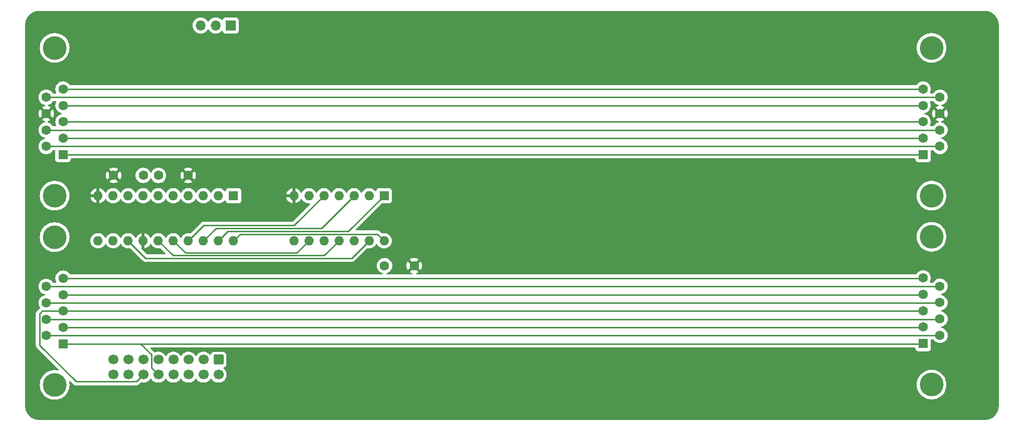
<source format=gbr>
%TF.GenerationSoftware,KiCad,Pcbnew,(7.0.0)*%
%TF.CreationDate,2023-04-09T14:20:32-07:00*%
%TF.ProjectId,SidecarXE85,53696465-6361-4725-9845-38352e6b6963,1*%
%TF.SameCoordinates,Original*%
%TF.FileFunction,Copper,L2,Bot*%
%TF.FilePolarity,Positive*%
%FSLAX46Y46*%
G04 Gerber Fmt 4.6, Leading zero omitted, Abs format (unit mm)*
G04 Created by KiCad (PCBNEW (7.0.0)) date 2023-04-09 14:20:32*
%MOMM*%
%LPD*%
G01*
G04 APERTURE LIST*
G04 Aperture macros list*
%AMRoundRect*
0 Rectangle with rounded corners*
0 $1 Rounding radius*
0 $2 $3 $4 $5 $6 $7 $8 $9 X,Y pos of 4 corners*
0 Add a 4 corners polygon primitive as box body*
4,1,4,$2,$3,$4,$5,$6,$7,$8,$9,$2,$3,0*
0 Add four circle primitives for the rounded corners*
1,1,$1+$1,$2,$3*
1,1,$1+$1,$4,$5*
1,1,$1+$1,$6,$7*
1,1,$1+$1,$8,$9*
0 Add four rect primitives between the rounded corners*
20,1,$1+$1,$2,$3,$4,$5,0*
20,1,$1+$1,$4,$5,$6,$7,0*
20,1,$1+$1,$6,$7,$8,$9,0*
20,1,$1+$1,$8,$9,$2,$3,0*%
G04 Aperture macros list end*
%TA.AperFunction,ComponentPad*%
%ADD10RoundRect,0.250000X-0.600000X0.600000X-0.600000X-0.600000X0.600000X-0.600000X0.600000X0.600000X0*%
%TD*%
%TA.AperFunction,ComponentPad*%
%ADD11C,1.700000*%
%TD*%
%TA.AperFunction,ComponentPad*%
%ADD12C,4.000000*%
%TD*%
%TA.AperFunction,ComponentPad*%
%ADD13R,1.600000X1.600000*%
%TD*%
%TA.AperFunction,ComponentPad*%
%ADD14C,1.600000*%
%TD*%
%TA.AperFunction,ComponentPad*%
%ADD15O,1.600000X1.600000*%
%TD*%
%TA.AperFunction,ComponentPad*%
%ADD16R,1.700000X1.700000*%
%TD*%
%TA.AperFunction,ComponentPad*%
%ADD17O,1.700000X1.700000*%
%TD*%
%TA.AperFunction,Conductor*%
%ADD18C,0.250000*%
%TD*%
G04 APERTURE END LIST*
D10*
%TO.P,J4,1,Pin_1*%
%TO.N,Net-(J4-Pin_1)*%
X50000000Y-69232500D03*
D11*
%TO.P,J4,2,Pin_2*%
%TO.N,Net-(J4-Pin_2)*%
X50000000Y-71772500D03*
%TO.P,J4,3,Pin_3*%
%TO.N,Net-(J4-Pin_3)*%
X47460000Y-69232500D03*
%TO.P,J4,4,Pin_4*%
%TO.N,Net-(J4-Pin_4)*%
X47460000Y-71772500D03*
%TO.P,J4,5,Pin_5*%
%TO.N,Net-(J4-Pin_5)*%
X44920000Y-69232500D03*
%TO.P,J4,6,Pin_6*%
%TO.N,Net-(J4-Pin_6)*%
X44920000Y-71772500D03*
%TO.P,J4,7,Pin_7*%
%TO.N,Net-(J4-Pin_7)*%
X42380000Y-69232500D03*
%TO.P,J4,8,Pin_8*%
%TO.N,Net-(J4-Pin_8)*%
X42380000Y-71772500D03*
%TO.P,J4,9,Pin_9*%
%TO.N,Net-(J4-Pin_9)*%
X39840000Y-69232500D03*
%TO.P,J4,10,Pin_10*%
%TO.N,Net-(J4-Pin_10)*%
X39840000Y-71772500D03*
%TO.P,J4,11,Pin_11*%
%TO.N,Net-(J4-Pin_11)*%
X37300000Y-69232500D03*
%TO.P,J4,12,Pin_12*%
%TO.N,Net-(J4-Pin_12)*%
X37300000Y-71772500D03*
%TO.P,J4,13,Pin_13*%
%TO.N,Net-(J4-Pin_13)*%
X34760000Y-69232500D03*
%TO.P,J4,14,Pin_14*%
%TO.N,Net-(J4-Pin_14)*%
X34760000Y-71772500D03*
%TO.P,J4,15,Pin_15*%
%TO.N,Net-(J4-Pin_15)*%
X32220000Y-69232500D03*
%TO.P,J4,16,Pin_16*%
%TO.N,Net-(J4-Pin_16)*%
X32220000Y-71772500D03*
%TD*%
D12*
%TO.P,J3,0*%
%TO.N,N/C*%
X170330000Y-41500000D03*
X170330000Y-16500000D03*
D13*
%TO.P,J3,1,1*%
%TO.N,Net-(J2-Pad1)*%
X168909999Y-34539999D03*
D14*
%TO.P,J3,2,2*%
%TO.N,Net-(J2-Pad2)*%
X168910000Y-31770000D03*
%TO.P,J3,3,3*%
%TO.N,Net-(J2-Pad3)*%
X168910000Y-29000000D03*
%TO.P,J3,4,4*%
%TO.N,Net-(J2-Pad4)*%
X168910000Y-26230000D03*
%TO.P,J3,5,5*%
%TO.N,Net-(J2-Pad5)*%
X168910000Y-23460000D03*
%TO.P,J3,6,6*%
%TO.N,Net-(J2-Pad6)*%
X171750000Y-33155000D03*
%TO.P,J3,7,7*%
%TO.N,Net-(SW1-B)*%
X171750000Y-30385000D03*
%TO.P,J3,8,8*%
%TO.N,GND*%
X171750000Y-27615000D03*
%TO.P,J3,9,9*%
%TO.N,Net-(J2-Pad9)*%
X171750000Y-24845000D03*
%TD*%
%TO.P,C1,1*%
%TO.N,GND*%
X83020000Y-53340000D03*
%TO.P,C1,2*%
%TO.N,5V*%
X78020000Y-53340000D03*
%TD*%
D13*
%TO.P,U1,1,Y1*%
%TO.N,Net-(J4-Pin_1)*%
X52534999Y-41499999D03*
D15*
%TO.P,U1,2,Y2*%
%TO.N,Net-(J4-Pin_2)*%
X49994999Y-41499999D03*
%TO.P,U1,3,Y3*%
%TO.N,Net-(J4-Pin_3)*%
X47454999Y-41499999D03*
%TO.P,U1,4,Y4*%
%TO.N,Net-(J4-Pin_4)*%
X44914999Y-41499999D03*
%TO.P,U1,5,Y5*%
%TO.N,Net-(J4-Pin_5)*%
X42374999Y-41499999D03*
%TO.P,U1,6,OSC*%
%TO.N,Net-(U1-OSC)*%
X39834999Y-41499999D03*
%TO.P,U1,7,KBM*%
%TO.N,Net-(U1-KBM)*%
X37294999Y-41499999D03*
%TO.P,U1,8,X4*%
%TO.N,Net-(J4-Pin_9)*%
X34754999Y-41499999D03*
%TO.P,U1,9,X3*%
%TO.N,Net-(J4-Pin_8)*%
X32214999Y-41499999D03*
%TO.P,U1,10,GND*%
%TO.N,GND*%
X29674999Y-41499999D03*
%TO.P,U1,11,X2*%
%TO.N,Net-(J4-Pin_7)*%
X29674999Y-49119999D03*
%TO.P,U1,12,X1*%
%TO.N,Net-(J4-Pin_6)*%
X32214999Y-49119999D03*
%TO.P,U1,13,DA*%
%TO.N,Net-(U1-DA)*%
X34754999Y-49119999D03*
%TO.P,U1,14,XOE*%
%TO.N,GND*%
X37294999Y-49119999D03*
%TO.P,U1,15,E*%
%TO.N,Net-(U1-E)*%
X39834999Y-49119999D03*
%TO.P,U1,16,D*%
%TO.N,Net-(U1-D)*%
X42374999Y-49119999D03*
%TO.P,U1,17,C*%
%TO.N,Net-(U1-C)*%
X44914999Y-49119999D03*
%TO.P,U1,18,B*%
%TO.N,Net-(U1-B)*%
X47454999Y-49119999D03*
%TO.P,U1,19,A*%
%TO.N,Net-(U1-A)*%
X49994999Y-49119999D03*
%TO.P,U1,20,VCC*%
%TO.N,5V*%
X52534999Y-49119999D03*
%TD*%
D12*
%TO.P,J2,0*%
%TO.N,N/C*%
X22350331Y-16500000D03*
X22350331Y-41500000D03*
D13*
%TO.P,J2,1,1*%
%TO.N,Net-(J2-Pad1)*%
X23770330Y-34539999D03*
D14*
%TO.P,J2,2,2*%
%TO.N,Net-(J2-Pad2)*%
X23770331Y-31770000D03*
%TO.P,J2,3,3*%
%TO.N,Net-(J2-Pad3)*%
X23770331Y-29000000D03*
%TO.P,J2,4,4*%
%TO.N,Net-(J2-Pad4)*%
X23770331Y-26230000D03*
%TO.P,J2,5,5*%
%TO.N,Net-(J2-Pad5)*%
X23770331Y-23460000D03*
%TO.P,J2,6,6*%
%TO.N,Net-(J2-Pad6)*%
X20930331Y-33155000D03*
%TO.P,J2,7,7*%
%TO.N,Net-(SW1-B)*%
X20930331Y-30385000D03*
%TO.P,J2,8,8*%
%TO.N,GND*%
X20930331Y-27615000D03*
%TO.P,J2,9,9*%
%TO.N,Net-(J2-Pad9)*%
X20930331Y-24845000D03*
%TD*%
D12*
%TO.P,J5,0*%
%TO.N,N/C*%
X170330000Y-73460000D03*
X170330000Y-48460000D03*
D13*
%TO.P,J5,1,1*%
%TO.N,Net-(J4-Pin_10)*%
X168909999Y-66499999D03*
D14*
%TO.P,J5,2,2*%
%TO.N,Net-(J4-Pin_11)*%
X168910000Y-63730000D03*
%TO.P,J5,3,3*%
%TO.N,Net-(J4-Pin_12)*%
X168910000Y-60960000D03*
%TO.P,J5,4,4*%
%TO.N,Net-(J4-Pin_13)*%
X168910000Y-58190000D03*
%TO.P,J5,5,5*%
%TO.N,Net-(J4-Pin_14)*%
X168910000Y-55420000D03*
%TO.P,J5,6,6*%
%TO.N,Net-(J1-Pad6)*%
X171750000Y-65115000D03*
%TO.P,J5,7,7*%
%TO.N,Net-(J4-Pin_15)*%
X171750000Y-62345000D03*
%TO.P,J5,8,8*%
%TO.N,Net-(J4-Pin_16)*%
X171750000Y-59575000D03*
%TO.P,J5,9,9*%
%TO.N,Net-(J1-Pad9)*%
X171750000Y-56805000D03*
%TD*%
D16*
%TO.P,SW1,1,A*%
%TO.N,5V*%
X52054999Y-12699999D03*
D17*
%TO.P,SW1,2,B*%
%TO.N,Net-(SW1-B)*%
X49514999Y-12699999D03*
%TO.P,SW1,3,C*%
%TO.N,unconnected-(SW1-C-Pad3)*%
X46974999Y-12699999D03*
%TD*%
D14*
%TO.P,C3,1*%
%TO.N,Net-(U1-OSC)*%
X39880000Y-38060000D03*
%TO.P,C3,2*%
%TO.N,GND*%
X44880000Y-38060000D03*
%TD*%
D13*
%TO.P,U2,1*%
%TO.N,Net-(U1-A)*%
X77944999Y-41499999D03*
D15*
%TO.P,U2,2*%
%TO.N,Net-(J2-Pad1)*%
X75404999Y-41499999D03*
%TO.P,U2,3*%
%TO.N,Net-(U1-B)*%
X72864999Y-41499999D03*
%TO.P,U2,4*%
%TO.N,Net-(J2-Pad2)*%
X70324999Y-41499999D03*
%TO.P,U2,5*%
%TO.N,Net-(U1-C)*%
X67784999Y-41499999D03*
%TO.P,U2,6*%
%TO.N,Net-(J2-Pad3)*%
X65244999Y-41499999D03*
%TO.P,U2,7,GND*%
%TO.N,GND*%
X62704999Y-41499999D03*
%TO.P,U2,8*%
%TO.N,Net-(J2-Pad4)*%
X62704999Y-49119999D03*
%TO.P,U2,9*%
%TO.N,Net-(U1-D)*%
X65244999Y-49119999D03*
%TO.P,U2,10*%
%TO.N,Net-(J2-Pad5)*%
X67784999Y-49119999D03*
%TO.P,U2,11*%
%TO.N,Net-(U1-E)*%
X70324999Y-49119999D03*
%TO.P,U2,12*%
%TO.N,Net-(J2-Pad6)*%
X72864999Y-49119999D03*
%TO.P,U2,13*%
%TO.N,Net-(U1-DA)*%
X75404999Y-49119999D03*
%TO.P,U2,14,VCC*%
%TO.N,5V*%
X77944999Y-49119999D03*
%TD*%
D14*
%TO.P,C2,1*%
%TO.N,Net-(U1-KBM)*%
X37300000Y-38060000D03*
%TO.P,C2,2*%
%TO.N,GND*%
X32300000Y-38060000D03*
%TD*%
D12*
%TO.P,J1,0*%
%TO.N,N/C*%
X22350331Y-48500000D03*
X22350331Y-73500000D03*
D13*
%TO.P,J1,1,1*%
%TO.N,Net-(J4-Pin_10)*%
X23770330Y-66539999D03*
D14*
%TO.P,J1,2,2*%
%TO.N,Net-(J4-Pin_11)*%
X23770331Y-63770000D03*
%TO.P,J1,3,3*%
%TO.N,Net-(J4-Pin_12)*%
X23770331Y-61000000D03*
%TO.P,J1,4,4*%
%TO.N,Net-(J4-Pin_13)*%
X23770331Y-58230000D03*
%TO.P,J1,5,5*%
%TO.N,Net-(J4-Pin_14)*%
X23770331Y-55460000D03*
%TO.P,J1,6,6*%
%TO.N,Net-(J1-Pad6)*%
X20930331Y-65155000D03*
%TO.P,J1,7,7*%
%TO.N,Net-(J4-Pin_15)*%
X20930331Y-62385000D03*
%TO.P,J1,8,8*%
%TO.N,Net-(J4-Pin_16)*%
X20930331Y-59615000D03*
%TO.P,J1,9,9*%
%TO.N,Net-(J1-Pad9)*%
X20930331Y-56845000D03*
%TD*%
D18*
%TO.N,Net-(J1-Pad9)*%
X171710000Y-56845000D02*
X20930331Y-56845000D01*
%TO.N,Net-(J4-Pin_16)*%
X171710000Y-59615000D02*
X20930331Y-59615000D01*
%TO.N,Net-(J4-Pin_15)*%
X171710000Y-62385000D02*
X20930331Y-62385000D01*
%TO.N,Net-(J1-Pad6)*%
X171710000Y-65155000D02*
X20930331Y-65155000D01*
%TO.N,Net-(J4-Pin_14)*%
X23770331Y-55460000D02*
X168870000Y-55460000D01*
%TO.N,Net-(J4-Pin_13)*%
X23770331Y-58230000D02*
X168870000Y-58230000D01*
%TO.N,Net-(J4-Pin_12)*%
X23770331Y-61000000D02*
X168870000Y-61000000D01*
%TO.N,Net-(J4-Pin_11)*%
X23770331Y-63770000D02*
X168870000Y-63770000D01*
%TO.N,Net-(J4-Pin_10)*%
X36830000Y-66540000D02*
X168870000Y-66540000D01*
%TO.N,Net-(J2-Pad9)*%
X171750000Y-24845000D02*
X20930331Y-24845000D01*
%TO.N,Net-(SW1-B)*%
X20930331Y-30385000D02*
X171750000Y-30385000D01*
%TO.N,Net-(J2-Pad6)*%
X20930331Y-33155000D02*
X171750000Y-33155000D01*
%TO.N,Net-(J2-Pad5)*%
X23770331Y-23460000D02*
X168910000Y-23460000D01*
%TO.N,Net-(J2-Pad3)*%
X23770331Y-29000000D02*
X168910000Y-29000000D01*
%TO.N,Net-(J2-Pad2)*%
X23770331Y-31770000D02*
X168910000Y-31770000D01*
%TO.N,Net-(J2-Pad1)*%
X23770331Y-34540000D02*
X168910000Y-34540000D01*
%TO.N,Net-(J2-Pad4)*%
X23770331Y-26230000D02*
X168910000Y-26230000D01*
%TO.N,Net-(U1-C)*%
X62745000Y-46540000D02*
X47495000Y-46540000D01*
X67785000Y-41500000D02*
X62745000Y-46540000D01*
X47495000Y-46540000D02*
X44915000Y-49120000D01*
%TO.N,Net-(U1-B)*%
X67375000Y-46990000D02*
X72865000Y-41500000D01*
X49585000Y-46990000D02*
X67375000Y-46990000D01*
X47455000Y-49120000D02*
X49585000Y-46990000D01*
%TO.N,Net-(U1-A)*%
X51570000Y-47545000D02*
X71900000Y-47545000D01*
X71900000Y-47545000D02*
X77945000Y-41500000D01*
X49995000Y-49120000D02*
X51570000Y-47545000D01*
%TO.N,Net-(U1-D)*%
X63195000Y-51170000D02*
X65245000Y-49120000D01*
X44425000Y-51170000D02*
X63195000Y-51170000D01*
X42375000Y-49120000D02*
X44425000Y-51170000D01*
%TO.N,Net-(U1-E)*%
X67825000Y-51620000D02*
X70325000Y-49120000D01*
X42335000Y-51620000D02*
X67825000Y-51620000D01*
X39835000Y-49120000D02*
X42335000Y-51620000D01*
%TO.N,Net-(U1-DA)*%
X34755000Y-49120000D02*
X37705000Y-52070000D01*
X37705000Y-52070000D02*
X72455000Y-52070000D01*
X72455000Y-52070000D02*
X75405000Y-49120000D01*
%TO.N,Net-(J4-Pin_10)*%
X38665000Y-68375000D02*
X36830000Y-66540000D01*
X38665000Y-70597500D02*
X38665000Y-68375000D01*
X39840000Y-71772500D02*
X38665000Y-70597500D01*
X23770331Y-66540000D02*
X36830000Y-66540000D01*
%TO.N,Net-(J4-Pin_12)*%
X20280000Y-61000000D02*
X23770331Y-61000000D01*
X19805331Y-66795331D02*
X19805331Y-61474669D01*
X19805331Y-61474669D02*
X20280000Y-61000000D01*
X36125000Y-72947500D02*
X25957500Y-72947500D01*
X25957500Y-72947500D02*
X19805331Y-66795331D01*
X37300000Y-71772500D02*
X36125000Y-72947500D01*
%TO.N,5V*%
X53660000Y-47995000D02*
X52535000Y-49120000D01*
X76820000Y-47995000D02*
X53660000Y-47995000D01*
X77945000Y-49120000D02*
X76820000Y-47995000D01*
%TD*%
%TA.AperFunction,Conductor*%
%TO.N,GND*%
G36*
X179294938Y-10223178D02*
G01*
X179390530Y-10228960D01*
X179579048Y-10241314D01*
X179593268Y-10243078D01*
X179720088Y-10266318D01*
X179721765Y-10266639D01*
X179873985Y-10296918D01*
X179886647Y-10300139D01*
X180015891Y-10340414D01*
X180018607Y-10341298D01*
X180159570Y-10389149D01*
X180170569Y-10393479D01*
X180296256Y-10450046D01*
X180300138Y-10451876D01*
X180431280Y-10516548D01*
X180440567Y-10521633D01*
X180559566Y-10593571D01*
X180564268Y-10596561D01*
X180684843Y-10677127D01*
X180692393Y-10682595D01*
X180802336Y-10768730D01*
X180807591Y-10773087D01*
X180916222Y-10868354D01*
X180922144Y-10873901D01*
X181020998Y-10972755D01*
X181026545Y-10978677D01*
X181121809Y-11087305D01*
X181126192Y-11092592D01*
X181212290Y-11202490D01*
X181217781Y-11210071D01*
X181298325Y-11330612D01*
X181301340Y-11335353D01*
X181373262Y-11454326D01*
X181378357Y-11463632D01*
X181443007Y-11594729D01*
X181444871Y-11598683D01*
X181501415Y-11724321D01*
X181505758Y-11735353D01*
X181553569Y-11876200D01*
X181554535Y-11879168D01*
X181594751Y-12008227D01*
X181597983Y-12020926D01*
X181628251Y-12173093D01*
X181628603Y-12174933D01*
X181651820Y-12301625D01*
X181653585Y-12315866D01*
X181665888Y-12503569D01*
X181665928Y-12504191D01*
X181671726Y-12600031D01*
X181671952Y-12607519D01*
X181671952Y-77052483D01*
X181671725Y-77059977D01*
X181665893Y-77156302D01*
X181665855Y-77156915D01*
X181653605Y-77343889D01*
X181651838Y-77358138D01*
X181628336Y-77486358D01*
X181627986Y-77488192D01*
X181598021Y-77638801D01*
X181594792Y-77651488D01*
X181554252Y-77781567D01*
X181553286Y-77784534D01*
X181505817Y-77924358D01*
X181501473Y-77935390D01*
X181444598Y-78061752D01*
X181442734Y-78065706D01*
X181378446Y-78196058D01*
X181373352Y-78205361D01*
X181301065Y-78324935D01*
X181298050Y-78329677D01*
X181217919Y-78449597D01*
X181212427Y-78457179D01*
X181125914Y-78567600D01*
X181121533Y-78572884D01*
X181026743Y-78680970D01*
X181021196Y-78686892D01*
X180921877Y-78786211D01*
X180915954Y-78791759D01*
X180807861Y-78886552D01*
X180802577Y-78890933D01*
X180692170Y-78977433D01*
X180684587Y-78982925D01*
X180564633Y-79063077D01*
X180559892Y-79066092D01*
X180440341Y-79138364D01*
X180431036Y-79143459D01*
X180300687Y-79207742D01*
X180296735Y-79209605D01*
X180170370Y-79266480D01*
X180159339Y-79270823D01*
X180019458Y-79318311D01*
X180016501Y-79319273D01*
X180015446Y-79319603D01*
X179886481Y-79359793D01*
X179873783Y-79363025D01*
X179723106Y-79393001D01*
X179721267Y-79393352D01*
X179593097Y-79416845D01*
X179578855Y-79418611D01*
X179395319Y-79430647D01*
X179394699Y-79430686D01*
X179296938Y-79436604D01*
X179294538Y-79436750D01*
X179287046Y-79436977D01*
X19751203Y-79436977D01*
X19743716Y-79436751D01*
X19648846Y-79431012D01*
X19648223Y-79430973D01*
X19459583Y-79418609D01*
X19445341Y-79416843D01*
X19318875Y-79393667D01*
X19317036Y-79393315D01*
X19164650Y-79363004D01*
X19151950Y-79359772D01*
X19023045Y-79319603D01*
X19020078Y-79318638D01*
X18879069Y-79270773D01*
X18868036Y-79266429D01*
X18742504Y-79209932D01*
X18738567Y-79208076D01*
X18694507Y-79186348D01*
X18607350Y-79143366D01*
X18598045Y-79138271D01*
X18479158Y-79066401D01*
X18474418Y-79063387D01*
X18353789Y-78982786D01*
X18346206Y-78977294D01*
X18291619Y-78934528D01*
X18236372Y-78891245D01*
X18231103Y-78886876D01*
X18122391Y-78791538D01*
X18116468Y-78785991D01*
X18017681Y-78687203D01*
X18012135Y-78681281D01*
X17916803Y-78572576D01*
X17912442Y-78567316D01*
X17826360Y-78457442D01*
X17820912Y-78449918D01*
X17740285Y-78329252D01*
X17737282Y-78324529D01*
X17714977Y-78287633D01*
X17665391Y-78205607D01*
X17660314Y-78196333D01*
X17595607Y-78065120D01*
X17593749Y-78061179D01*
X17582187Y-78035489D01*
X17537238Y-77935617D01*
X17532914Y-77924635D01*
X17485032Y-77783579D01*
X17484122Y-77780784D01*
X17443899Y-77651703D01*
X17440673Y-77639025D01*
X17410340Y-77486527D01*
X17410036Y-77484940D01*
X17386833Y-77358326D01*
X17385070Y-77344108D01*
X17372701Y-77155390D01*
X17366927Y-77059946D01*
X17366702Y-77052461D01*
X17366702Y-61454865D01*
X19175171Y-61454865D01*
X19175905Y-61462630D01*
X19175905Y-61462633D01*
X19179281Y-61498345D01*
X19179831Y-61510014D01*
X19179831Y-66717556D01*
X19179309Y-66728611D01*
X19177658Y-66735998D01*
X19177902Y-66743784D01*
X19177902Y-66743792D01*
X19179770Y-66803204D01*
X19179831Y-66807099D01*
X19179831Y-66834681D01*
X19180319Y-66838550D01*
X19180320Y-66838556D01*
X19180335Y-66838674D01*
X19181249Y-66850297D01*
X19182376Y-66886161D01*
X19182377Y-66886168D01*
X19182622Y-66893958D01*
X19184798Y-66901450D01*
X19184799Y-66901452D01*
X19188210Y-66913193D01*
X19192156Y-66932246D01*
X19194667Y-66952123D01*
X19197537Y-66959373D01*
X19197539Y-66959379D01*
X19210745Y-66992735D01*
X19214528Y-67003782D01*
X19226713Y-67045721D01*
X19230684Y-67052436D01*
X19230685Y-67052438D01*
X19236912Y-67062968D01*
X19245467Y-67080430D01*
X19249973Y-67091811D01*
X19249974Y-67091814D01*
X19252845Y-67099063D01*
X19274771Y-67129243D01*
X19278512Y-67134391D01*
X19284924Y-67144153D01*
X19303187Y-67175033D01*
X19303190Y-67175038D01*
X19307161Y-67181751D01*
X19312675Y-67187265D01*
X19312676Y-67187266D01*
X19321321Y-67195911D01*
X19333957Y-67210705D01*
X19341150Y-67220606D01*
X19341154Y-67220610D01*
X19345737Y-67226918D01*
X19351746Y-67231889D01*
X19351747Y-67231890D01*
X19379389Y-67254757D01*
X19388030Y-67262620D01*
X22962857Y-70837448D01*
X22994883Y-70892784D01*
X22995084Y-70956720D01*
X22963407Y-71012257D01*
X22908273Y-71044630D01*
X22844340Y-71045233D01*
X22819804Y-71038934D01*
X22815933Y-71038445D01*
X22815928Y-71038444D01*
X22511515Y-70999988D01*
X22511508Y-70999987D01*
X22507649Y-70999500D01*
X22193013Y-70999500D01*
X22189154Y-70999987D01*
X22189146Y-70999988D01*
X21884733Y-71038444D01*
X21884725Y-71038445D01*
X21880858Y-71038934D01*
X21877082Y-71039903D01*
X21877074Y-71039905D01*
X21579878Y-71116212D01*
X21579870Y-71116214D01*
X21576106Y-71117181D01*
X21572489Y-71118612D01*
X21572483Y-71118615D01*
X21287195Y-71231568D01*
X21287184Y-71231572D01*
X21283565Y-71233006D01*
X21280160Y-71234877D01*
X21280147Y-71234884D01*
X21011254Y-71382710D01*
X21011242Y-71382717D01*
X21007847Y-71384584D01*
X21004703Y-71386867D01*
X21004697Y-71386872D01*
X20756457Y-71567228D01*
X20756446Y-71567236D01*
X20753301Y-71569522D01*
X20750466Y-71572183D01*
X20750459Y-71572190D01*
X20526778Y-71782241D01*
X20526771Y-71782248D01*
X20523941Y-71784906D01*
X20521466Y-71787897D01*
X20521462Y-71787902D01*
X20325867Y-72024334D01*
X20325857Y-72024346D01*
X20323384Y-72027337D01*
X20321302Y-72030616D01*
X20321293Y-72030630D01*
X20156879Y-72289706D01*
X20156872Y-72289717D01*
X20154794Y-72292993D01*
X20153141Y-72296504D01*
X20153138Y-72296511D01*
X20022484Y-72574165D01*
X20020828Y-72577685D01*
X20019626Y-72581382D01*
X20019624Y-72581389D01*
X19924805Y-72873211D01*
X19923600Y-72876921D01*
X19922871Y-72880741D01*
X19922869Y-72880750D01*
X19865372Y-73182158D01*
X19865369Y-73182174D01*
X19864643Y-73185985D01*
X19844887Y-73500000D01*
X19864643Y-73814015D01*
X19865370Y-73817827D01*
X19865372Y-73817841D01*
X19916677Y-74086788D01*
X19923600Y-74123079D01*
X19924804Y-74126786D01*
X19924805Y-74126788D01*
X20008974Y-74385834D01*
X20020828Y-74422315D01*
X20154794Y-74707007D01*
X20156876Y-74710288D01*
X20156879Y-74710293D01*
X20321293Y-74969369D01*
X20321297Y-74969375D01*
X20323384Y-74972663D01*
X20523941Y-75215094D01*
X20753301Y-75430478D01*
X21007847Y-75615416D01*
X21011254Y-75617289D01*
X21213419Y-75728431D01*
X21283565Y-75766994D01*
X21576106Y-75882819D01*
X21880858Y-75961066D01*
X22193013Y-76000500D01*
X22503754Y-76000500D01*
X22507649Y-76000500D01*
X22819804Y-75961066D01*
X23124556Y-75882819D01*
X23417097Y-75766994D01*
X23692815Y-75615416D01*
X23947361Y-75430478D01*
X24176721Y-75215094D01*
X24377278Y-74972663D01*
X24545868Y-74707007D01*
X24679834Y-74422315D01*
X24777062Y-74123079D01*
X24836019Y-73814015D01*
X24855775Y-73500000D01*
X24836019Y-73185985D01*
X24799487Y-72994477D01*
X24803603Y-72932186D01*
X24837550Y-72879792D01*
X24892723Y-72850580D01*
X24955137Y-72851953D01*
X25008972Y-72883563D01*
X25460207Y-73334798D01*
X25467659Y-73342987D01*
X25471714Y-73349377D01*
X25520723Y-73395400D01*
X25523520Y-73398111D01*
X25543029Y-73417620D01*
X25546209Y-73420087D01*
X25555071Y-73427655D01*
X25568380Y-73440154D01*
X25581232Y-73452223D01*
X25581234Y-73452224D01*
X25586918Y-73457562D01*
X25593751Y-73461318D01*
X25593752Y-73461319D01*
X25604473Y-73467213D01*
X25620734Y-73477894D01*
X25636564Y-73490173D01*
X25676654Y-73507521D01*
X25687131Y-73512654D01*
X25725408Y-73533697D01*
X25742457Y-73538074D01*
X25744805Y-73538677D01*
X25763219Y-73544981D01*
X25781604Y-73552938D01*
X25824765Y-73559773D01*
X25836164Y-73562134D01*
X25878481Y-73573000D01*
X25898517Y-73573000D01*
X25917902Y-73574525D01*
X25937696Y-73577660D01*
X25975776Y-73574060D01*
X25981176Y-73573550D01*
X25992845Y-73573000D01*
X36047225Y-73573000D01*
X36058280Y-73573521D01*
X36065667Y-73575173D01*
X36132872Y-73573061D01*
X36136768Y-73573000D01*
X36160448Y-73573000D01*
X36164350Y-73573000D01*
X36168313Y-73572499D01*
X36179963Y-73571580D01*
X36223627Y-73570209D01*
X36242861Y-73564619D01*
X36261917Y-73560674D01*
X36281792Y-73558164D01*
X36322395Y-73542087D01*
X36333450Y-73538302D01*
X36375390Y-73526118D01*
X36392629Y-73515922D01*
X36410103Y-73507362D01*
X36421474Y-73502860D01*
X36421476Y-73502858D01*
X36428732Y-73499986D01*
X36464069Y-73474311D01*
X36473824Y-73467903D01*
X36487188Y-73460000D01*
X167824556Y-73460000D01*
X167844312Y-73774015D01*
X167845039Y-73777827D01*
X167845041Y-73777841D01*
X167902538Y-74079249D01*
X167903269Y-74083079D01*
X168000497Y-74382315D01*
X168134463Y-74667007D01*
X168136545Y-74670288D01*
X168136548Y-74670293D01*
X168300962Y-74929369D01*
X168300966Y-74929375D01*
X168303053Y-74932663D01*
X168503610Y-75175094D01*
X168732970Y-75390478D01*
X168987516Y-75575416D01*
X169263234Y-75726994D01*
X169555775Y-75842819D01*
X169860527Y-75921066D01*
X170172682Y-75960500D01*
X170483423Y-75960500D01*
X170487318Y-75960500D01*
X170799473Y-75921066D01*
X171104225Y-75842819D01*
X171396766Y-75726994D01*
X171672484Y-75575416D01*
X171927030Y-75390478D01*
X172156390Y-75175094D01*
X172356947Y-74932663D01*
X172525537Y-74667007D01*
X172659503Y-74382315D01*
X172756731Y-74083079D01*
X172815688Y-73774015D01*
X172835444Y-73460000D01*
X172815688Y-73145985D01*
X172756731Y-72836921D01*
X172659503Y-72537685D01*
X172525537Y-72252993D01*
X172370002Y-72007908D01*
X172359037Y-71990630D01*
X172359035Y-71990627D01*
X172356947Y-71987337D01*
X172156390Y-71744906D01*
X171927030Y-71529522D01*
X171672484Y-71344584D01*
X171669081Y-71342713D01*
X171669076Y-71342710D01*
X171400183Y-71194884D01*
X171400176Y-71194880D01*
X171396766Y-71193006D01*
X171393140Y-71191570D01*
X171393135Y-71191568D01*
X171107847Y-71078615D01*
X171107846Y-71078614D01*
X171104225Y-71077181D01*
X171100455Y-71076213D01*
X171100452Y-71076212D01*
X170803256Y-70999905D01*
X170803251Y-70999904D01*
X170799473Y-70998934D01*
X170795602Y-70998445D01*
X170795597Y-70998444D01*
X170491184Y-70959988D01*
X170491177Y-70959987D01*
X170487318Y-70959500D01*
X170172682Y-70959500D01*
X170168823Y-70959987D01*
X170168815Y-70959988D01*
X169864402Y-70998444D01*
X169864394Y-70998445D01*
X169860527Y-70998934D01*
X169856751Y-70999903D01*
X169856743Y-70999905D01*
X169559547Y-71076212D01*
X169559539Y-71076214D01*
X169555775Y-71077181D01*
X169552158Y-71078612D01*
X169552152Y-71078615D01*
X169266864Y-71191568D01*
X169266853Y-71191572D01*
X169263234Y-71193006D01*
X169259829Y-71194877D01*
X169259816Y-71194884D01*
X168990923Y-71342710D01*
X168990911Y-71342717D01*
X168987516Y-71344584D01*
X168984372Y-71346867D01*
X168984366Y-71346872D01*
X168736126Y-71527228D01*
X168736115Y-71527236D01*
X168732970Y-71529522D01*
X168730135Y-71532183D01*
X168730128Y-71532190D01*
X168506447Y-71742241D01*
X168506440Y-71742248D01*
X168503610Y-71744906D01*
X168501135Y-71747897D01*
X168501131Y-71747902D01*
X168305536Y-71984334D01*
X168305526Y-71984346D01*
X168303053Y-71987337D01*
X168300971Y-71990616D01*
X168300962Y-71990630D01*
X168136548Y-72249706D01*
X168136541Y-72249717D01*
X168134463Y-72252993D01*
X168132810Y-72256504D01*
X168132807Y-72256511D01*
X168062715Y-72405465D01*
X168000497Y-72537685D01*
X167999295Y-72541382D01*
X167999293Y-72541389D01*
X167910684Y-72814100D01*
X167903269Y-72836921D01*
X167902540Y-72840741D01*
X167902538Y-72840750D01*
X167845041Y-73142158D01*
X167845038Y-73142174D01*
X167844312Y-73145985D01*
X167844067Y-73149876D01*
X167844067Y-73149878D01*
X167832433Y-73334798D01*
X167824556Y-73460000D01*
X36487188Y-73460000D01*
X36511420Y-73445670D01*
X36525584Y-73431505D01*
X36540379Y-73418868D01*
X36556587Y-73407094D01*
X36584428Y-73373438D01*
X36592279Y-73364809D01*
X36844353Y-73112735D01*
X36899939Y-73080643D01*
X36964126Y-73080643D01*
X37064592Y-73107563D01*
X37300000Y-73128159D01*
X37535408Y-73107563D01*
X37763663Y-73046403D01*
X37977830Y-72946535D01*
X38171401Y-72810995D01*
X38338495Y-72643901D01*
X38468424Y-72458342D01*
X38512743Y-72419476D01*
X38570000Y-72405465D01*
X38627257Y-72419476D01*
X38671575Y-72458342D01*
X38798395Y-72639461D01*
X38798401Y-72639468D01*
X38801505Y-72643901D01*
X38968599Y-72810995D01*
X38973031Y-72814098D01*
X38973033Y-72814100D01*
X39062751Y-72876921D01*
X39162170Y-72946535D01*
X39376337Y-73046403D01*
X39604592Y-73107563D01*
X39840000Y-73128159D01*
X40075408Y-73107563D01*
X40303663Y-73046403D01*
X40517830Y-72946535D01*
X40711401Y-72810995D01*
X40878495Y-72643901D01*
X41008424Y-72458342D01*
X41052743Y-72419476D01*
X41110000Y-72405465D01*
X41167257Y-72419476D01*
X41211575Y-72458342D01*
X41338395Y-72639461D01*
X41338401Y-72639468D01*
X41341505Y-72643901D01*
X41508599Y-72810995D01*
X41513031Y-72814098D01*
X41513033Y-72814100D01*
X41602751Y-72876921D01*
X41702170Y-72946535D01*
X41916337Y-73046403D01*
X42144592Y-73107563D01*
X42380000Y-73128159D01*
X42615408Y-73107563D01*
X42843663Y-73046403D01*
X43057830Y-72946535D01*
X43251401Y-72810995D01*
X43418495Y-72643901D01*
X43548424Y-72458342D01*
X43592743Y-72419476D01*
X43650000Y-72405465D01*
X43707257Y-72419476D01*
X43751575Y-72458342D01*
X43878395Y-72639461D01*
X43878401Y-72639468D01*
X43881505Y-72643901D01*
X44048599Y-72810995D01*
X44053031Y-72814098D01*
X44053033Y-72814100D01*
X44142751Y-72876921D01*
X44242170Y-72946535D01*
X44456337Y-73046403D01*
X44684592Y-73107563D01*
X44920000Y-73128159D01*
X45155408Y-73107563D01*
X45383663Y-73046403D01*
X45597830Y-72946535D01*
X45791401Y-72810995D01*
X45958495Y-72643901D01*
X46088424Y-72458342D01*
X46132743Y-72419476D01*
X46190000Y-72405465D01*
X46247257Y-72419476D01*
X46291575Y-72458342D01*
X46418395Y-72639461D01*
X46418401Y-72639468D01*
X46421505Y-72643901D01*
X46588599Y-72810995D01*
X46593031Y-72814098D01*
X46593033Y-72814100D01*
X46682751Y-72876921D01*
X46782170Y-72946535D01*
X46996337Y-73046403D01*
X47224592Y-73107563D01*
X47460000Y-73128159D01*
X47695408Y-73107563D01*
X47923663Y-73046403D01*
X48137830Y-72946535D01*
X48331401Y-72810995D01*
X48498495Y-72643901D01*
X48628424Y-72458342D01*
X48672743Y-72419476D01*
X48730000Y-72405465D01*
X48787257Y-72419476D01*
X48831575Y-72458342D01*
X48958395Y-72639461D01*
X48958401Y-72639468D01*
X48961505Y-72643901D01*
X49128599Y-72810995D01*
X49133031Y-72814098D01*
X49133033Y-72814100D01*
X49222751Y-72876921D01*
X49322170Y-72946535D01*
X49536337Y-73046403D01*
X49764592Y-73107563D01*
X50000000Y-73128159D01*
X50235408Y-73107563D01*
X50463663Y-73046403D01*
X50677830Y-72946535D01*
X50871401Y-72810995D01*
X51038495Y-72643901D01*
X51174035Y-72450330D01*
X51273903Y-72236163D01*
X51335063Y-72007908D01*
X51355659Y-71772500D01*
X51335063Y-71537092D01*
X51273903Y-71308837D01*
X51174035Y-71094671D01*
X51038495Y-70901099D01*
X50871401Y-70734005D01*
X50869027Y-70732342D01*
X50832385Y-70679600D01*
X50827425Y-70614732D01*
X50855989Y-70556281D01*
X50906124Y-70523047D01*
X50905933Y-70522638D01*
X50908662Y-70521365D01*
X50910215Y-70520336D01*
X50910962Y-70520088D01*
X50919334Y-70517314D01*
X51068656Y-70425212D01*
X51192712Y-70301156D01*
X51284814Y-70151834D01*
X51339999Y-69985297D01*
X51350500Y-69882509D01*
X51350499Y-68582492D01*
X51339999Y-68479703D01*
X51284814Y-68313166D01*
X51213677Y-68197834D01*
X51196502Y-68169988D01*
X51196500Y-68169985D01*
X51192712Y-68163844D01*
X51068656Y-68039788D01*
X51062515Y-68036000D01*
X51062511Y-68035997D01*
X50925480Y-67951477D01*
X50919334Y-67947686D01*
X50891425Y-67938438D01*
X50759225Y-67894631D01*
X50759224Y-67894630D01*
X50752797Y-67892501D01*
X50746064Y-67891813D01*
X50746059Y-67891812D01*
X50653140Y-67882319D01*
X50653123Y-67882318D01*
X50650009Y-67882000D01*
X50646860Y-67882000D01*
X49353140Y-67882000D01*
X49353120Y-67882000D01*
X49349992Y-67882001D01*
X49346860Y-67882320D01*
X49346858Y-67882321D01*
X49253938Y-67891812D01*
X49253928Y-67891813D01*
X49247203Y-67892501D01*
X49240781Y-67894628D01*
X49240776Y-67894630D01*
X49087521Y-67945414D01*
X49087517Y-67945415D01*
X49080666Y-67947686D01*
X49074522Y-67951475D01*
X49074519Y-67951477D01*
X48937488Y-68035997D01*
X48937480Y-68036003D01*
X48931344Y-68039788D01*
X48926242Y-68044889D01*
X48926238Y-68044893D01*
X48812393Y-68158738D01*
X48812389Y-68158742D01*
X48807288Y-68163844D01*
X48803503Y-68169980D01*
X48803497Y-68169988D01*
X48718977Y-68307019D01*
X48715186Y-68313166D01*
X48712915Y-68320017D01*
X48712914Y-68320021D01*
X48712160Y-68322297D01*
X48711125Y-68323856D01*
X48709862Y-68326567D01*
X48709454Y-68326377D01*
X48676210Y-68376518D01*
X48617757Y-68405077D01*
X48552891Y-68400112D01*
X48500154Y-68363469D01*
X48498495Y-68361099D01*
X48331401Y-68194005D01*
X48326970Y-68190902D01*
X48326966Y-68190899D01*
X48142259Y-68061566D01*
X48142257Y-68061564D01*
X48137830Y-68058465D01*
X48132933Y-68056181D01*
X48132927Y-68056178D01*
X47928572Y-67960886D01*
X47928570Y-67960885D01*
X47923663Y-67958597D01*
X47918438Y-67957197D01*
X47918430Y-67957194D01*
X47700634Y-67898837D01*
X47700630Y-67898836D01*
X47695408Y-67897437D01*
X47690020Y-67896965D01*
X47690017Y-67896965D01*
X47465395Y-67877313D01*
X47460000Y-67876841D01*
X47454605Y-67877313D01*
X47229982Y-67896965D01*
X47229977Y-67896965D01*
X47224592Y-67897437D01*
X47219371Y-67898835D01*
X47219365Y-67898837D01*
X47001569Y-67957194D01*
X47001557Y-67957198D01*
X46996337Y-67958597D01*
X46991432Y-67960883D01*
X46991427Y-67960886D01*
X46787081Y-68056175D01*
X46787077Y-68056177D01*
X46782171Y-68058465D01*
X46777738Y-68061568D01*
X46777731Y-68061573D01*
X46593034Y-68190899D01*
X46593029Y-68190902D01*
X46588599Y-68194005D01*
X46584775Y-68197828D01*
X46584769Y-68197834D01*
X46425334Y-68357269D01*
X46425328Y-68357275D01*
X46421505Y-68361099D01*
X46418403Y-68365528D01*
X46418403Y-68365529D01*
X46291574Y-68546660D01*
X46247256Y-68585525D01*
X46189999Y-68599536D01*
X46132742Y-68585525D01*
X46088426Y-68546661D01*
X45958495Y-68361099D01*
X45791401Y-68194005D01*
X45786970Y-68190902D01*
X45786966Y-68190899D01*
X45602259Y-68061566D01*
X45602257Y-68061564D01*
X45597830Y-68058465D01*
X45592933Y-68056181D01*
X45592927Y-68056178D01*
X45388572Y-67960886D01*
X45388570Y-67960885D01*
X45383663Y-67958597D01*
X45378438Y-67957197D01*
X45378430Y-67957194D01*
X45160634Y-67898837D01*
X45160630Y-67898836D01*
X45155408Y-67897437D01*
X45150020Y-67896965D01*
X45150017Y-67896965D01*
X44925395Y-67877313D01*
X44920000Y-67876841D01*
X44914605Y-67877313D01*
X44689982Y-67896965D01*
X44689977Y-67896965D01*
X44684592Y-67897437D01*
X44679371Y-67898835D01*
X44679365Y-67898837D01*
X44461569Y-67957194D01*
X44461557Y-67957198D01*
X44456337Y-67958597D01*
X44451432Y-67960883D01*
X44451427Y-67960886D01*
X44247081Y-68056175D01*
X44247077Y-68056177D01*
X44242171Y-68058465D01*
X44237738Y-68061568D01*
X44237731Y-68061573D01*
X44053034Y-68190899D01*
X44053029Y-68190902D01*
X44048599Y-68194005D01*
X44044775Y-68197828D01*
X44044769Y-68197834D01*
X43885334Y-68357269D01*
X43885328Y-68357275D01*
X43881505Y-68361099D01*
X43878403Y-68365528D01*
X43878403Y-68365529D01*
X43751574Y-68546660D01*
X43707256Y-68585525D01*
X43649999Y-68599536D01*
X43592742Y-68585525D01*
X43548426Y-68546661D01*
X43418495Y-68361099D01*
X43251401Y-68194005D01*
X43246970Y-68190902D01*
X43246966Y-68190899D01*
X43062259Y-68061566D01*
X43062257Y-68061564D01*
X43057830Y-68058465D01*
X43052933Y-68056181D01*
X43052927Y-68056178D01*
X42848572Y-67960886D01*
X42848570Y-67960885D01*
X42843663Y-67958597D01*
X42838438Y-67957197D01*
X42838430Y-67957194D01*
X42620634Y-67898837D01*
X42620630Y-67898836D01*
X42615408Y-67897437D01*
X42610020Y-67896965D01*
X42610017Y-67896965D01*
X42385395Y-67877313D01*
X42380000Y-67876841D01*
X42374605Y-67877313D01*
X42149982Y-67896965D01*
X42149977Y-67896965D01*
X42144592Y-67897437D01*
X42139371Y-67898835D01*
X42139365Y-67898837D01*
X41921569Y-67957194D01*
X41921557Y-67957198D01*
X41916337Y-67958597D01*
X41911432Y-67960883D01*
X41911427Y-67960886D01*
X41707081Y-68056175D01*
X41707077Y-68056177D01*
X41702171Y-68058465D01*
X41697738Y-68061568D01*
X41697731Y-68061573D01*
X41513034Y-68190899D01*
X41513029Y-68190902D01*
X41508599Y-68194005D01*
X41504775Y-68197828D01*
X41504769Y-68197834D01*
X41345334Y-68357269D01*
X41345328Y-68357275D01*
X41341505Y-68361099D01*
X41338403Y-68365528D01*
X41338403Y-68365529D01*
X41211574Y-68546660D01*
X41167256Y-68585525D01*
X41109999Y-68599536D01*
X41052742Y-68585525D01*
X41008426Y-68546661D01*
X40878495Y-68361099D01*
X40711401Y-68194005D01*
X40706970Y-68190902D01*
X40706966Y-68190899D01*
X40522259Y-68061566D01*
X40522257Y-68061564D01*
X40517830Y-68058465D01*
X40512933Y-68056181D01*
X40512927Y-68056178D01*
X40308572Y-67960886D01*
X40308570Y-67960885D01*
X40303663Y-67958597D01*
X40298438Y-67957197D01*
X40298430Y-67957194D01*
X40080634Y-67898837D01*
X40080630Y-67898836D01*
X40075408Y-67897437D01*
X40070020Y-67896965D01*
X40070017Y-67896965D01*
X39845395Y-67877313D01*
X39840000Y-67876841D01*
X39834605Y-67877313D01*
X39609982Y-67896965D01*
X39609977Y-67896965D01*
X39604592Y-67897437D01*
X39599371Y-67898835D01*
X39599365Y-67898837D01*
X39381569Y-67957194D01*
X39381557Y-67957198D01*
X39376337Y-67958597D01*
X39371430Y-67960884D01*
X39371422Y-67960888D01*
X39289202Y-67999228D01*
X39240404Y-68010794D01*
X39191016Y-68002085D01*
X39149117Y-67974527D01*
X39149005Y-67974415D01*
X39136370Y-67959622D01*
X39124594Y-67943413D01*
X39118583Y-67938440D01*
X39118581Y-67938438D01*
X39090941Y-67915573D01*
X39082300Y-67907710D01*
X38551771Y-67377181D01*
X38521521Y-67327818D01*
X38516979Y-67270102D01*
X38539134Y-67216615D01*
X38583157Y-67179015D01*
X38639452Y-67165500D01*
X167485501Y-67165500D01*
X167547501Y-67182113D01*
X167592888Y-67227500D01*
X167609501Y-67289500D01*
X167609501Y-67347872D01*
X167609853Y-67351150D01*
X167609854Y-67351161D01*
X167615079Y-67399768D01*
X167615080Y-67399773D01*
X167615909Y-67407483D01*
X167618619Y-67414749D01*
X167618620Y-67414753D01*
X167652217Y-67504831D01*
X167666204Y-67542331D01*
X167752454Y-67657546D01*
X167867669Y-67743796D01*
X168002517Y-67794091D01*
X168062127Y-67800500D01*
X169757872Y-67800499D01*
X169817483Y-67794091D01*
X169952331Y-67743796D01*
X170067546Y-67657546D01*
X170153796Y-67542331D01*
X170204091Y-67407483D01*
X170210500Y-67347873D01*
X170210499Y-65904499D01*
X170227112Y-65842500D01*
X170272499Y-65797113D01*
X170334499Y-65780500D01*
X170563820Y-65780500D01*
X170621077Y-65794511D01*
X170665395Y-65833377D01*
X170749953Y-65954139D01*
X170910861Y-66115047D01*
X171097266Y-66245568D01*
X171303504Y-66341739D01*
X171523308Y-66400635D01*
X171750000Y-66420468D01*
X171976692Y-66400635D01*
X172196496Y-66341739D01*
X172402734Y-66245568D01*
X172589139Y-66115047D01*
X172750047Y-65954139D01*
X172880568Y-65767734D01*
X172976739Y-65561496D01*
X173035635Y-65341692D01*
X173055468Y-65115000D01*
X173035635Y-64888308D01*
X172976739Y-64668504D01*
X172880568Y-64462266D01*
X172750047Y-64275861D01*
X172589139Y-64114953D01*
X172464299Y-64027540D01*
X172407173Y-63987540D01*
X172407171Y-63987539D01*
X172402734Y-63984432D01*
X172331685Y-63951301D01*
X172201405Y-63890550D01*
X172201403Y-63890549D01*
X172196496Y-63888261D01*
X172191271Y-63886861D01*
X172191263Y-63886858D01*
X172073767Y-63855376D01*
X172052862Y-63849774D01*
X171997275Y-63817681D01*
X171965181Y-63762094D01*
X171965181Y-63697906D01*
X171997275Y-63642319D01*
X172052862Y-63610225D01*
X172196496Y-63571739D01*
X172402734Y-63475568D01*
X172589139Y-63345047D01*
X172750047Y-63184139D01*
X172880568Y-62997734D01*
X172976739Y-62791496D01*
X173035635Y-62571692D01*
X173055468Y-62345000D01*
X173035635Y-62118308D01*
X172976739Y-61898504D01*
X172880568Y-61692266D01*
X172750047Y-61505861D01*
X172589139Y-61344953D01*
X172496918Y-61280380D01*
X172407173Y-61217540D01*
X172407171Y-61217539D01*
X172402734Y-61214432D01*
X172287909Y-61160888D01*
X172201405Y-61120550D01*
X172201403Y-61120549D01*
X172196496Y-61118261D01*
X172191271Y-61116861D01*
X172191263Y-61116858D01*
X172073767Y-61085376D01*
X172052862Y-61079774D01*
X171997275Y-61047681D01*
X171965181Y-60992094D01*
X171965181Y-60927906D01*
X171997275Y-60872319D01*
X172052862Y-60840225D01*
X172196496Y-60801739D01*
X172402734Y-60705568D01*
X172589139Y-60575047D01*
X172750047Y-60414139D01*
X172880568Y-60227734D01*
X172976739Y-60021496D01*
X173035635Y-59801692D01*
X173055468Y-59575000D01*
X173035635Y-59348308D01*
X172976739Y-59128504D01*
X172880568Y-58922266D01*
X172750047Y-58735861D01*
X172589139Y-58574953D01*
X172464299Y-58487540D01*
X172407173Y-58447540D01*
X172407171Y-58447539D01*
X172402734Y-58444432D01*
X172331685Y-58411301D01*
X172201405Y-58350550D01*
X172201403Y-58350549D01*
X172196496Y-58348261D01*
X172191271Y-58346861D01*
X172191263Y-58346858D01*
X172073767Y-58315376D01*
X172052862Y-58309774D01*
X171997275Y-58277681D01*
X171965181Y-58222094D01*
X171965181Y-58157906D01*
X171997275Y-58102319D01*
X172052862Y-58070225D01*
X172196496Y-58031739D01*
X172402734Y-57935568D01*
X172589139Y-57805047D01*
X172750047Y-57644139D01*
X172880568Y-57457734D01*
X172976739Y-57251496D01*
X173035635Y-57031692D01*
X173055468Y-56805000D01*
X173035635Y-56578308D01*
X172976739Y-56358504D01*
X172880568Y-56152266D01*
X172750047Y-55965861D01*
X172589139Y-55804953D01*
X172464299Y-55717540D01*
X172407173Y-55677540D01*
X172407171Y-55677539D01*
X172402734Y-55674432D01*
X172331685Y-55641301D01*
X172201405Y-55580550D01*
X172201403Y-55580549D01*
X172196496Y-55578261D01*
X172191271Y-55576861D01*
X172191263Y-55576858D01*
X171981916Y-55520764D01*
X171981907Y-55520762D01*
X171976692Y-55519365D01*
X171971304Y-55518893D01*
X171971301Y-55518893D01*
X171755395Y-55500004D01*
X171750000Y-55499532D01*
X171744605Y-55500004D01*
X171528698Y-55518893D01*
X171528693Y-55518893D01*
X171523308Y-55519365D01*
X171518094Y-55520762D01*
X171518083Y-55520764D01*
X171308736Y-55576858D01*
X171308724Y-55576862D01*
X171303504Y-55578261D01*
X171298599Y-55580547D01*
X171298594Y-55580550D01*
X171102176Y-55672142D01*
X171102172Y-55672144D01*
X171097266Y-55674432D01*
X171092833Y-55677535D01*
X171092826Y-55677540D01*
X170915296Y-55801847D01*
X170915291Y-55801850D01*
X170910861Y-55804953D01*
X170907037Y-55808776D01*
X170907031Y-55808782D01*
X170753782Y-55962031D01*
X170753776Y-55962037D01*
X170749953Y-55965861D01*
X170746850Y-55970291D01*
X170746847Y-55970296D01*
X170653501Y-56103610D01*
X170619432Y-56152266D01*
X170617143Y-56157172D01*
X170616955Y-56157500D01*
X170571568Y-56202887D01*
X170509568Y-56219500D01*
X170166771Y-56219500D01*
X170107128Y-56204214D01*
X170062190Y-56162125D01*
X170043036Y-56103610D01*
X170054389Y-56043095D01*
X170055745Y-56040186D01*
X170136739Y-55866496D01*
X170195635Y-55646692D01*
X170215468Y-55420000D01*
X170195635Y-55193308D01*
X170136739Y-54973504D01*
X170040568Y-54767266D01*
X169910047Y-54580861D01*
X169749139Y-54419953D01*
X169624299Y-54332540D01*
X169567173Y-54292540D01*
X169567171Y-54292539D01*
X169562734Y-54289432D01*
X169498145Y-54259313D01*
X169361405Y-54195550D01*
X169361403Y-54195549D01*
X169356496Y-54193261D01*
X169351271Y-54191861D01*
X169351263Y-54191858D01*
X169141916Y-54135764D01*
X169141907Y-54135762D01*
X169136692Y-54134365D01*
X169131304Y-54133893D01*
X169131301Y-54133893D01*
X168915395Y-54115004D01*
X168910000Y-54114532D01*
X168904605Y-54115004D01*
X168688698Y-54133893D01*
X168688693Y-54133893D01*
X168683308Y-54134365D01*
X168678094Y-54135762D01*
X168678083Y-54135764D01*
X168468736Y-54191858D01*
X168468724Y-54191862D01*
X168463504Y-54193261D01*
X168458599Y-54195547D01*
X168458594Y-54195550D01*
X168262176Y-54287142D01*
X168262172Y-54287144D01*
X168257266Y-54289432D01*
X168252833Y-54292535D01*
X168252826Y-54292540D01*
X168075296Y-54416847D01*
X168075291Y-54416850D01*
X168070861Y-54419953D01*
X168067037Y-54423776D01*
X168067031Y-54423782D01*
X167913782Y-54577031D01*
X167913776Y-54577037D01*
X167909953Y-54580861D01*
X167906850Y-54585291D01*
X167906847Y-54585296D01*
X167782541Y-54762826D01*
X167779432Y-54767266D01*
X167777143Y-54772172D01*
X167776955Y-54772500D01*
X167731568Y-54817887D01*
X167669568Y-54834500D01*
X83407141Y-54834500D01*
X83349884Y-54820489D01*
X83305566Y-54781624D01*
X83284202Y-54726685D01*
X83290619Y-54668090D01*
X83323368Y-54619078D01*
X83375047Y-54590725D01*
X83461097Y-54567667D01*
X83471231Y-54563979D01*
X83667575Y-54472422D01*
X83676920Y-54467026D01*
X83734348Y-54426814D01*
X83741780Y-54418703D01*
X83735867Y-54409421D01*
X83031542Y-53705095D01*
X83020000Y-53698431D01*
X83008457Y-53705095D01*
X82304128Y-54409424D01*
X82298217Y-54418703D01*
X82305650Y-54426814D01*
X82363077Y-54467025D01*
X82372427Y-54472423D01*
X82568768Y-54563979D01*
X82578902Y-54567667D01*
X82664953Y-54590725D01*
X82716632Y-54619078D01*
X82749381Y-54668090D01*
X82755798Y-54726685D01*
X82734434Y-54781624D01*
X82690116Y-54820489D01*
X82632859Y-54834500D01*
X78409072Y-54834500D01*
X78351815Y-54820489D01*
X78307497Y-54781623D01*
X78286133Y-54726685D01*
X78292550Y-54668089D01*
X78325299Y-54619078D01*
X78376977Y-54590725D01*
X78466496Y-54566739D01*
X78672734Y-54470568D01*
X78859139Y-54340047D01*
X79020047Y-54179139D01*
X79150568Y-53992734D01*
X79246739Y-53786496D01*
X79305635Y-53566692D01*
X79324996Y-53345395D01*
X81715506Y-53345395D01*
X81734386Y-53561206D01*
X81736260Y-53571837D01*
X81792332Y-53781097D01*
X81796020Y-53791231D01*
X81887576Y-53987572D01*
X81892974Y-53996922D01*
X81933184Y-54054348D01*
X81941295Y-54061781D01*
X81950574Y-54055870D01*
X82654903Y-53351542D01*
X82661567Y-53339999D01*
X83378431Y-53339999D01*
X83385095Y-53351542D01*
X84089421Y-54055867D01*
X84098703Y-54061780D01*
X84106814Y-54054348D01*
X84147026Y-53996920D01*
X84152422Y-53987575D01*
X84243979Y-53791231D01*
X84247667Y-53781097D01*
X84303739Y-53571837D01*
X84305613Y-53561206D01*
X84324494Y-53345395D01*
X84324494Y-53334605D01*
X84305613Y-53118793D01*
X84303739Y-53108162D01*
X84247667Y-52898902D01*
X84243979Y-52888768D01*
X84152423Y-52692427D01*
X84147025Y-52683077D01*
X84106814Y-52625650D01*
X84098703Y-52618217D01*
X84089424Y-52624128D01*
X83385095Y-53328457D01*
X83378431Y-53339999D01*
X82661567Y-53339999D01*
X82654903Y-53328457D01*
X81950574Y-52624128D01*
X81941296Y-52618217D01*
X81933183Y-52625651D01*
X81892971Y-52683081D01*
X81887577Y-52692425D01*
X81796020Y-52888768D01*
X81792332Y-52898902D01*
X81736260Y-53108162D01*
X81734386Y-53118793D01*
X81715506Y-53334605D01*
X81715506Y-53345395D01*
X79324996Y-53345395D01*
X79325468Y-53340000D01*
X79305635Y-53113308D01*
X79246739Y-52893504D01*
X79150568Y-52687266D01*
X79020047Y-52500861D01*
X78859139Y-52339953D01*
X78746804Y-52261296D01*
X82298217Y-52261296D01*
X82304128Y-52270574D01*
X83008457Y-52974903D01*
X83020000Y-52981567D01*
X83031542Y-52974903D01*
X83735870Y-52270574D01*
X83741781Y-52261295D01*
X83734348Y-52253184D01*
X83676922Y-52212974D01*
X83667572Y-52207576D01*
X83471231Y-52116020D01*
X83461097Y-52112332D01*
X83251837Y-52056260D01*
X83241206Y-52054386D01*
X83025395Y-52035506D01*
X83014605Y-52035506D01*
X82798793Y-52054386D01*
X82788162Y-52056260D01*
X82578902Y-52112332D01*
X82568768Y-52116020D01*
X82372425Y-52207577D01*
X82363081Y-52212971D01*
X82305651Y-52253183D01*
X82298217Y-52261296D01*
X78746804Y-52261296D01*
X78735219Y-52253184D01*
X78677173Y-52212540D01*
X78677171Y-52212539D01*
X78672734Y-52209432D01*
X78466496Y-52113261D01*
X78461271Y-52111861D01*
X78461263Y-52111858D01*
X78251916Y-52055764D01*
X78251907Y-52055762D01*
X78246692Y-52054365D01*
X78241304Y-52053893D01*
X78241301Y-52053893D01*
X78025395Y-52035004D01*
X78020000Y-52034532D01*
X78014605Y-52035004D01*
X77798698Y-52053893D01*
X77798693Y-52053893D01*
X77793308Y-52054365D01*
X77788094Y-52055762D01*
X77788083Y-52055764D01*
X77578736Y-52111858D01*
X77578724Y-52111862D01*
X77573504Y-52113261D01*
X77568599Y-52115547D01*
X77568594Y-52115550D01*
X77372176Y-52207142D01*
X77372172Y-52207144D01*
X77367266Y-52209432D01*
X77362833Y-52212535D01*
X77362826Y-52212540D01*
X77185296Y-52336847D01*
X77185291Y-52336850D01*
X77180861Y-52339953D01*
X77177037Y-52343776D01*
X77177031Y-52343782D01*
X77023782Y-52497031D01*
X77023776Y-52497037D01*
X77019953Y-52500861D01*
X77016850Y-52505291D01*
X77016847Y-52505296D01*
X76892540Y-52682826D01*
X76892535Y-52682833D01*
X76889432Y-52687266D01*
X76887144Y-52692172D01*
X76887142Y-52692176D01*
X76795550Y-52888594D01*
X76795547Y-52888599D01*
X76793261Y-52893504D01*
X76791862Y-52898724D01*
X76791858Y-52898736D01*
X76735764Y-53108083D01*
X76735762Y-53108094D01*
X76734365Y-53113308D01*
X76714532Y-53340000D01*
X76734365Y-53566692D01*
X76735762Y-53571907D01*
X76735764Y-53571916D01*
X76791858Y-53781263D01*
X76791861Y-53781271D01*
X76793261Y-53786496D01*
X76889432Y-53992734D01*
X77019953Y-54179139D01*
X77180861Y-54340047D01*
X77367266Y-54470568D01*
X77573504Y-54566739D01*
X77663022Y-54590725D01*
X77714701Y-54619078D01*
X77747450Y-54668089D01*
X77753867Y-54726685D01*
X77732503Y-54781623D01*
X77688185Y-54820489D01*
X77630928Y-54834500D01*
X24984519Y-54834500D01*
X24927262Y-54820489D01*
X24882944Y-54781623D01*
X24787608Y-54645468D01*
X24770378Y-54620861D01*
X24609470Y-54459953D01*
X24537302Y-54409421D01*
X24427504Y-54332540D01*
X24427502Y-54332539D01*
X24423065Y-54329432D01*
X24216827Y-54233261D01*
X24211602Y-54231861D01*
X24211594Y-54231858D01*
X24002247Y-54175764D01*
X24002238Y-54175762D01*
X23997023Y-54174365D01*
X23991635Y-54173893D01*
X23991632Y-54173893D01*
X23775726Y-54155004D01*
X23770331Y-54154532D01*
X23764936Y-54155004D01*
X23549029Y-54173893D01*
X23549024Y-54173893D01*
X23543639Y-54174365D01*
X23538425Y-54175762D01*
X23538414Y-54175764D01*
X23329067Y-54231858D01*
X23329055Y-54231862D01*
X23323835Y-54233261D01*
X23318930Y-54235547D01*
X23318925Y-54235550D01*
X23122507Y-54327142D01*
X23122503Y-54327144D01*
X23117597Y-54329432D01*
X23113164Y-54332535D01*
X23113157Y-54332540D01*
X22935627Y-54456847D01*
X22935622Y-54456850D01*
X22931192Y-54459953D01*
X22927368Y-54463776D01*
X22927362Y-54463782D01*
X22774113Y-54617031D01*
X22774107Y-54617037D01*
X22770284Y-54620861D01*
X22767181Y-54625291D01*
X22767178Y-54625296D01*
X22642871Y-54802826D01*
X22642866Y-54802833D01*
X22639763Y-54807266D01*
X22637475Y-54812172D01*
X22637473Y-54812176D01*
X22545881Y-55008594D01*
X22545878Y-55008599D01*
X22543592Y-55013504D01*
X22542193Y-55018724D01*
X22542189Y-55018736D01*
X22486095Y-55228083D01*
X22486093Y-55228094D01*
X22484696Y-55233308D01*
X22484224Y-55238693D01*
X22484224Y-55238698D01*
X22465335Y-55454605D01*
X22464863Y-55460000D01*
X22465335Y-55465395D01*
X22475209Y-55578261D01*
X22484696Y-55686692D01*
X22486093Y-55691907D01*
X22486095Y-55691916D01*
X22542189Y-55901263D01*
X22542192Y-55901271D01*
X22543592Y-55906496D01*
X22545880Y-55911403D01*
X22545881Y-55911405D01*
X22607290Y-56043095D01*
X22618643Y-56103610D01*
X22599489Y-56162125D01*
X22554551Y-56204214D01*
X22494908Y-56219500D01*
X22144519Y-56219500D01*
X22087262Y-56205489D01*
X22042944Y-56166623D01*
X21986141Y-56085500D01*
X21930378Y-56005861D01*
X21769470Y-55844953D01*
X21583065Y-55714432D01*
X21376827Y-55618261D01*
X21371602Y-55616861D01*
X21371594Y-55616858D01*
X21162247Y-55560764D01*
X21162238Y-55560762D01*
X21157023Y-55559365D01*
X21151635Y-55558893D01*
X21151632Y-55558893D01*
X20935726Y-55540004D01*
X20930331Y-55539532D01*
X20924936Y-55540004D01*
X20709029Y-55558893D01*
X20709024Y-55558893D01*
X20703639Y-55559365D01*
X20698425Y-55560762D01*
X20698414Y-55560764D01*
X20489067Y-55616858D01*
X20489055Y-55616862D01*
X20483835Y-55618261D01*
X20478930Y-55620547D01*
X20478925Y-55620550D01*
X20282507Y-55712142D01*
X20282503Y-55712144D01*
X20277597Y-55714432D01*
X20273164Y-55717535D01*
X20273157Y-55717540D01*
X20095627Y-55841847D01*
X20095622Y-55841850D01*
X20091192Y-55844953D01*
X20087368Y-55848776D01*
X20087362Y-55848782D01*
X19934113Y-56002031D01*
X19934107Y-56002037D01*
X19930284Y-56005861D01*
X19927181Y-56010291D01*
X19927178Y-56010296D01*
X19802871Y-56187826D01*
X19802866Y-56187833D01*
X19799763Y-56192266D01*
X19797475Y-56197172D01*
X19797473Y-56197176D01*
X19705881Y-56393594D01*
X19705878Y-56393599D01*
X19703592Y-56398504D01*
X19702193Y-56403724D01*
X19702189Y-56403736D01*
X19646095Y-56613083D01*
X19646093Y-56613094D01*
X19644696Y-56618308D01*
X19644224Y-56623693D01*
X19644224Y-56623698D01*
X19625335Y-56839605D01*
X19624863Y-56845000D01*
X19644696Y-57071692D01*
X19646093Y-57076907D01*
X19646095Y-57076916D01*
X19702189Y-57286263D01*
X19702192Y-57286271D01*
X19703592Y-57291496D01*
X19799763Y-57497734D01*
X19930284Y-57684139D01*
X20091192Y-57845047D01*
X20277597Y-57975568D01*
X20483835Y-58071739D01*
X20627468Y-58110225D01*
X20683055Y-58142319D01*
X20715149Y-58197906D01*
X20715149Y-58262094D01*
X20683055Y-58317681D01*
X20627468Y-58349774D01*
X20607994Y-58354992D01*
X20489064Y-58386859D01*
X20489054Y-58386862D01*
X20483835Y-58388261D01*
X20478930Y-58390547D01*
X20478925Y-58390550D01*
X20282507Y-58482142D01*
X20282503Y-58482144D01*
X20277597Y-58484432D01*
X20273164Y-58487535D01*
X20273157Y-58487540D01*
X20095627Y-58611847D01*
X20095622Y-58611850D01*
X20091192Y-58614953D01*
X20087368Y-58618776D01*
X20087362Y-58618782D01*
X19934113Y-58772031D01*
X19934107Y-58772037D01*
X19930284Y-58775861D01*
X19927181Y-58780291D01*
X19927178Y-58780296D01*
X19802871Y-58957826D01*
X19802866Y-58957833D01*
X19799763Y-58962266D01*
X19797475Y-58967172D01*
X19797473Y-58967176D01*
X19705881Y-59163594D01*
X19705878Y-59163599D01*
X19703592Y-59168504D01*
X19702193Y-59173724D01*
X19702189Y-59173736D01*
X19646095Y-59383083D01*
X19646093Y-59383094D01*
X19644696Y-59388308D01*
X19644224Y-59393693D01*
X19644224Y-59393698D01*
X19625335Y-59609605D01*
X19624863Y-59615000D01*
X19644696Y-59841692D01*
X19646093Y-59846907D01*
X19646095Y-59846916D01*
X19702189Y-60056263D01*
X19702192Y-60056271D01*
X19703592Y-60061496D01*
X19799763Y-60267734D01*
X19802870Y-60272171D01*
X19802871Y-60272173D01*
X19873206Y-60372623D01*
X19894503Y-60427060D01*
X19888495Y-60485206D01*
X19856515Y-60534138D01*
X19854719Y-60535823D01*
X19848413Y-60540406D01*
X19843447Y-60546408D01*
X19843436Y-60546419D01*
X19820570Y-60574059D01*
X19812710Y-60582697D01*
X19418027Y-60977380D01*
X19409842Y-60984828D01*
X19403454Y-60988883D01*
X19398119Y-60994563D01*
X19398114Y-60994568D01*
X19357427Y-61037894D01*
X19354723Y-61040685D01*
X19337959Y-61057449D01*
X19337952Y-61057456D01*
X19335211Y-61060198D01*
X19332831Y-61063265D01*
X19332820Y-61063278D01*
X19332731Y-61063394D01*
X19325173Y-61072239D01*
X19300611Y-61098396D01*
X19300604Y-61098405D01*
X19295269Y-61104087D01*
X19291513Y-61110918D01*
X19291510Y-61110923D01*
X19285616Y-61121644D01*
X19274940Y-61137896D01*
X19267440Y-61147565D01*
X19267432Y-61147576D01*
X19262658Y-61153733D01*
X19259565Y-61160877D01*
X19259560Y-61160888D01*
X19245305Y-61193829D01*
X19240169Y-61204312D01*
X19222891Y-61235742D01*
X19219134Y-61242577D01*
X19217195Y-61250125D01*
X19217194Y-61250130D01*
X19214153Y-61261976D01*
X19207852Y-61280380D01*
X19202989Y-61291617D01*
X19202987Y-61291621D01*
X19199893Y-61298773D01*
X19198673Y-61306472D01*
X19198673Y-61306474D01*
X19193060Y-61341910D01*
X19190692Y-61353345D01*
X19181769Y-61388097D01*
X19181767Y-61388105D01*
X19179831Y-61395650D01*
X19179831Y-61403446D01*
X19179831Y-61415686D01*
X19178305Y-61435071D01*
X19175171Y-61454865D01*
X17366702Y-61454865D01*
X17366702Y-48500000D01*
X19844887Y-48500000D01*
X19864643Y-48814015D01*
X19865370Y-48817827D01*
X19865372Y-48817841D01*
X19922869Y-49119249D01*
X19923600Y-49123079D01*
X19924804Y-49126786D01*
X19924805Y-49126788D01*
X20015215Y-49405042D01*
X20020828Y-49422315D01*
X20022484Y-49425834D01*
X20133595Y-49661958D01*
X20154794Y-49707007D01*
X20156876Y-49710288D01*
X20156879Y-49710293D01*
X20321293Y-49969369D01*
X20321297Y-49969375D01*
X20323384Y-49972663D01*
X20523941Y-50215094D01*
X20753301Y-50430478D01*
X20756456Y-50432770D01*
X20756457Y-50432771D01*
X20778088Y-50448486D01*
X21007847Y-50615416D01*
X21011254Y-50617289D01*
X21213419Y-50728431D01*
X21283565Y-50766994D01*
X21576106Y-50882819D01*
X21880858Y-50961066D01*
X22193013Y-51000500D01*
X22503754Y-51000500D01*
X22507649Y-51000500D01*
X22819804Y-50961066D01*
X23124556Y-50882819D01*
X23417097Y-50766994D01*
X23692815Y-50615416D01*
X23947361Y-50430478D01*
X24176721Y-50215094D01*
X24377278Y-49972663D01*
X24545868Y-49707007D01*
X24679834Y-49422315D01*
X24777062Y-49123079D01*
X24777649Y-49120000D01*
X28369532Y-49120000D01*
X28389365Y-49346692D01*
X28390762Y-49351907D01*
X28390764Y-49351916D01*
X28446858Y-49561263D01*
X28446861Y-49561271D01*
X28448261Y-49566496D01*
X28544432Y-49772734D01*
X28674953Y-49959139D01*
X28835861Y-50120047D01*
X29022266Y-50250568D01*
X29228504Y-50346739D01*
X29233734Y-50348140D01*
X29233736Y-50348141D01*
X29409285Y-50395179D01*
X29448308Y-50405635D01*
X29675000Y-50425468D01*
X29901692Y-50405635D01*
X30121496Y-50346739D01*
X30327734Y-50250568D01*
X30514139Y-50120047D01*
X30675047Y-49959139D01*
X30805568Y-49772734D01*
X30832618Y-49714723D01*
X30878372Y-49662550D01*
X30944997Y-49643130D01*
X31011623Y-49662549D01*
X31057380Y-49714724D01*
X31082138Y-49767817D01*
X31082142Y-49767824D01*
X31084432Y-49772734D01*
X31214953Y-49959139D01*
X31375861Y-50120047D01*
X31562266Y-50250568D01*
X31768504Y-50346739D01*
X31773734Y-50348140D01*
X31773736Y-50348141D01*
X31949285Y-50395179D01*
X31988308Y-50405635D01*
X32215000Y-50425468D01*
X32441692Y-50405635D01*
X32661496Y-50346739D01*
X32867734Y-50250568D01*
X33054139Y-50120047D01*
X33215047Y-49959139D01*
X33345568Y-49772734D01*
X33372618Y-49714723D01*
X33418372Y-49662550D01*
X33484997Y-49643130D01*
X33551623Y-49662549D01*
X33597380Y-49714724D01*
X33622138Y-49767817D01*
X33622142Y-49767824D01*
X33624432Y-49772734D01*
X33754953Y-49959139D01*
X33915861Y-50120047D01*
X34102266Y-50250568D01*
X34308504Y-50346739D01*
X34313734Y-50348140D01*
X34313736Y-50348141D01*
X34489285Y-50395179D01*
X34528308Y-50405635D01*
X34755000Y-50425468D01*
X34981692Y-50405635D01*
X35050048Y-50387319D01*
X35114234Y-50387319D01*
X35169822Y-50419413D01*
X37207707Y-52457298D01*
X37215159Y-52465487D01*
X37219214Y-52471877D01*
X37254801Y-52505296D01*
X37268223Y-52517900D01*
X37271019Y-52520610D01*
X37290529Y-52540120D01*
X37293709Y-52542587D01*
X37302571Y-52550155D01*
X37315880Y-52562654D01*
X37328732Y-52574723D01*
X37328734Y-52574724D01*
X37334418Y-52580062D01*
X37341251Y-52583818D01*
X37341252Y-52583819D01*
X37351973Y-52589713D01*
X37368234Y-52600394D01*
X37384064Y-52612673D01*
X37424154Y-52630021D01*
X37434631Y-52635154D01*
X37472908Y-52656197D01*
X37489957Y-52660574D01*
X37492305Y-52661177D01*
X37510719Y-52667481D01*
X37529104Y-52675438D01*
X37572265Y-52682273D01*
X37583664Y-52684634D01*
X37625981Y-52695500D01*
X37646017Y-52695500D01*
X37665402Y-52697025D01*
X37685196Y-52700160D01*
X37723276Y-52696560D01*
X37728676Y-52696050D01*
X37740345Y-52695500D01*
X72377225Y-52695500D01*
X72388280Y-52696021D01*
X72395667Y-52697673D01*
X72462872Y-52695561D01*
X72466768Y-52695500D01*
X72490448Y-52695500D01*
X72494350Y-52695500D01*
X72498313Y-52694999D01*
X72509963Y-52694080D01*
X72553627Y-52692709D01*
X72572861Y-52687119D01*
X72591917Y-52683174D01*
X72592685Y-52683077D01*
X72611792Y-52680664D01*
X72652395Y-52664587D01*
X72663450Y-52660802D01*
X72705390Y-52648618D01*
X72722629Y-52638422D01*
X72740103Y-52629862D01*
X72751474Y-52625360D01*
X72751476Y-52625358D01*
X72758732Y-52622486D01*
X72794069Y-52596811D01*
X72803824Y-52590403D01*
X72841420Y-52568170D01*
X72855584Y-52554005D01*
X72870379Y-52541368D01*
X72886587Y-52529594D01*
X72914428Y-52495938D01*
X72922279Y-52487309D01*
X74990179Y-50419410D01*
X75045765Y-50387318D01*
X75109951Y-50387318D01*
X75130299Y-50392771D01*
X75173078Y-50404234D01*
X75173082Y-50404234D01*
X75178308Y-50405635D01*
X75405000Y-50425468D01*
X75631692Y-50405635D01*
X75851496Y-50346739D01*
X76057734Y-50250568D01*
X76244139Y-50120047D01*
X76405047Y-49959139D01*
X76535568Y-49772734D01*
X76562618Y-49714724D01*
X76608375Y-49662549D01*
X76675000Y-49643130D01*
X76741625Y-49662549D01*
X76787381Y-49714724D01*
X76814432Y-49772734D01*
X76944953Y-49959139D01*
X77105861Y-50120047D01*
X77292266Y-50250568D01*
X77498504Y-50346739D01*
X77503734Y-50348140D01*
X77503736Y-50348141D01*
X77679285Y-50395179D01*
X77718308Y-50405635D01*
X77945000Y-50425468D01*
X78171692Y-50405635D01*
X78391496Y-50346739D01*
X78597734Y-50250568D01*
X78784139Y-50120047D01*
X78945047Y-49959139D01*
X79075568Y-49772734D01*
X79171739Y-49566496D01*
X79230635Y-49346692D01*
X79250468Y-49120000D01*
X79230635Y-48893308D01*
X79171739Y-48673504D01*
X79075568Y-48467266D01*
X79070480Y-48460000D01*
X167824556Y-48460000D01*
X167844312Y-48774015D01*
X167845039Y-48777827D01*
X167845041Y-48777841D01*
X167902538Y-49079249D01*
X167903269Y-49083079D01*
X168000497Y-49382315D01*
X168134463Y-49667007D01*
X168136545Y-49670288D01*
X168136548Y-49670293D01*
X168300962Y-49929369D01*
X168300966Y-49929375D01*
X168303053Y-49932663D01*
X168305532Y-49935660D01*
X168305536Y-49935665D01*
X168333419Y-49969369D01*
X168503610Y-50175094D01*
X168732970Y-50390478D01*
X168987516Y-50575416D01*
X169263234Y-50726994D01*
X169555775Y-50842819D01*
X169860527Y-50921066D01*
X170172682Y-50960500D01*
X170483423Y-50960500D01*
X170487318Y-50960500D01*
X170799473Y-50921066D01*
X171104225Y-50842819D01*
X171396766Y-50726994D01*
X171672484Y-50575416D01*
X171927030Y-50390478D01*
X172156390Y-50175094D01*
X172356947Y-49932663D01*
X172525537Y-49667007D01*
X172659503Y-49382315D01*
X172756731Y-49083079D01*
X172815688Y-48774015D01*
X172835444Y-48460000D01*
X172815688Y-48145985D01*
X172756731Y-47836921D01*
X172659503Y-47537685D01*
X172525537Y-47252993D01*
X172356947Y-46987337D01*
X172156390Y-46744906D01*
X171927030Y-46529522D01*
X171672484Y-46344584D01*
X171669081Y-46342713D01*
X171669076Y-46342710D01*
X171400183Y-46194884D01*
X171400176Y-46194880D01*
X171396766Y-46193006D01*
X171393140Y-46191570D01*
X171393135Y-46191568D01*
X171107847Y-46078615D01*
X171107846Y-46078614D01*
X171104225Y-46077181D01*
X171100455Y-46076213D01*
X171100452Y-46076212D01*
X170803256Y-45999905D01*
X170803251Y-45999904D01*
X170799473Y-45998934D01*
X170795602Y-45998445D01*
X170795597Y-45998444D01*
X170491184Y-45959988D01*
X170491177Y-45959987D01*
X170487318Y-45959500D01*
X170172682Y-45959500D01*
X170168823Y-45959987D01*
X170168815Y-45959988D01*
X169864402Y-45998444D01*
X169864394Y-45998445D01*
X169860527Y-45998934D01*
X169856751Y-45999903D01*
X169856743Y-45999905D01*
X169559547Y-46076212D01*
X169559539Y-46076214D01*
X169555775Y-46077181D01*
X169552158Y-46078612D01*
X169552152Y-46078615D01*
X169266864Y-46191568D01*
X169266853Y-46191572D01*
X169263234Y-46193006D01*
X169259829Y-46194877D01*
X169259816Y-46194884D01*
X168990923Y-46342710D01*
X168990911Y-46342717D01*
X168987516Y-46344584D01*
X168984372Y-46346867D01*
X168984366Y-46346872D01*
X168736126Y-46527228D01*
X168736115Y-46527236D01*
X168732970Y-46529522D01*
X168730135Y-46532183D01*
X168730128Y-46532190D01*
X168506447Y-46742241D01*
X168506440Y-46742248D01*
X168503610Y-46744906D01*
X168501135Y-46747897D01*
X168501131Y-46747902D01*
X168305536Y-46984334D01*
X168305526Y-46984346D01*
X168303053Y-46987337D01*
X168300971Y-46990616D01*
X168300962Y-46990630D01*
X168136548Y-47249706D01*
X168136541Y-47249717D01*
X168134463Y-47252993D01*
X168132810Y-47256504D01*
X168132807Y-47256511D01*
X168002153Y-47534165D01*
X168000497Y-47537685D01*
X167999295Y-47541382D01*
X167999293Y-47541389D01*
X167904474Y-47833211D01*
X167903269Y-47836921D01*
X167902540Y-47840741D01*
X167902538Y-47840750D01*
X167845041Y-48142158D01*
X167845038Y-48142174D01*
X167844312Y-48145985D01*
X167844067Y-48149876D01*
X167844067Y-48149878D01*
X167836067Y-48277031D01*
X167824556Y-48460000D01*
X79070480Y-48460000D01*
X78945047Y-48280861D01*
X78784139Y-48119953D01*
X78597734Y-47989432D01*
X78391496Y-47893261D01*
X78386271Y-47891861D01*
X78386263Y-47891858D01*
X78176916Y-47835764D01*
X78176907Y-47835762D01*
X78171692Y-47834365D01*
X78166304Y-47833893D01*
X78166301Y-47833893D01*
X77950395Y-47815004D01*
X77945000Y-47814532D01*
X77939605Y-47815004D01*
X77723698Y-47833893D01*
X77723693Y-47833893D01*
X77718308Y-47834365D01*
X77713090Y-47835762D01*
X77713079Y-47835765D01*
X77649950Y-47852680D01*
X77585763Y-47852680D01*
X77530177Y-47820586D01*
X77317286Y-47607695D01*
X77309842Y-47599514D01*
X77305786Y-47593123D01*
X77256775Y-47547098D01*
X77253978Y-47544387D01*
X77237227Y-47527636D01*
X77237227Y-47527635D01*
X77234471Y-47524880D01*
X77231290Y-47522412D01*
X77222414Y-47514830D01*
X77196269Y-47490278D01*
X77196267Y-47490276D01*
X77190582Y-47484938D01*
X77183749Y-47481182D01*
X77183743Y-47481177D01*
X77173025Y-47475285D01*
X77156766Y-47464606D01*
X77147095Y-47457104D01*
X77147092Y-47457102D01*
X77140936Y-47452327D01*
X77133779Y-47449229D01*
X77133776Y-47449228D01*
X77100849Y-47434978D01*
X77090363Y-47429841D01*
X77058932Y-47412562D01*
X77058923Y-47412558D01*
X77052092Y-47408803D01*
X77044535Y-47406862D01*
X77044531Y-47406861D01*
X77032688Y-47403820D01*
X77014284Y-47397519D01*
X77003057Y-47392660D01*
X77003050Y-47392658D01*
X76995896Y-47389562D01*
X76988192Y-47388341D01*
X76988190Y-47388341D01*
X76952759Y-47382729D01*
X76941324Y-47380361D01*
X76906571Y-47371438D01*
X76906563Y-47371437D01*
X76899019Y-47369500D01*
X76891223Y-47369500D01*
X76878983Y-47369500D01*
X76859597Y-47367974D01*
X76839804Y-47364840D01*
X76832038Y-47365574D01*
X76832035Y-47365574D01*
X76796324Y-47368950D01*
X76784655Y-47369500D01*
X73259452Y-47369500D01*
X73203157Y-47355985D01*
X73159134Y-47318385D01*
X73136979Y-47264898D01*
X73141521Y-47207182D01*
X73171771Y-47157819D01*
X77492772Y-42836818D01*
X77533000Y-42809938D01*
X77580453Y-42800499D01*
X78789561Y-42800499D01*
X78792872Y-42800499D01*
X78852483Y-42794091D01*
X78987331Y-42743796D01*
X79102546Y-42657546D01*
X79188796Y-42542331D01*
X79239091Y-42407483D01*
X79245500Y-42347873D01*
X79245499Y-41500000D01*
X167824556Y-41500000D01*
X167824801Y-41503894D01*
X167841151Y-41763780D01*
X167844312Y-41814015D01*
X167845039Y-41817827D01*
X167845041Y-41817841D01*
X167897860Y-42094725D01*
X167903269Y-42123079D01*
X167904473Y-42126786D01*
X167904474Y-42126788D01*
X167998039Y-42414752D01*
X168000497Y-42422315D01*
X168002153Y-42425834D01*
X168098493Y-42630568D01*
X168134463Y-42707007D01*
X168136545Y-42710288D01*
X168136548Y-42710293D01*
X168300962Y-42969369D01*
X168300966Y-42969375D01*
X168303053Y-42972663D01*
X168503610Y-43215094D01*
X168732970Y-43430478D01*
X168987516Y-43615416D01*
X169263234Y-43766994D01*
X169555775Y-43882819D01*
X169860527Y-43961066D01*
X170172682Y-44000500D01*
X170483423Y-44000500D01*
X170487318Y-44000500D01*
X170799473Y-43961066D01*
X171104225Y-43882819D01*
X171396766Y-43766994D01*
X171672484Y-43615416D01*
X171927030Y-43430478D01*
X172156390Y-43215094D01*
X172356947Y-42972663D01*
X172525537Y-42707007D01*
X172659503Y-42422315D01*
X172756731Y-42123079D01*
X172815688Y-41814015D01*
X172835444Y-41500000D01*
X172815688Y-41185985D01*
X172756731Y-40876921D01*
X172659503Y-40577685D01*
X172525537Y-40292993D01*
X172466205Y-40199500D01*
X172359037Y-40030630D01*
X172359035Y-40030627D01*
X172356947Y-40027337D01*
X172156390Y-39784906D01*
X171927030Y-39569522D01*
X171672484Y-39384584D01*
X171669081Y-39382713D01*
X171669076Y-39382710D01*
X171400183Y-39234884D01*
X171400176Y-39234880D01*
X171396766Y-39233006D01*
X171393140Y-39231570D01*
X171393135Y-39231568D01*
X171107847Y-39118615D01*
X171107846Y-39118614D01*
X171104225Y-39117181D01*
X171100455Y-39116213D01*
X171100452Y-39116212D01*
X170803256Y-39039905D01*
X170803251Y-39039904D01*
X170799473Y-39038934D01*
X170795602Y-39038445D01*
X170795597Y-39038444D01*
X170491184Y-38999988D01*
X170491177Y-38999987D01*
X170487318Y-38999500D01*
X170172682Y-38999500D01*
X170168823Y-38999987D01*
X170168815Y-38999988D01*
X169864402Y-39038444D01*
X169864394Y-39038445D01*
X169860527Y-39038934D01*
X169856751Y-39039903D01*
X169856743Y-39039905D01*
X169559547Y-39116212D01*
X169559539Y-39116214D01*
X169555775Y-39117181D01*
X169552158Y-39118612D01*
X169552152Y-39118615D01*
X169266864Y-39231568D01*
X169266853Y-39231572D01*
X169263234Y-39233006D01*
X169259829Y-39234877D01*
X169259816Y-39234884D01*
X168990923Y-39382710D01*
X168990911Y-39382717D01*
X168987516Y-39384584D01*
X168984372Y-39386867D01*
X168984366Y-39386872D01*
X168736126Y-39567228D01*
X168736115Y-39567236D01*
X168732970Y-39569522D01*
X168730135Y-39572183D01*
X168730128Y-39572190D01*
X168506447Y-39782241D01*
X168506440Y-39782248D01*
X168503610Y-39784906D01*
X168501135Y-39787897D01*
X168501131Y-39787902D01*
X168305536Y-40024334D01*
X168305526Y-40024346D01*
X168303053Y-40027337D01*
X168300971Y-40030616D01*
X168300962Y-40030630D01*
X168136548Y-40289706D01*
X168136541Y-40289717D01*
X168134463Y-40292993D01*
X168132810Y-40296504D01*
X168132807Y-40296511D01*
X168038355Y-40497232D01*
X168000497Y-40577685D01*
X167999295Y-40581382D01*
X167999293Y-40581389D01*
X167904474Y-40873211D01*
X167903269Y-40876921D01*
X167902540Y-40880741D01*
X167902538Y-40880750D01*
X167845041Y-41182158D01*
X167845038Y-41182174D01*
X167844312Y-41185985D01*
X167844067Y-41189876D01*
X167844067Y-41189878D01*
X167838818Y-41273308D01*
X167824556Y-41500000D01*
X79245499Y-41500000D01*
X79245499Y-40652128D01*
X79239091Y-40592517D01*
X79188796Y-40457669D01*
X79102546Y-40342454D01*
X79013804Y-40276022D01*
X78994431Y-40261519D01*
X78994430Y-40261518D01*
X78987331Y-40256204D01*
X78903186Y-40224820D01*
X78859752Y-40208620D01*
X78859750Y-40208619D01*
X78852483Y-40205909D01*
X78844770Y-40205079D01*
X78844767Y-40205079D01*
X78796180Y-40199855D01*
X78796169Y-40199854D01*
X78792873Y-40199500D01*
X78789550Y-40199500D01*
X77100439Y-40199500D01*
X77100420Y-40199500D01*
X77097128Y-40199501D01*
X77093850Y-40199853D01*
X77093838Y-40199854D01*
X77045231Y-40205079D01*
X77045225Y-40205080D01*
X77037517Y-40205909D01*
X77030252Y-40208618D01*
X77030246Y-40208620D01*
X76910980Y-40253104D01*
X76910978Y-40253104D01*
X76902669Y-40256204D01*
X76895572Y-40261516D01*
X76895568Y-40261519D01*
X76794550Y-40337141D01*
X76794546Y-40337144D01*
X76787454Y-40342454D01*
X76782144Y-40349546D01*
X76782141Y-40349550D01*
X76706519Y-40450568D01*
X76706516Y-40450572D01*
X76701204Y-40457669D01*
X76698104Y-40465978D01*
X76698104Y-40465980D01*
X76653620Y-40585247D01*
X76653619Y-40585250D01*
X76650909Y-40592517D01*
X76650079Y-40600227D01*
X76650079Y-40600232D01*
X76647137Y-40627597D01*
X76626757Y-40683518D01*
X76582668Y-40723501D01*
X76525027Y-40738334D01*
X76467114Y-40724600D01*
X76422273Y-40685463D01*
X76405047Y-40660861D01*
X76244139Y-40499953D01*
X76057734Y-40369432D01*
X75988486Y-40337141D01*
X75856405Y-40275550D01*
X75856403Y-40275549D01*
X75851496Y-40273261D01*
X75846271Y-40271861D01*
X75846263Y-40271858D01*
X75636916Y-40215764D01*
X75636907Y-40215762D01*
X75631692Y-40214365D01*
X75626304Y-40213893D01*
X75626301Y-40213893D01*
X75410395Y-40195004D01*
X75405000Y-40194532D01*
X75399605Y-40195004D01*
X75183698Y-40213893D01*
X75183693Y-40213893D01*
X75178308Y-40214365D01*
X75173094Y-40215762D01*
X75173083Y-40215764D01*
X74963736Y-40271858D01*
X74963724Y-40271862D01*
X74958504Y-40273261D01*
X74953599Y-40275547D01*
X74953594Y-40275550D01*
X74757176Y-40367142D01*
X74757172Y-40367144D01*
X74752266Y-40369432D01*
X74747833Y-40372535D01*
X74747826Y-40372540D01*
X74570296Y-40496847D01*
X74570291Y-40496850D01*
X74565861Y-40499953D01*
X74562037Y-40503776D01*
X74562031Y-40503782D01*
X74408782Y-40657031D01*
X74408776Y-40657037D01*
X74404953Y-40660861D01*
X74401850Y-40665291D01*
X74401847Y-40665296D01*
X74277540Y-40842826D01*
X74277535Y-40842833D01*
X74274432Y-40847266D01*
X74272148Y-40852163D01*
X74272141Y-40852176D01*
X74247382Y-40905274D01*
X74201625Y-40957450D01*
X74135000Y-40976869D01*
X74068375Y-40957450D01*
X74022618Y-40905274D01*
X73997858Y-40852176D01*
X73997855Y-40852172D01*
X73995568Y-40847266D01*
X73865047Y-40660861D01*
X73704139Y-40499953D01*
X73517734Y-40369432D01*
X73448486Y-40337141D01*
X73316405Y-40275550D01*
X73316403Y-40275549D01*
X73311496Y-40273261D01*
X73306271Y-40271861D01*
X73306263Y-40271858D01*
X73096916Y-40215764D01*
X73096907Y-40215762D01*
X73091692Y-40214365D01*
X73086304Y-40213893D01*
X73086301Y-40213893D01*
X72870395Y-40195004D01*
X72865000Y-40194532D01*
X72859605Y-40195004D01*
X72643698Y-40213893D01*
X72643693Y-40213893D01*
X72638308Y-40214365D01*
X72633094Y-40215762D01*
X72633083Y-40215764D01*
X72423736Y-40271858D01*
X72423724Y-40271862D01*
X72418504Y-40273261D01*
X72413599Y-40275547D01*
X72413594Y-40275550D01*
X72217176Y-40367142D01*
X72217172Y-40367144D01*
X72212266Y-40369432D01*
X72207833Y-40372535D01*
X72207826Y-40372540D01*
X72030296Y-40496847D01*
X72030291Y-40496850D01*
X72025861Y-40499953D01*
X72022037Y-40503776D01*
X72022031Y-40503782D01*
X71868782Y-40657031D01*
X71868776Y-40657037D01*
X71864953Y-40660861D01*
X71861850Y-40665291D01*
X71861847Y-40665296D01*
X71737540Y-40842826D01*
X71737535Y-40842833D01*
X71734432Y-40847266D01*
X71732148Y-40852163D01*
X71732141Y-40852176D01*
X71707382Y-40905274D01*
X71661625Y-40957450D01*
X71595000Y-40976869D01*
X71528375Y-40957450D01*
X71482618Y-40905274D01*
X71457858Y-40852176D01*
X71457855Y-40852172D01*
X71455568Y-40847266D01*
X71325047Y-40660861D01*
X71164139Y-40499953D01*
X70977734Y-40369432D01*
X70908486Y-40337141D01*
X70776405Y-40275550D01*
X70776403Y-40275549D01*
X70771496Y-40273261D01*
X70766271Y-40271861D01*
X70766263Y-40271858D01*
X70556916Y-40215764D01*
X70556907Y-40215762D01*
X70551692Y-40214365D01*
X70546304Y-40213893D01*
X70546301Y-40213893D01*
X70330395Y-40195004D01*
X70325000Y-40194532D01*
X70319605Y-40195004D01*
X70103698Y-40213893D01*
X70103693Y-40213893D01*
X70098308Y-40214365D01*
X70093094Y-40215762D01*
X70093083Y-40215764D01*
X69883736Y-40271858D01*
X69883724Y-40271862D01*
X69878504Y-40273261D01*
X69873599Y-40275547D01*
X69873594Y-40275550D01*
X69677176Y-40367142D01*
X69677172Y-40367144D01*
X69672266Y-40369432D01*
X69667833Y-40372535D01*
X69667826Y-40372540D01*
X69490296Y-40496847D01*
X69490291Y-40496850D01*
X69485861Y-40499953D01*
X69482037Y-40503776D01*
X69482031Y-40503782D01*
X69328782Y-40657031D01*
X69328776Y-40657037D01*
X69324953Y-40660861D01*
X69321850Y-40665291D01*
X69321847Y-40665296D01*
X69197540Y-40842826D01*
X69197535Y-40842833D01*
X69194432Y-40847266D01*
X69192148Y-40852163D01*
X69192141Y-40852176D01*
X69167382Y-40905274D01*
X69121625Y-40957450D01*
X69055000Y-40976869D01*
X68988375Y-40957450D01*
X68942618Y-40905274D01*
X68917858Y-40852176D01*
X68917855Y-40852172D01*
X68915568Y-40847266D01*
X68785047Y-40660861D01*
X68624139Y-40499953D01*
X68437734Y-40369432D01*
X68368486Y-40337141D01*
X68236405Y-40275550D01*
X68236403Y-40275549D01*
X68231496Y-40273261D01*
X68226271Y-40271861D01*
X68226263Y-40271858D01*
X68016916Y-40215764D01*
X68016907Y-40215762D01*
X68011692Y-40214365D01*
X68006304Y-40213893D01*
X68006301Y-40213893D01*
X67790395Y-40195004D01*
X67785000Y-40194532D01*
X67779605Y-40195004D01*
X67563698Y-40213893D01*
X67563693Y-40213893D01*
X67558308Y-40214365D01*
X67553094Y-40215762D01*
X67553083Y-40215764D01*
X67343736Y-40271858D01*
X67343724Y-40271862D01*
X67338504Y-40273261D01*
X67333599Y-40275547D01*
X67333594Y-40275550D01*
X67137176Y-40367142D01*
X67137172Y-40367144D01*
X67132266Y-40369432D01*
X67127833Y-40372535D01*
X67127826Y-40372540D01*
X66950296Y-40496847D01*
X66950291Y-40496850D01*
X66945861Y-40499953D01*
X66942037Y-40503776D01*
X66942031Y-40503782D01*
X66788782Y-40657031D01*
X66788776Y-40657037D01*
X66784953Y-40660861D01*
X66781850Y-40665291D01*
X66781847Y-40665296D01*
X66657540Y-40842826D01*
X66657535Y-40842833D01*
X66654432Y-40847266D01*
X66652148Y-40852163D01*
X66652141Y-40852176D01*
X66627382Y-40905274D01*
X66581625Y-40957450D01*
X66515000Y-40976869D01*
X66448375Y-40957450D01*
X66402618Y-40905274D01*
X66377858Y-40852176D01*
X66377855Y-40852172D01*
X66375568Y-40847266D01*
X66245047Y-40660861D01*
X66084139Y-40499953D01*
X65897734Y-40369432D01*
X65828486Y-40337141D01*
X65696405Y-40275550D01*
X65696403Y-40275549D01*
X65691496Y-40273261D01*
X65686271Y-40271861D01*
X65686263Y-40271858D01*
X65476916Y-40215764D01*
X65476907Y-40215762D01*
X65471692Y-40214365D01*
X65466304Y-40213893D01*
X65466301Y-40213893D01*
X65250395Y-40195004D01*
X65245000Y-40194532D01*
X65239605Y-40195004D01*
X65023698Y-40213893D01*
X65023693Y-40213893D01*
X65018308Y-40214365D01*
X65013094Y-40215762D01*
X65013083Y-40215764D01*
X64803736Y-40271858D01*
X64803724Y-40271862D01*
X64798504Y-40273261D01*
X64793599Y-40275547D01*
X64793594Y-40275550D01*
X64597176Y-40367142D01*
X64597172Y-40367144D01*
X64592266Y-40369432D01*
X64587833Y-40372535D01*
X64587826Y-40372540D01*
X64410296Y-40496847D01*
X64410291Y-40496850D01*
X64405861Y-40499953D01*
X64402037Y-40503776D01*
X64402031Y-40503782D01*
X64248782Y-40657031D01*
X64248776Y-40657037D01*
X64244953Y-40660861D01*
X64241850Y-40665291D01*
X64241847Y-40665296D01*
X64117540Y-40842826D01*
X64117535Y-40842833D01*
X64114432Y-40847266D01*
X64112029Y-40852419D01*
X64087106Y-40905866D01*
X64041348Y-40958041D01*
X63974723Y-40977460D01*
X63908098Y-40958040D01*
X63862342Y-40905864D01*
X63837422Y-40852423D01*
X63832032Y-40843087D01*
X63707767Y-40665618D01*
X63700830Y-40657352D01*
X63547647Y-40504169D01*
X63539381Y-40497232D01*
X63361912Y-40372967D01*
X63352580Y-40367579D01*
X63156234Y-40276022D01*
X63146092Y-40272330D01*
X62968780Y-40224820D01*
X62957551Y-40224452D01*
X62955000Y-40235395D01*
X62955000Y-42764605D01*
X62957551Y-42775547D01*
X62968780Y-42775179D01*
X63146092Y-42727669D01*
X63156234Y-42723977D01*
X63352580Y-42632420D01*
X63361912Y-42627032D01*
X63539381Y-42502767D01*
X63547647Y-42495830D01*
X63700830Y-42342647D01*
X63707767Y-42334381D01*
X63832032Y-42156912D01*
X63837417Y-42147585D01*
X63862341Y-42094135D01*
X63908098Y-42041959D01*
X63974723Y-42022539D01*
X64041349Y-42041958D01*
X64087106Y-42094134D01*
X64112141Y-42147823D01*
X64112145Y-42147831D01*
X64114432Y-42152734D01*
X64244953Y-42339139D01*
X64405861Y-42500047D01*
X64592266Y-42630568D01*
X64798504Y-42726739D01*
X64803734Y-42728140D01*
X64803736Y-42728141D01*
X64949951Y-42767319D01*
X65018308Y-42785635D01*
X65245000Y-42805468D01*
X65289102Y-42801609D01*
X65348357Y-42810994D01*
X65396273Y-42847100D01*
X65421630Y-42901476D01*
X65418490Y-42961391D01*
X65387589Y-43012818D01*
X62522228Y-45878181D01*
X62482000Y-45905061D01*
X62434547Y-45914500D01*
X47572775Y-45914500D01*
X47561719Y-45913978D01*
X47554333Y-45912327D01*
X47546545Y-45912571D01*
X47546538Y-45912571D01*
X47487127Y-45914439D01*
X47483232Y-45914500D01*
X47455650Y-45914500D01*
X47451805Y-45914985D01*
X47451780Y-45914987D01*
X47451653Y-45915004D01*
X47440034Y-45915918D01*
X47404172Y-45917045D01*
X47404165Y-45917046D01*
X47396373Y-45917291D01*
X47388888Y-45919465D01*
X47388872Y-45919468D01*
X47377126Y-45922881D01*
X47358083Y-45926825D01*
X47345949Y-45928358D01*
X47345948Y-45928358D01*
X47338208Y-45929336D01*
X47330958Y-45932205D01*
X47330951Y-45932208D01*
X47297598Y-45945413D01*
X47286554Y-45949194D01*
X47252101Y-45959204D01*
X47252090Y-45959208D01*
X47244610Y-45961382D01*
X47237898Y-45965351D01*
X47237896Y-45965352D01*
X47227364Y-45971580D01*
X47209904Y-45980134D01*
X47198519Y-45984642D01*
X47198513Y-45984644D01*
X47191268Y-45987514D01*
X47184963Y-45992094D01*
X47184955Y-45992099D01*
X47155932Y-46013185D01*
X47146174Y-46019595D01*
X47115296Y-46037857D01*
X47115290Y-46037861D01*
X47108580Y-46041830D01*
X47103067Y-46047341D01*
X47103060Y-46047348D01*
X47094410Y-46055998D01*
X47079627Y-46068624D01*
X47069726Y-46075817D01*
X47069716Y-46075826D01*
X47063413Y-46080406D01*
X47058444Y-46086411D01*
X47058441Y-46086415D01*
X47035572Y-46114059D01*
X47027711Y-46122697D01*
X45329821Y-47820586D01*
X45274234Y-47852680D01*
X45210048Y-47852680D01*
X45146920Y-47835765D01*
X45146911Y-47835763D01*
X45141692Y-47834365D01*
X45136304Y-47833893D01*
X45136301Y-47833893D01*
X44920395Y-47815004D01*
X44915000Y-47814532D01*
X44909605Y-47815004D01*
X44693698Y-47833893D01*
X44693693Y-47833893D01*
X44688308Y-47834365D01*
X44683094Y-47835762D01*
X44683083Y-47835764D01*
X44473736Y-47891858D01*
X44473724Y-47891862D01*
X44468504Y-47893261D01*
X44463599Y-47895547D01*
X44463594Y-47895550D01*
X44267176Y-47987142D01*
X44267172Y-47987144D01*
X44262266Y-47989432D01*
X44257833Y-47992535D01*
X44257826Y-47992540D01*
X44080296Y-48116847D01*
X44080291Y-48116850D01*
X44075861Y-48119953D01*
X44072037Y-48123776D01*
X44072031Y-48123782D01*
X43918782Y-48277031D01*
X43918776Y-48277037D01*
X43914953Y-48280861D01*
X43911850Y-48285291D01*
X43911847Y-48285296D01*
X43787540Y-48462826D01*
X43787535Y-48462833D01*
X43784432Y-48467266D01*
X43782148Y-48472163D01*
X43782141Y-48472176D01*
X43757382Y-48525274D01*
X43711625Y-48577450D01*
X43645000Y-48596869D01*
X43578375Y-48577450D01*
X43532618Y-48525274D01*
X43507858Y-48472176D01*
X43507855Y-48472171D01*
X43505568Y-48467266D01*
X43375047Y-48280861D01*
X43214139Y-48119953D01*
X43027734Y-47989432D01*
X42821496Y-47893261D01*
X42816271Y-47891861D01*
X42816263Y-47891858D01*
X42606916Y-47835764D01*
X42606907Y-47835762D01*
X42601692Y-47834365D01*
X42596304Y-47833893D01*
X42596301Y-47833893D01*
X42380395Y-47815004D01*
X42375000Y-47814532D01*
X42369605Y-47815004D01*
X42153698Y-47833893D01*
X42153693Y-47833893D01*
X42148308Y-47834365D01*
X42143094Y-47835762D01*
X42143083Y-47835764D01*
X41933736Y-47891858D01*
X41933724Y-47891862D01*
X41928504Y-47893261D01*
X41923599Y-47895547D01*
X41923594Y-47895550D01*
X41727176Y-47987142D01*
X41727172Y-47987144D01*
X41722266Y-47989432D01*
X41717833Y-47992535D01*
X41717826Y-47992540D01*
X41540296Y-48116847D01*
X41540291Y-48116850D01*
X41535861Y-48119953D01*
X41532037Y-48123776D01*
X41532031Y-48123782D01*
X41378782Y-48277031D01*
X41378776Y-48277037D01*
X41374953Y-48280861D01*
X41371850Y-48285291D01*
X41371847Y-48285296D01*
X41247540Y-48462826D01*
X41247535Y-48462833D01*
X41244432Y-48467266D01*
X41242148Y-48472163D01*
X41242141Y-48472176D01*
X41217382Y-48525274D01*
X41171625Y-48577450D01*
X41105000Y-48596869D01*
X41038375Y-48577450D01*
X40992618Y-48525274D01*
X40967858Y-48472176D01*
X40967855Y-48472171D01*
X40965568Y-48467266D01*
X40835047Y-48280861D01*
X40674139Y-48119953D01*
X40487734Y-47989432D01*
X40281496Y-47893261D01*
X40276271Y-47891861D01*
X40276263Y-47891858D01*
X40066916Y-47835764D01*
X40066907Y-47835762D01*
X40061692Y-47834365D01*
X40056304Y-47833893D01*
X40056301Y-47833893D01*
X39840395Y-47815004D01*
X39835000Y-47814532D01*
X39829605Y-47815004D01*
X39613698Y-47833893D01*
X39613693Y-47833893D01*
X39608308Y-47834365D01*
X39603094Y-47835762D01*
X39603083Y-47835764D01*
X39393736Y-47891858D01*
X39393724Y-47891862D01*
X39388504Y-47893261D01*
X39383599Y-47895547D01*
X39383594Y-47895550D01*
X39187176Y-47987142D01*
X39187172Y-47987144D01*
X39182266Y-47989432D01*
X39177833Y-47992535D01*
X39177826Y-47992540D01*
X39000296Y-48116847D01*
X39000291Y-48116850D01*
X38995861Y-48119953D01*
X38992037Y-48123776D01*
X38992031Y-48123782D01*
X38838782Y-48277031D01*
X38838776Y-48277037D01*
X38834953Y-48280861D01*
X38831850Y-48285291D01*
X38831847Y-48285296D01*
X38707540Y-48462826D01*
X38707535Y-48462833D01*
X38704432Y-48467266D01*
X38702027Y-48472423D01*
X38677106Y-48525866D01*
X38631348Y-48578041D01*
X38564723Y-48597460D01*
X38498098Y-48578040D01*
X38452342Y-48525864D01*
X38427422Y-48472423D01*
X38422032Y-48463087D01*
X38297767Y-48285618D01*
X38290830Y-48277352D01*
X38137647Y-48124169D01*
X38129381Y-48117232D01*
X37951912Y-47992967D01*
X37942580Y-47987579D01*
X37746234Y-47896022D01*
X37736092Y-47892330D01*
X37558780Y-47844820D01*
X37547551Y-47844452D01*
X37545000Y-47855395D01*
X37545000Y-50384605D01*
X37547551Y-50395547D01*
X37558780Y-50395179D01*
X37736092Y-50347669D01*
X37746234Y-50343977D01*
X37942580Y-50252420D01*
X37951912Y-50247032D01*
X38129381Y-50122767D01*
X38137647Y-50115830D01*
X38290830Y-49962647D01*
X38297767Y-49954381D01*
X38422032Y-49776912D01*
X38427417Y-49767585D01*
X38452341Y-49714135D01*
X38498098Y-49661959D01*
X38564723Y-49642539D01*
X38631349Y-49661958D01*
X38677106Y-49714134D01*
X38702141Y-49767823D01*
X38702142Y-49767824D01*
X38704432Y-49772734D01*
X38834953Y-49959139D01*
X38995861Y-50120047D01*
X39182266Y-50250568D01*
X39388504Y-50346739D01*
X39393734Y-50348140D01*
X39393736Y-50348141D01*
X39569285Y-50395179D01*
X39608308Y-50405635D01*
X39835000Y-50425468D01*
X40061692Y-50405635D01*
X40130048Y-50387319D01*
X40194234Y-50387319D01*
X40249822Y-50419413D01*
X41063228Y-51232819D01*
X41093478Y-51282182D01*
X41098020Y-51339898D01*
X41075865Y-51393385D01*
X41031842Y-51430985D01*
X40975547Y-51444500D01*
X38015452Y-51444500D01*
X37967999Y-51435061D01*
X37927771Y-51408181D01*
X37065130Y-50545540D01*
X37034149Y-50493849D01*
X37031196Y-50433657D01*
X37035862Y-50423793D01*
X37045000Y-50384605D01*
X37045000Y-47855395D01*
X37042448Y-47844452D01*
X37031219Y-47844820D01*
X36853907Y-47892330D01*
X36843765Y-47896022D01*
X36647419Y-47987579D01*
X36638087Y-47992967D01*
X36460618Y-48117232D01*
X36452352Y-48124169D01*
X36299169Y-48277352D01*
X36292232Y-48285618D01*
X36167967Y-48463087D01*
X36162581Y-48472416D01*
X36137657Y-48525866D01*
X36091899Y-48578041D01*
X36025274Y-48597460D01*
X35958649Y-48578040D01*
X35912893Y-48525864D01*
X35887860Y-48472180D01*
X35887855Y-48472171D01*
X35885568Y-48467266D01*
X35755047Y-48280861D01*
X35594139Y-48119953D01*
X35407734Y-47989432D01*
X35201496Y-47893261D01*
X35196271Y-47891861D01*
X35196263Y-47891858D01*
X34986916Y-47835764D01*
X34986907Y-47835762D01*
X34981692Y-47834365D01*
X34976304Y-47833893D01*
X34976301Y-47833893D01*
X34760395Y-47815004D01*
X34755000Y-47814532D01*
X34749605Y-47815004D01*
X34533698Y-47833893D01*
X34533693Y-47833893D01*
X34528308Y-47834365D01*
X34523094Y-47835762D01*
X34523083Y-47835764D01*
X34313736Y-47891858D01*
X34313724Y-47891862D01*
X34308504Y-47893261D01*
X34303599Y-47895547D01*
X34303594Y-47895550D01*
X34107176Y-47987142D01*
X34107172Y-47987144D01*
X34102266Y-47989432D01*
X34097833Y-47992535D01*
X34097826Y-47992540D01*
X33920296Y-48116847D01*
X33920291Y-48116850D01*
X33915861Y-48119953D01*
X33912037Y-48123776D01*
X33912031Y-48123782D01*
X33758782Y-48277031D01*
X33758776Y-48277037D01*
X33754953Y-48280861D01*
X33751850Y-48285291D01*
X33751847Y-48285296D01*
X33627540Y-48462826D01*
X33627535Y-48462833D01*
X33624432Y-48467266D01*
X33622145Y-48472171D01*
X33622141Y-48472178D01*
X33597380Y-48525276D01*
X33551622Y-48577451D01*
X33484997Y-48596869D01*
X33418373Y-48577449D01*
X33372618Y-48525276D01*
X33345568Y-48467266D01*
X33215047Y-48280861D01*
X33054139Y-48119953D01*
X32867734Y-47989432D01*
X32661496Y-47893261D01*
X32656271Y-47891861D01*
X32656263Y-47891858D01*
X32446916Y-47835764D01*
X32446907Y-47835762D01*
X32441692Y-47834365D01*
X32436304Y-47833893D01*
X32436301Y-47833893D01*
X32220395Y-47815004D01*
X32215000Y-47814532D01*
X32209605Y-47815004D01*
X31993698Y-47833893D01*
X31993693Y-47833893D01*
X31988308Y-47834365D01*
X31983094Y-47835762D01*
X31983083Y-47835764D01*
X31773736Y-47891858D01*
X31773724Y-47891862D01*
X31768504Y-47893261D01*
X31763599Y-47895547D01*
X31763594Y-47895550D01*
X31567176Y-47987142D01*
X31567172Y-47987144D01*
X31562266Y-47989432D01*
X31557833Y-47992535D01*
X31557826Y-47992540D01*
X31380296Y-48116847D01*
X31380291Y-48116850D01*
X31375861Y-48119953D01*
X31372037Y-48123776D01*
X31372031Y-48123782D01*
X31218782Y-48277031D01*
X31218776Y-48277037D01*
X31214953Y-48280861D01*
X31211850Y-48285291D01*
X31211847Y-48285296D01*
X31087540Y-48462826D01*
X31087535Y-48462833D01*
X31084432Y-48467266D01*
X31082145Y-48472171D01*
X31082141Y-48472178D01*
X31057380Y-48525276D01*
X31011622Y-48577451D01*
X30944997Y-48596869D01*
X30878373Y-48577449D01*
X30832618Y-48525276D01*
X30805568Y-48467266D01*
X30675047Y-48280861D01*
X30514139Y-48119953D01*
X30327734Y-47989432D01*
X30121496Y-47893261D01*
X30116271Y-47891861D01*
X30116263Y-47891858D01*
X29906916Y-47835764D01*
X29906907Y-47835762D01*
X29901692Y-47834365D01*
X29896304Y-47833893D01*
X29896301Y-47833893D01*
X29680395Y-47815004D01*
X29675000Y-47814532D01*
X29669605Y-47815004D01*
X29453698Y-47833893D01*
X29453693Y-47833893D01*
X29448308Y-47834365D01*
X29443094Y-47835762D01*
X29443083Y-47835764D01*
X29233736Y-47891858D01*
X29233724Y-47891862D01*
X29228504Y-47893261D01*
X29223599Y-47895547D01*
X29223594Y-47895550D01*
X29027176Y-47987142D01*
X29027172Y-47987144D01*
X29022266Y-47989432D01*
X29017833Y-47992535D01*
X29017826Y-47992540D01*
X28840296Y-48116847D01*
X28840291Y-48116850D01*
X28835861Y-48119953D01*
X28832037Y-48123776D01*
X28832031Y-48123782D01*
X28678782Y-48277031D01*
X28678776Y-48277037D01*
X28674953Y-48280861D01*
X28671850Y-48285291D01*
X28671847Y-48285296D01*
X28547540Y-48462826D01*
X28547535Y-48462833D01*
X28544432Y-48467266D01*
X28542145Y-48472171D01*
X28542142Y-48472176D01*
X28450550Y-48668594D01*
X28450547Y-48668599D01*
X28448261Y-48673504D01*
X28446862Y-48678724D01*
X28446858Y-48678736D01*
X28390764Y-48888083D01*
X28390762Y-48888094D01*
X28389365Y-48893308D01*
X28369532Y-49120000D01*
X24777649Y-49120000D01*
X24836019Y-48814015D01*
X24855775Y-48500000D01*
X24836019Y-48185985D01*
X24777062Y-47876921D01*
X24679834Y-47577685D01*
X24545868Y-47292993D01*
X24377278Y-47027337D01*
X24176721Y-46784906D01*
X23947361Y-46569522D01*
X23692815Y-46384584D01*
X23689412Y-46382713D01*
X23689407Y-46382710D01*
X23420514Y-46234884D01*
X23420507Y-46234880D01*
X23417097Y-46233006D01*
X23413471Y-46231570D01*
X23413466Y-46231568D01*
X23128178Y-46118615D01*
X23128177Y-46118614D01*
X23124556Y-46117181D01*
X23120786Y-46116213D01*
X23120783Y-46116212D01*
X22823587Y-46039905D01*
X22823582Y-46039904D01*
X22819804Y-46038934D01*
X22815933Y-46038445D01*
X22815928Y-46038444D01*
X22511515Y-45999988D01*
X22511508Y-45999987D01*
X22507649Y-45999500D01*
X22193013Y-45999500D01*
X22189154Y-45999987D01*
X22189146Y-45999988D01*
X21884733Y-46038444D01*
X21884725Y-46038445D01*
X21880858Y-46038934D01*
X21877082Y-46039903D01*
X21877074Y-46039905D01*
X21579878Y-46116212D01*
X21579870Y-46116214D01*
X21576106Y-46117181D01*
X21572489Y-46118612D01*
X21572483Y-46118615D01*
X21287195Y-46231568D01*
X21287184Y-46231572D01*
X21283565Y-46233006D01*
X21280160Y-46234877D01*
X21280147Y-46234884D01*
X21011254Y-46382710D01*
X21011242Y-46382717D01*
X21007847Y-46384584D01*
X21004703Y-46386867D01*
X21004697Y-46386872D01*
X20756457Y-46567228D01*
X20756446Y-46567236D01*
X20753301Y-46569522D01*
X20750466Y-46572183D01*
X20750459Y-46572190D01*
X20526778Y-46782241D01*
X20526771Y-46782248D01*
X20523941Y-46784906D01*
X20521466Y-46787897D01*
X20521462Y-46787902D01*
X20325867Y-47024334D01*
X20325857Y-47024346D01*
X20323384Y-47027337D01*
X20321302Y-47030616D01*
X20321293Y-47030630D01*
X20156879Y-47289706D01*
X20156872Y-47289717D01*
X20154794Y-47292993D01*
X20153141Y-47296504D01*
X20153138Y-47296511D01*
X20035221Y-47547098D01*
X20020828Y-47577685D01*
X20019626Y-47581382D01*
X20019624Y-47581389D01*
X19924805Y-47873211D01*
X19923600Y-47876921D01*
X19922871Y-47880741D01*
X19922869Y-47880750D01*
X19865372Y-48182158D01*
X19865369Y-48182174D01*
X19864643Y-48185985D01*
X19844887Y-48500000D01*
X17366702Y-48500000D01*
X17366702Y-41500000D01*
X19844887Y-41500000D01*
X19845132Y-41503894D01*
X19861482Y-41763780D01*
X19864643Y-41814015D01*
X19865370Y-41817827D01*
X19865372Y-41817841D01*
X19918191Y-42094725D01*
X19923600Y-42123079D01*
X19924804Y-42126786D01*
X19924805Y-42126788D01*
X20018370Y-42414752D01*
X20020828Y-42422315D01*
X20022484Y-42425834D01*
X20118824Y-42630568D01*
X20154794Y-42707007D01*
X20156876Y-42710288D01*
X20156879Y-42710293D01*
X20321293Y-42969369D01*
X20321297Y-42969375D01*
X20323384Y-42972663D01*
X20523941Y-43215094D01*
X20753301Y-43430478D01*
X21007847Y-43615416D01*
X21283565Y-43766994D01*
X21576106Y-43882819D01*
X21880858Y-43961066D01*
X22193013Y-44000500D01*
X22503754Y-44000500D01*
X22507649Y-44000500D01*
X22819804Y-43961066D01*
X23124556Y-43882819D01*
X23417097Y-43766994D01*
X23692815Y-43615416D01*
X23947361Y-43430478D01*
X24176721Y-43215094D01*
X24377278Y-42972663D01*
X24545868Y-42707007D01*
X24679834Y-42422315D01*
X24777062Y-42123079D01*
X24836019Y-41814015D01*
X24839886Y-41752551D01*
X28399452Y-41752551D01*
X28399820Y-41763780D01*
X28447330Y-41941092D01*
X28451022Y-41951234D01*
X28542579Y-42147580D01*
X28547967Y-42156912D01*
X28672232Y-42334381D01*
X28679169Y-42342647D01*
X28832352Y-42495830D01*
X28840618Y-42502767D01*
X29018087Y-42627032D01*
X29027419Y-42632420D01*
X29223765Y-42723977D01*
X29233907Y-42727669D01*
X29411219Y-42775179D01*
X29422448Y-42775547D01*
X29425000Y-42764605D01*
X29925000Y-42764605D01*
X29927551Y-42775547D01*
X29938780Y-42775179D01*
X30116092Y-42727669D01*
X30126234Y-42723977D01*
X30322580Y-42632420D01*
X30331912Y-42627032D01*
X30509381Y-42502767D01*
X30517647Y-42495830D01*
X30670830Y-42342647D01*
X30677767Y-42334381D01*
X30802032Y-42156912D01*
X30807417Y-42147585D01*
X30832341Y-42094135D01*
X30878098Y-42041959D01*
X30944723Y-42022539D01*
X31011349Y-42041958D01*
X31057106Y-42094134D01*
X31082141Y-42147823D01*
X31082145Y-42147831D01*
X31084432Y-42152734D01*
X31214953Y-42339139D01*
X31375861Y-42500047D01*
X31562266Y-42630568D01*
X31768504Y-42726739D01*
X31773734Y-42728140D01*
X31773736Y-42728141D01*
X31919951Y-42767319D01*
X31988308Y-42785635D01*
X32215000Y-42805468D01*
X32441692Y-42785635D01*
X32661496Y-42726739D01*
X32867734Y-42630568D01*
X33054139Y-42500047D01*
X33215047Y-42339139D01*
X33345568Y-42152734D01*
X33372618Y-42094724D01*
X33418375Y-42042549D01*
X33485000Y-42023130D01*
X33551625Y-42042549D01*
X33597381Y-42094724D01*
X33624432Y-42152734D01*
X33754953Y-42339139D01*
X33915861Y-42500047D01*
X34102266Y-42630568D01*
X34308504Y-42726739D01*
X34313734Y-42728140D01*
X34313736Y-42728141D01*
X34459951Y-42767319D01*
X34528308Y-42785635D01*
X34755000Y-42805468D01*
X34981692Y-42785635D01*
X35201496Y-42726739D01*
X35407734Y-42630568D01*
X35594139Y-42500047D01*
X35755047Y-42339139D01*
X35885568Y-42152734D01*
X35912618Y-42094724D01*
X35958375Y-42042549D01*
X36025000Y-42023130D01*
X36091625Y-42042549D01*
X36137381Y-42094724D01*
X36164432Y-42152734D01*
X36294953Y-42339139D01*
X36455861Y-42500047D01*
X36642266Y-42630568D01*
X36848504Y-42726739D01*
X36853734Y-42728140D01*
X36853736Y-42728141D01*
X36999951Y-42767319D01*
X37068308Y-42785635D01*
X37295000Y-42805468D01*
X37521692Y-42785635D01*
X37741496Y-42726739D01*
X37947734Y-42630568D01*
X38134139Y-42500047D01*
X38295047Y-42339139D01*
X38425568Y-42152734D01*
X38452618Y-42094724D01*
X38498375Y-42042549D01*
X38565000Y-42023130D01*
X38631625Y-42042549D01*
X38677381Y-42094724D01*
X38704432Y-42152734D01*
X38834953Y-42339139D01*
X38995861Y-42500047D01*
X39182266Y-42630568D01*
X39388504Y-42726739D01*
X39393734Y-42728140D01*
X39393736Y-42728141D01*
X39539951Y-42767319D01*
X39608308Y-42785635D01*
X39835000Y-42805468D01*
X40061692Y-42785635D01*
X40281496Y-42726739D01*
X40487734Y-42630568D01*
X40674139Y-42500047D01*
X40835047Y-42339139D01*
X40965568Y-42152734D01*
X40992618Y-42094724D01*
X41038375Y-42042549D01*
X41105000Y-42023130D01*
X41171625Y-42042549D01*
X41217381Y-42094724D01*
X41244432Y-42152734D01*
X41374953Y-42339139D01*
X41535861Y-42500047D01*
X41722266Y-42630568D01*
X41928504Y-42726739D01*
X41933734Y-42728140D01*
X41933736Y-42728141D01*
X42079951Y-42767319D01*
X42148308Y-42785635D01*
X42375000Y-42805468D01*
X42601692Y-42785635D01*
X42821496Y-42726739D01*
X43027734Y-42630568D01*
X43214139Y-42500047D01*
X43375047Y-42339139D01*
X43505568Y-42152734D01*
X43532618Y-42094724D01*
X43578375Y-42042549D01*
X43645000Y-42023130D01*
X43711625Y-42042549D01*
X43757381Y-42094724D01*
X43784432Y-42152734D01*
X43914953Y-42339139D01*
X44075861Y-42500047D01*
X44262266Y-42630568D01*
X44468504Y-42726739D01*
X44473734Y-42728140D01*
X44473736Y-42728141D01*
X44619951Y-42767319D01*
X44688308Y-42785635D01*
X44915000Y-42805468D01*
X45141692Y-42785635D01*
X45361496Y-42726739D01*
X45567734Y-42630568D01*
X45754139Y-42500047D01*
X45915047Y-42339139D01*
X46045568Y-42152734D01*
X46072618Y-42094724D01*
X46118375Y-42042549D01*
X46185000Y-42023130D01*
X46251625Y-42042549D01*
X46297381Y-42094724D01*
X46324432Y-42152734D01*
X46454953Y-42339139D01*
X46615861Y-42500047D01*
X46802266Y-42630568D01*
X47008504Y-42726739D01*
X47013734Y-42728140D01*
X47013736Y-42728141D01*
X47159951Y-42767319D01*
X47228308Y-42785635D01*
X47455000Y-42805468D01*
X47681692Y-42785635D01*
X47901496Y-42726739D01*
X48107734Y-42630568D01*
X48294139Y-42500047D01*
X48455047Y-42339139D01*
X48585568Y-42152734D01*
X48612618Y-42094724D01*
X48658375Y-42042549D01*
X48725000Y-42023130D01*
X48791625Y-42042549D01*
X48837381Y-42094724D01*
X48864432Y-42152734D01*
X48994953Y-42339139D01*
X49155861Y-42500047D01*
X49342266Y-42630568D01*
X49548504Y-42726739D01*
X49553734Y-42728140D01*
X49553736Y-42728141D01*
X49699951Y-42767319D01*
X49768308Y-42785635D01*
X49995000Y-42805468D01*
X50221692Y-42785635D01*
X50441496Y-42726739D01*
X50647734Y-42630568D01*
X50834139Y-42500047D01*
X50995047Y-42339139D01*
X51012273Y-42314536D01*
X51057113Y-42275400D01*
X51115026Y-42261665D01*
X51172668Y-42276498D01*
X51216758Y-42316482D01*
X51237138Y-42372405D01*
X51240079Y-42399768D01*
X51240080Y-42399773D01*
X51240909Y-42407483D01*
X51243619Y-42414749D01*
X51243620Y-42414753D01*
X51247753Y-42425834D01*
X51291204Y-42542331D01*
X51377454Y-42657546D01*
X51492669Y-42743796D01*
X51627517Y-42794091D01*
X51687127Y-42800500D01*
X53382872Y-42800499D01*
X53442483Y-42794091D01*
X53577331Y-42743796D01*
X53692546Y-42657546D01*
X53778796Y-42542331D01*
X53829091Y-42407483D01*
X53835500Y-42347873D01*
X53835499Y-41752551D01*
X61429452Y-41752551D01*
X61429820Y-41763780D01*
X61477330Y-41941092D01*
X61481022Y-41951234D01*
X61572579Y-42147580D01*
X61577967Y-42156912D01*
X61702232Y-42334381D01*
X61709169Y-42342647D01*
X61862352Y-42495830D01*
X61870618Y-42502767D01*
X62048087Y-42627032D01*
X62057419Y-42632420D01*
X62253765Y-42723977D01*
X62263907Y-42727669D01*
X62441219Y-42775179D01*
X62452448Y-42775547D01*
X62455000Y-42764605D01*
X62455000Y-41766326D01*
X62451549Y-41753450D01*
X62438674Y-41750000D01*
X61440395Y-41750000D01*
X61429452Y-41752551D01*
X53835499Y-41752551D01*
X53835499Y-41247448D01*
X61429452Y-41247448D01*
X61440395Y-41250000D01*
X62438674Y-41250000D01*
X62451549Y-41246549D01*
X62455000Y-41233674D01*
X62455000Y-40235395D01*
X62452448Y-40224452D01*
X62441219Y-40224820D01*
X62263907Y-40272330D01*
X62253765Y-40276022D01*
X62057419Y-40367579D01*
X62048087Y-40372967D01*
X61870618Y-40497232D01*
X61862352Y-40504169D01*
X61709169Y-40657352D01*
X61702232Y-40665618D01*
X61577967Y-40843087D01*
X61572579Y-40852419D01*
X61481022Y-41048765D01*
X61477330Y-41058907D01*
X61429820Y-41236219D01*
X61429452Y-41247448D01*
X53835499Y-41247448D01*
X53835499Y-40652128D01*
X53829091Y-40592517D01*
X53778796Y-40457669D01*
X53692546Y-40342454D01*
X53603804Y-40276022D01*
X53584431Y-40261519D01*
X53584430Y-40261518D01*
X53577331Y-40256204D01*
X53493186Y-40224820D01*
X53449752Y-40208620D01*
X53449750Y-40208619D01*
X53442483Y-40205909D01*
X53434770Y-40205079D01*
X53434767Y-40205079D01*
X53386180Y-40199855D01*
X53386169Y-40199854D01*
X53382873Y-40199500D01*
X53379550Y-40199500D01*
X51690439Y-40199500D01*
X51690420Y-40199500D01*
X51687128Y-40199501D01*
X51683850Y-40199853D01*
X51683838Y-40199854D01*
X51635231Y-40205079D01*
X51635225Y-40205080D01*
X51627517Y-40205909D01*
X51620252Y-40208618D01*
X51620246Y-40208620D01*
X51500980Y-40253104D01*
X51500978Y-40253104D01*
X51492669Y-40256204D01*
X51485572Y-40261516D01*
X51485568Y-40261519D01*
X51384550Y-40337141D01*
X51384546Y-40337144D01*
X51377454Y-40342454D01*
X51372144Y-40349546D01*
X51372141Y-40349550D01*
X51296519Y-40450568D01*
X51296516Y-40450572D01*
X51291204Y-40457669D01*
X51288104Y-40465978D01*
X51288104Y-40465980D01*
X51243620Y-40585247D01*
X51243619Y-40585250D01*
X51240909Y-40592517D01*
X51240079Y-40600227D01*
X51240079Y-40600232D01*
X51237137Y-40627597D01*
X51216757Y-40683518D01*
X51172668Y-40723501D01*
X51115027Y-40738334D01*
X51057114Y-40724600D01*
X51012273Y-40685463D01*
X50995047Y-40660861D01*
X50834139Y-40499953D01*
X50647734Y-40369432D01*
X50578486Y-40337141D01*
X50446405Y-40275550D01*
X50446403Y-40275549D01*
X50441496Y-40273261D01*
X50436271Y-40271861D01*
X50436263Y-40271858D01*
X50226916Y-40215764D01*
X50226907Y-40215762D01*
X50221692Y-40214365D01*
X50216304Y-40213893D01*
X50216301Y-40213893D01*
X50000395Y-40195004D01*
X49995000Y-40194532D01*
X49989605Y-40195004D01*
X49773698Y-40213893D01*
X49773693Y-40213893D01*
X49768308Y-40214365D01*
X49763094Y-40215762D01*
X49763083Y-40215764D01*
X49553736Y-40271858D01*
X49553724Y-40271862D01*
X49548504Y-40273261D01*
X49543599Y-40275547D01*
X49543594Y-40275550D01*
X49347176Y-40367142D01*
X49347172Y-40367144D01*
X49342266Y-40369432D01*
X49337833Y-40372535D01*
X49337826Y-40372540D01*
X49160296Y-40496847D01*
X49160291Y-40496850D01*
X49155861Y-40499953D01*
X49152037Y-40503776D01*
X49152031Y-40503782D01*
X48998782Y-40657031D01*
X48998776Y-40657037D01*
X48994953Y-40660861D01*
X48991850Y-40665291D01*
X48991847Y-40665296D01*
X48867540Y-40842826D01*
X48867535Y-40842833D01*
X48864432Y-40847266D01*
X48862148Y-40852163D01*
X48862141Y-40852176D01*
X48837382Y-40905274D01*
X48791625Y-40957450D01*
X48725000Y-40976869D01*
X48658375Y-40957450D01*
X48612618Y-40905274D01*
X48587858Y-40852176D01*
X48587855Y-40852172D01*
X48585568Y-40847266D01*
X48455047Y-40660861D01*
X48294139Y-40499953D01*
X48107734Y-40369432D01*
X48038486Y-40337141D01*
X47906405Y-40275550D01*
X47906403Y-40275549D01*
X47901496Y-40273261D01*
X47896271Y-40271861D01*
X47896263Y-40271858D01*
X47686916Y-40215764D01*
X47686907Y-40215762D01*
X47681692Y-40214365D01*
X47676304Y-40213893D01*
X47676301Y-40213893D01*
X47460395Y-40195004D01*
X47455000Y-40194532D01*
X47449605Y-40195004D01*
X47233698Y-40213893D01*
X47233693Y-40213893D01*
X47228308Y-40214365D01*
X47223094Y-40215762D01*
X47223083Y-40215764D01*
X47013736Y-40271858D01*
X47013724Y-40271862D01*
X47008504Y-40273261D01*
X47003599Y-40275547D01*
X47003594Y-40275550D01*
X46807176Y-40367142D01*
X46807172Y-40367144D01*
X46802266Y-40369432D01*
X46797833Y-40372535D01*
X46797826Y-40372540D01*
X46620296Y-40496847D01*
X46620291Y-40496850D01*
X46615861Y-40499953D01*
X46612037Y-40503776D01*
X46612031Y-40503782D01*
X46458782Y-40657031D01*
X46458776Y-40657037D01*
X46454953Y-40660861D01*
X46451850Y-40665291D01*
X46451847Y-40665296D01*
X46327540Y-40842826D01*
X46327535Y-40842833D01*
X46324432Y-40847266D01*
X46322148Y-40852163D01*
X46322141Y-40852176D01*
X46297382Y-40905274D01*
X46251625Y-40957450D01*
X46185000Y-40976869D01*
X46118375Y-40957450D01*
X46072618Y-40905274D01*
X46047858Y-40852176D01*
X46047855Y-40852172D01*
X46045568Y-40847266D01*
X45915047Y-40660861D01*
X45754139Y-40499953D01*
X45567734Y-40369432D01*
X45498486Y-40337141D01*
X45366405Y-40275550D01*
X45366403Y-40275549D01*
X45361496Y-40273261D01*
X45356271Y-40271861D01*
X45356263Y-40271858D01*
X45146916Y-40215764D01*
X45146907Y-40215762D01*
X45141692Y-40214365D01*
X45136304Y-40213893D01*
X45136301Y-40213893D01*
X44920395Y-40195004D01*
X44915000Y-40194532D01*
X44909605Y-40195004D01*
X44693698Y-40213893D01*
X44693693Y-40213893D01*
X44688308Y-40214365D01*
X44683094Y-40215762D01*
X44683083Y-40215764D01*
X44473736Y-40271858D01*
X44473724Y-40271862D01*
X44468504Y-40273261D01*
X44463599Y-40275547D01*
X44463594Y-40275550D01*
X44267176Y-40367142D01*
X44267172Y-40367144D01*
X44262266Y-40369432D01*
X44257833Y-40372535D01*
X44257826Y-40372540D01*
X44080296Y-40496847D01*
X44080291Y-40496850D01*
X44075861Y-40499953D01*
X44072037Y-40503776D01*
X44072031Y-40503782D01*
X43918782Y-40657031D01*
X43918776Y-40657037D01*
X43914953Y-40660861D01*
X43911850Y-40665291D01*
X43911847Y-40665296D01*
X43787540Y-40842826D01*
X43787535Y-40842833D01*
X43784432Y-40847266D01*
X43782148Y-40852163D01*
X43782141Y-40852176D01*
X43757382Y-40905274D01*
X43711625Y-40957450D01*
X43645000Y-40976869D01*
X43578375Y-40957450D01*
X43532618Y-40905274D01*
X43507858Y-40852176D01*
X43507855Y-40852172D01*
X43505568Y-40847266D01*
X43375047Y-40660861D01*
X43214139Y-40499953D01*
X43027734Y-40369432D01*
X42958486Y-40337141D01*
X42826405Y-40275550D01*
X42826403Y-40275549D01*
X42821496Y-40273261D01*
X42816271Y-40271861D01*
X42816263Y-40271858D01*
X42606916Y-40215764D01*
X42606907Y-40215762D01*
X42601692Y-40214365D01*
X42596304Y-40213893D01*
X42596301Y-40213893D01*
X42380395Y-40195004D01*
X42375000Y-40194532D01*
X42369605Y-40195004D01*
X42153698Y-40213893D01*
X42153693Y-40213893D01*
X42148308Y-40214365D01*
X42143094Y-40215762D01*
X42143083Y-40215764D01*
X41933736Y-40271858D01*
X41933724Y-40271862D01*
X41928504Y-40273261D01*
X41923599Y-40275547D01*
X41923594Y-40275550D01*
X41727176Y-40367142D01*
X41727172Y-40367144D01*
X41722266Y-40369432D01*
X41717833Y-40372535D01*
X41717826Y-40372540D01*
X41540296Y-40496847D01*
X41540291Y-40496850D01*
X41535861Y-40499953D01*
X41532037Y-40503776D01*
X41532031Y-40503782D01*
X41378782Y-40657031D01*
X41378776Y-40657037D01*
X41374953Y-40660861D01*
X41371850Y-40665291D01*
X41371847Y-40665296D01*
X41247540Y-40842826D01*
X41247535Y-40842833D01*
X41244432Y-40847266D01*
X41242148Y-40852163D01*
X41242141Y-40852176D01*
X41217382Y-40905274D01*
X41171625Y-40957450D01*
X41105000Y-40976869D01*
X41038375Y-40957450D01*
X40992618Y-40905274D01*
X40967858Y-40852176D01*
X40967855Y-40852172D01*
X40965568Y-40847266D01*
X40835047Y-40660861D01*
X40674139Y-40499953D01*
X40487734Y-40369432D01*
X40418486Y-40337141D01*
X40286405Y-40275550D01*
X40286403Y-40275549D01*
X40281496Y-40273261D01*
X40276271Y-40271861D01*
X40276263Y-40271858D01*
X40066916Y-40215764D01*
X40066907Y-40215762D01*
X40061692Y-40214365D01*
X40056304Y-40213893D01*
X40056301Y-40213893D01*
X39840395Y-40195004D01*
X39835000Y-40194532D01*
X39829605Y-40195004D01*
X39613698Y-40213893D01*
X39613693Y-40213893D01*
X39608308Y-40214365D01*
X39603094Y-40215762D01*
X39603083Y-40215764D01*
X39393736Y-40271858D01*
X39393724Y-40271862D01*
X39388504Y-40273261D01*
X39383599Y-40275547D01*
X39383594Y-40275550D01*
X39187176Y-40367142D01*
X39187172Y-40367144D01*
X39182266Y-40369432D01*
X39177833Y-40372535D01*
X39177826Y-40372540D01*
X39000296Y-40496847D01*
X39000291Y-40496850D01*
X38995861Y-40499953D01*
X38992037Y-40503776D01*
X38992031Y-40503782D01*
X38838782Y-40657031D01*
X38838776Y-40657037D01*
X38834953Y-40660861D01*
X38831850Y-40665291D01*
X38831847Y-40665296D01*
X38707540Y-40842826D01*
X38707535Y-40842833D01*
X38704432Y-40847266D01*
X38702148Y-40852163D01*
X38702141Y-40852176D01*
X38677382Y-40905274D01*
X38631625Y-40957450D01*
X38565000Y-40976869D01*
X38498375Y-40957450D01*
X38452618Y-40905274D01*
X38427858Y-40852176D01*
X38427855Y-40852172D01*
X38425568Y-40847266D01*
X38295047Y-40660861D01*
X38134139Y-40499953D01*
X37947734Y-40369432D01*
X37878486Y-40337141D01*
X37746405Y-40275550D01*
X37746403Y-40275549D01*
X37741496Y-40273261D01*
X37736271Y-40271861D01*
X37736263Y-40271858D01*
X37526916Y-40215764D01*
X37526907Y-40215762D01*
X37521692Y-40214365D01*
X37516304Y-40213893D01*
X37516301Y-40213893D01*
X37300395Y-40195004D01*
X37295000Y-40194532D01*
X37289605Y-40195004D01*
X37073698Y-40213893D01*
X37073693Y-40213893D01*
X37068308Y-40214365D01*
X37063094Y-40215762D01*
X37063083Y-40215764D01*
X36853736Y-40271858D01*
X36853724Y-40271862D01*
X36848504Y-40273261D01*
X36843599Y-40275547D01*
X36843594Y-40275550D01*
X36647176Y-40367142D01*
X36647172Y-40367144D01*
X36642266Y-40369432D01*
X36637833Y-40372535D01*
X36637826Y-40372540D01*
X36460296Y-40496847D01*
X36460291Y-40496850D01*
X36455861Y-40499953D01*
X36452037Y-40503776D01*
X36452031Y-40503782D01*
X36298782Y-40657031D01*
X36298776Y-40657037D01*
X36294953Y-40660861D01*
X36291850Y-40665291D01*
X36291847Y-40665296D01*
X36167540Y-40842826D01*
X36167535Y-40842833D01*
X36164432Y-40847266D01*
X36162148Y-40852163D01*
X36162141Y-40852176D01*
X36137382Y-40905274D01*
X36091625Y-40957450D01*
X36025000Y-40976869D01*
X35958375Y-40957450D01*
X35912618Y-40905274D01*
X35887858Y-40852176D01*
X35887855Y-40852172D01*
X35885568Y-40847266D01*
X35755047Y-40660861D01*
X35594139Y-40499953D01*
X35407734Y-40369432D01*
X35338486Y-40337141D01*
X35206405Y-40275550D01*
X35206403Y-40275549D01*
X35201496Y-40273261D01*
X35196271Y-40271861D01*
X35196263Y-40271858D01*
X34986916Y-40215764D01*
X34986907Y-40215762D01*
X34981692Y-40214365D01*
X34976304Y-40213893D01*
X34976301Y-40213893D01*
X34760395Y-40195004D01*
X34755000Y-40194532D01*
X34749605Y-40195004D01*
X34533698Y-40213893D01*
X34533693Y-40213893D01*
X34528308Y-40214365D01*
X34523094Y-40215762D01*
X34523083Y-40215764D01*
X34313736Y-40271858D01*
X34313724Y-40271862D01*
X34308504Y-40273261D01*
X34303599Y-40275547D01*
X34303594Y-40275550D01*
X34107176Y-40367142D01*
X34107172Y-40367144D01*
X34102266Y-40369432D01*
X34097833Y-40372535D01*
X34097826Y-40372540D01*
X33920296Y-40496847D01*
X33920291Y-40496850D01*
X33915861Y-40499953D01*
X33912037Y-40503776D01*
X33912031Y-40503782D01*
X33758782Y-40657031D01*
X33758776Y-40657037D01*
X33754953Y-40660861D01*
X33751850Y-40665291D01*
X33751847Y-40665296D01*
X33627540Y-40842826D01*
X33627535Y-40842833D01*
X33624432Y-40847266D01*
X33622148Y-40852163D01*
X33622141Y-40852176D01*
X33597382Y-40905274D01*
X33551625Y-40957450D01*
X33485000Y-40976869D01*
X33418375Y-40957450D01*
X33372618Y-40905274D01*
X33347858Y-40852176D01*
X33347855Y-40852172D01*
X33345568Y-40847266D01*
X33215047Y-40660861D01*
X33054139Y-40499953D01*
X32867734Y-40369432D01*
X32798486Y-40337141D01*
X32666405Y-40275550D01*
X32666403Y-40275549D01*
X32661496Y-40273261D01*
X32656271Y-40271861D01*
X32656263Y-40271858D01*
X32446916Y-40215764D01*
X32446907Y-40215762D01*
X32441692Y-40214365D01*
X32436304Y-40213893D01*
X32436301Y-40213893D01*
X32220395Y-40195004D01*
X32215000Y-40194532D01*
X32209605Y-40195004D01*
X31993698Y-40213893D01*
X31993693Y-40213893D01*
X31988308Y-40214365D01*
X31983094Y-40215762D01*
X31983083Y-40215764D01*
X31773736Y-40271858D01*
X31773724Y-40271862D01*
X31768504Y-40273261D01*
X31763599Y-40275547D01*
X31763594Y-40275550D01*
X31567176Y-40367142D01*
X31567172Y-40367144D01*
X31562266Y-40369432D01*
X31557833Y-40372535D01*
X31557826Y-40372540D01*
X31380296Y-40496847D01*
X31380291Y-40496850D01*
X31375861Y-40499953D01*
X31372037Y-40503776D01*
X31372031Y-40503782D01*
X31218782Y-40657031D01*
X31218776Y-40657037D01*
X31214953Y-40660861D01*
X31211850Y-40665291D01*
X31211847Y-40665296D01*
X31087540Y-40842826D01*
X31087535Y-40842833D01*
X31084432Y-40847266D01*
X31082029Y-40852419D01*
X31057106Y-40905866D01*
X31011348Y-40958041D01*
X30944723Y-40977460D01*
X30878098Y-40958040D01*
X30832342Y-40905864D01*
X30807422Y-40852423D01*
X30802032Y-40843087D01*
X30677767Y-40665618D01*
X30670830Y-40657352D01*
X30517647Y-40504169D01*
X30509381Y-40497232D01*
X30331912Y-40372967D01*
X30322580Y-40367579D01*
X30126234Y-40276022D01*
X30116092Y-40272330D01*
X29938780Y-40224820D01*
X29927551Y-40224452D01*
X29925000Y-40235395D01*
X29925000Y-42764605D01*
X29425000Y-42764605D01*
X29425000Y-41766326D01*
X29421549Y-41753450D01*
X29408674Y-41750000D01*
X28410395Y-41750000D01*
X28399452Y-41752551D01*
X24839886Y-41752551D01*
X24855775Y-41500000D01*
X24839886Y-41247448D01*
X28399452Y-41247448D01*
X28410395Y-41250000D01*
X29408674Y-41250000D01*
X29421549Y-41246549D01*
X29425000Y-41233674D01*
X29425000Y-40235395D01*
X29422448Y-40224452D01*
X29411219Y-40224820D01*
X29233907Y-40272330D01*
X29223765Y-40276022D01*
X29027419Y-40367579D01*
X29018087Y-40372967D01*
X28840618Y-40497232D01*
X28832352Y-40504169D01*
X28679169Y-40657352D01*
X28672232Y-40665618D01*
X28547967Y-40843087D01*
X28542579Y-40852419D01*
X28451022Y-41048765D01*
X28447330Y-41058907D01*
X28399820Y-41236219D01*
X28399452Y-41247448D01*
X24839886Y-41247448D01*
X24836019Y-41185985D01*
X24777062Y-40876921D01*
X24679834Y-40577685D01*
X24545868Y-40292993D01*
X24486536Y-40199500D01*
X24379368Y-40030630D01*
X24379366Y-40030627D01*
X24377278Y-40027337D01*
X24176721Y-39784906D01*
X23947361Y-39569522D01*
X23692815Y-39384584D01*
X23689412Y-39382713D01*
X23689407Y-39382710D01*
X23420514Y-39234884D01*
X23420507Y-39234880D01*
X23417097Y-39233006D01*
X23413471Y-39231570D01*
X23413466Y-39231568D01*
X23178915Y-39138703D01*
X31578217Y-39138703D01*
X31585650Y-39146814D01*
X31643077Y-39187025D01*
X31652427Y-39192423D01*
X31848768Y-39283979D01*
X31858902Y-39287667D01*
X32068162Y-39343739D01*
X32078793Y-39345613D01*
X32294605Y-39364494D01*
X32305395Y-39364494D01*
X32521206Y-39345613D01*
X32531837Y-39343739D01*
X32741097Y-39287667D01*
X32751231Y-39283979D01*
X32947575Y-39192422D01*
X32956920Y-39187026D01*
X33014348Y-39146814D01*
X33021780Y-39138703D01*
X33015867Y-39129421D01*
X32311542Y-38425095D01*
X32300000Y-38418431D01*
X32288457Y-38425095D01*
X31584128Y-39129424D01*
X31578217Y-39138703D01*
X23178915Y-39138703D01*
X23128178Y-39118615D01*
X23128177Y-39118614D01*
X23124556Y-39117181D01*
X23120786Y-39116213D01*
X23120783Y-39116212D01*
X22823587Y-39039905D01*
X22823582Y-39039904D01*
X22819804Y-39038934D01*
X22815933Y-39038445D01*
X22815928Y-39038444D01*
X22511515Y-38999988D01*
X22511508Y-38999987D01*
X22507649Y-38999500D01*
X22193013Y-38999500D01*
X22189154Y-38999987D01*
X22189146Y-38999988D01*
X21884733Y-39038444D01*
X21884725Y-39038445D01*
X21880858Y-39038934D01*
X21877082Y-39039903D01*
X21877074Y-39039905D01*
X21579878Y-39116212D01*
X21579870Y-39116214D01*
X21576106Y-39117181D01*
X21572489Y-39118612D01*
X21572483Y-39118615D01*
X21287195Y-39231568D01*
X21287184Y-39231572D01*
X21283565Y-39233006D01*
X21280160Y-39234877D01*
X21280147Y-39234884D01*
X21011254Y-39382710D01*
X21011242Y-39382717D01*
X21007847Y-39384584D01*
X21004703Y-39386867D01*
X21004697Y-39386872D01*
X20756457Y-39567228D01*
X20756446Y-39567236D01*
X20753301Y-39569522D01*
X20750466Y-39572183D01*
X20750459Y-39572190D01*
X20526778Y-39782241D01*
X20526771Y-39782248D01*
X20523941Y-39784906D01*
X20521466Y-39787897D01*
X20521462Y-39787902D01*
X20325867Y-40024334D01*
X20325857Y-40024346D01*
X20323384Y-40027337D01*
X20321302Y-40030616D01*
X20321293Y-40030630D01*
X20156879Y-40289706D01*
X20156872Y-40289717D01*
X20154794Y-40292993D01*
X20153141Y-40296504D01*
X20153138Y-40296511D01*
X20058686Y-40497232D01*
X20020828Y-40577685D01*
X20019626Y-40581382D01*
X20019624Y-40581389D01*
X19924805Y-40873211D01*
X19923600Y-40876921D01*
X19922871Y-40880741D01*
X19922869Y-40880750D01*
X19865372Y-41182158D01*
X19865369Y-41182174D01*
X19864643Y-41185985D01*
X19864398Y-41189876D01*
X19864398Y-41189878D01*
X19859149Y-41273308D01*
X19844887Y-41500000D01*
X17366702Y-41500000D01*
X17366702Y-38065395D01*
X30995506Y-38065395D01*
X31014386Y-38281206D01*
X31016260Y-38291837D01*
X31072332Y-38501097D01*
X31076020Y-38511231D01*
X31167576Y-38707572D01*
X31172974Y-38716922D01*
X31213184Y-38774348D01*
X31221295Y-38781781D01*
X31230574Y-38775870D01*
X31934903Y-38071542D01*
X31941567Y-38060000D01*
X32658431Y-38060000D01*
X32665095Y-38071542D01*
X33369421Y-38775867D01*
X33378703Y-38781780D01*
X33386814Y-38774348D01*
X33427026Y-38716920D01*
X33432422Y-38707575D01*
X33523979Y-38511231D01*
X33527667Y-38501097D01*
X33583739Y-38291837D01*
X33585613Y-38281206D01*
X33604494Y-38065395D01*
X33604494Y-38060000D01*
X35994532Y-38060000D01*
X36014365Y-38286692D01*
X36015762Y-38291907D01*
X36015764Y-38291916D01*
X36071858Y-38501263D01*
X36071861Y-38501271D01*
X36073261Y-38506496D01*
X36169432Y-38712734D01*
X36299953Y-38899139D01*
X36460861Y-39060047D01*
X36647266Y-39190568D01*
X36853504Y-39286739D01*
X37073308Y-39345635D01*
X37300000Y-39365468D01*
X37526692Y-39345635D01*
X37746496Y-39286739D01*
X37952734Y-39190568D01*
X38139139Y-39060047D01*
X38300047Y-38899139D01*
X38430568Y-38712734D01*
X38477618Y-38611834D01*
X38523375Y-38559659D01*
X38590000Y-38540240D01*
X38656625Y-38559659D01*
X38702381Y-38611834D01*
X38749432Y-38712734D01*
X38879953Y-38899139D01*
X39040861Y-39060047D01*
X39227266Y-39190568D01*
X39433504Y-39286739D01*
X39653308Y-39345635D01*
X39880000Y-39365468D01*
X40106692Y-39345635D01*
X40326496Y-39286739D01*
X40532734Y-39190568D01*
X40606806Y-39138703D01*
X44158217Y-39138703D01*
X44165650Y-39146814D01*
X44223077Y-39187025D01*
X44232427Y-39192423D01*
X44428768Y-39283979D01*
X44438902Y-39287667D01*
X44648162Y-39343739D01*
X44658793Y-39345613D01*
X44874605Y-39364494D01*
X44885395Y-39364494D01*
X45101206Y-39345613D01*
X45111837Y-39343739D01*
X45321097Y-39287667D01*
X45331231Y-39283979D01*
X45527575Y-39192422D01*
X45536920Y-39187026D01*
X45594348Y-39146814D01*
X45601780Y-39138703D01*
X45595867Y-39129421D01*
X44891542Y-38425095D01*
X44880000Y-38418431D01*
X44868457Y-38425095D01*
X44164128Y-39129424D01*
X44158217Y-39138703D01*
X40606806Y-39138703D01*
X40719139Y-39060047D01*
X40880047Y-38899139D01*
X41010568Y-38712734D01*
X41106739Y-38506496D01*
X41165635Y-38286692D01*
X41184996Y-38065395D01*
X43575506Y-38065395D01*
X43594386Y-38281206D01*
X43596260Y-38291837D01*
X43652332Y-38501097D01*
X43656020Y-38511231D01*
X43747576Y-38707572D01*
X43752974Y-38716922D01*
X43793184Y-38774348D01*
X43801295Y-38781781D01*
X43810574Y-38775870D01*
X44514903Y-38071542D01*
X44521567Y-38060000D01*
X45238431Y-38060000D01*
X45245095Y-38071542D01*
X45949421Y-38775867D01*
X45958703Y-38781780D01*
X45966814Y-38774348D01*
X46007026Y-38716920D01*
X46012422Y-38707575D01*
X46103979Y-38511231D01*
X46107667Y-38501097D01*
X46163739Y-38291837D01*
X46165613Y-38281206D01*
X46184494Y-38065395D01*
X46184494Y-38054605D01*
X46165613Y-37838793D01*
X46163739Y-37828162D01*
X46107667Y-37618902D01*
X46103979Y-37608768D01*
X46012423Y-37412427D01*
X46007025Y-37403077D01*
X45966814Y-37345650D01*
X45958703Y-37338217D01*
X45949424Y-37344128D01*
X45245095Y-38048457D01*
X45238431Y-38060000D01*
X44521567Y-38060000D01*
X44514903Y-38048457D01*
X43810574Y-37344128D01*
X43801296Y-37338217D01*
X43793183Y-37345651D01*
X43752971Y-37403081D01*
X43747577Y-37412425D01*
X43656020Y-37608768D01*
X43652332Y-37618902D01*
X43596260Y-37828162D01*
X43594386Y-37838793D01*
X43575506Y-38054605D01*
X43575506Y-38065395D01*
X41184996Y-38065395D01*
X41185468Y-38060000D01*
X41165635Y-37833308D01*
X41106739Y-37613504D01*
X41010568Y-37407266D01*
X40880047Y-37220861D01*
X40719139Y-37059953D01*
X40606804Y-36981296D01*
X44158217Y-36981296D01*
X44164128Y-36990574D01*
X44868457Y-37694903D01*
X44879999Y-37701567D01*
X44891542Y-37694903D01*
X45595870Y-36990574D01*
X45601781Y-36981295D01*
X45594348Y-36973184D01*
X45536922Y-36932974D01*
X45527572Y-36927576D01*
X45331231Y-36836020D01*
X45321097Y-36832332D01*
X45111837Y-36776260D01*
X45101206Y-36774386D01*
X44885395Y-36755506D01*
X44874605Y-36755506D01*
X44658793Y-36774386D01*
X44648162Y-36776260D01*
X44438902Y-36832332D01*
X44428768Y-36836020D01*
X44232425Y-36927577D01*
X44223081Y-36932971D01*
X44165651Y-36973183D01*
X44158217Y-36981296D01*
X40606804Y-36981296D01*
X40595219Y-36973184D01*
X40537173Y-36932540D01*
X40537171Y-36932539D01*
X40532734Y-36929432D01*
X40326496Y-36833261D01*
X40321271Y-36831861D01*
X40321263Y-36831858D01*
X40111916Y-36775764D01*
X40111907Y-36775762D01*
X40106692Y-36774365D01*
X40101304Y-36773893D01*
X40101301Y-36773893D01*
X39885395Y-36755004D01*
X39880000Y-36754532D01*
X39874605Y-36755004D01*
X39658698Y-36773893D01*
X39658693Y-36773893D01*
X39653308Y-36774365D01*
X39648094Y-36775762D01*
X39648083Y-36775764D01*
X39438736Y-36831858D01*
X39438724Y-36831862D01*
X39433504Y-36833261D01*
X39428599Y-36835547D01*
X39428594Y-36835550D01*
X39232176Y-36927142D01*
X39232172Y-36927144D01*
X39227266Y-36929432D01*
X39222833Y-36932535D01*
X39222826Y-36932540D01*
X39045296Y-37056847D01*
X39045291Y-37056850D01*
X39040861Y-37059953D01*
X39037037Y-37063776D01*
X39037031Y-37063782D01*
X38883782Y-37217031D01*
X38883776Y-37217037D01*
X38879953Y-37220861D01*
X38876850Y-37225291D01*
X38876847Y-37225296D01*
X38752540Y-37402826D01*
X38752535Y-37402833D01*
X38749432Y-37407266D01*
X38747148Y-37412163D01*
X38747141Y-37412176D01*
X38702382Y-37508164D01*
X38656625Y-37560340D01*
X38590000Y-37579759D01*
X38523375Y-37560340D01*
X38477618Y-37508164D01*
X38432858Y-37412176D01*
X38432855Y-37412172D01*
X38430568Y-37407266D01*
X38300047Y-37220861D01*
X38139139Y-37059953D01*
X38015219Y-36973184D01*
X37957173Y-36932540D01*
X37957171Y-36932539D01*
X37952734Y-36929432D01*
X37746496Y-36833261D01*
X37741271Y-36831861D01*
X37741263Y-36831858D01*
X37531916Y-36775764D01*
X37531907Y-36775762D01*
X37526692Y-36774365D01*
X37521304Y-36773893D01*
X37521301Y-36773893D01*
X37305395Y-36755004D01*
X37300000Y-36754532D01*
X37294605Y-36755004D01*
X37078698Y-36773893D01*
X37078693Y-36773893D01*
X37073308Y-36774365D01*
X37068094Y-36775762D01*
X37068083Y-36775764D01*
X36858736Y-36831858D01*
X36858724Y-36831862D01*
X36853504Y-36833261D01*
X36848599Y-36835547D01*
X36848594Y-36835550D01*
X36652176Y-36927142D01*
X36652172Y-36927144D01*
X36647266Y-36929432D01*
X36642833Y-36932535D01*
X36642826Y-36932540D01*
X36465296Y-37056847D01*
X36465291Y-37056850D01*
X36460861Y-37059953D01*
X36457037Y-37063776D01*
X36457031Y-37063782D01*
X36303782Y-37217031D01*
X36303776Y-37217037D01*
X36299953Y-37220861D01*
X36296850Y-37225291D01*
X36296847Y-37225296D01*
X36172540Y-37402826D01*
X36172535Y-37402833D01*
X36169432Y-37407266D01*
X36167144Y-37412172D01*
X36167142Y-37412176D01*
X36075550Y-37608594D01*
X36075547Y-37608599D01*
X36073261Y-37613504D01*
X36071862Y-37618724D01*
X36071858Y-37618736D01*
X36015764Y-37828083D01*
X36015762Y-37828094D01*
X36014365Y-37833308D01*
X35994532Y-38060000D01*
X33604494Y-38060000D01*
X33604494Y-38054605D01*
X33585613Y-37838793D01*
X33583739Y-37828162D01*
X33527667Y-37618902D01*
X33523979Y-37608768D01*
X33432423Y-37412427D01*
X33427025Y-37403077D01*
X33386814Y-37345650D01*
X33378703Y-37338217D01*
X33369424Y-37344128D01*
X32665095Y-38048457D01*
X32658431Y-38060000D01*
X31941567Y-38060000D01*
X31934903Y-38048457D01*
X31230574Y-37344128D01*
X31221296Y-37338217D01*
X31213183Y-37345651D01*
X31172971Y-37403081D01*
X31167577Y-37412425D01*
X31076020Y-37608768D01*
X31072332Y-37618902D01*
X31016260Y-37828162D01*
X31014386Y-37838793D01*
X30995506Y-38054605D01*
X30995506Y-38065395D01*
X17366702Y-38065395D01*
X17366702Y-36981296D01*
X31578217Y-36981296D01*
X31584128Y-36990574D01*
X32288457Y-37694903D01*
X32299999Y-37701567D01*
X32311542Y-37694903D01*
X33015870Y-36990574D01*
X33021781Y-36981295D01*
X33014348Y-36973184D01*
X32956922Y-36932974D01*
X32947572Y-36927576D01*
X32751231Y-36836020D01*
X32741097Y-36832332D01*
X32531837Y-36776260D01*
X32521206Y-36774386D01*
X32305395Y-36755506D01*
X32294605Y-36755506D01*
X32078793Y-36774386D01*
X32068162Y-36776260D01*
X31858902Y-36832332D01*
X31848768Y-36836020D01*
X31652425Y-36927577D01*
X31643081Y-36932971D01*
X31585651Y-36973183D01*
X31578217Y-36981296D01*
X17366702Y-36981296D01*
X17366702Y-33155000D01*
X19624863Y-33155000D01*
X19644696Y-33381692D01*
X19646093Y-33386907D01*
X19646095Y-33386916D01*
X19702189Y-33596263D01*
X19702192Y-33596271D01*
X19703592Y-33601496D01*
X19799763Y-33807734D01*
X19930284Y-33994139D01*
X20091192Y-34155047D01*
X20277597Y-34285568D01*
X20483835Y-34381739D01*
X20703639Y-34440635D01*
X20930331Y-34460468D01*
X21157023Y-34440635D01*
X21376827Y-34381739D01*
X21583065Y-34285568D01*
X21769470Y-34155047D01*
X21930378Y-33994139D01*
X22042943Y-33833377D01*
X22087262Y-33794511D01*
X22144519Y-33780500D01*
X22345831Y-33780500D01*
X22407831Y-33797113D01*
X22453218Y-33842500D01*
X22469831Y-33904500D01*
X22469831Y-35384560D01*
X22469831Y-35384578D01*
X22469832Y-35387872D01*
X22470184Y-35391150D01*
X22470185Y-35391161D01*
X22475410Y-35439768D01*
X22475411Y-35439773D01*
X22476240Y-35447483D01*
X22478950Y-35454749D01*
X22478951Y-35454753D01*
X22512548Y-35544831D01*
X22526535Y-35582331D01*
X22612785Y-35697546D01*
X22728000Y-35783796D01*
X22862848Y-35834091D01*
X22922458Y-35840500D01*
X24618203Y-35840499D01*
X24677814Y-35834091D01*
X24812662Y-35783796D01*
X24927877Y-35697546D01*
X25014127Y-35582331D01*
X25064422Y-35447483D01*
X25070831Y-35387873D01*
X25070831Y-35289500D01*
X25087444Y-35227500D01*
X25132831Y-35182113D01*
X25194831Y-35165500D01*
X167485501Y-35165500D01*
X167547501Y-35182113D01*
X167592888Y-35227500D01*
X167609501Y-35289500D01*
X167609501Y-35387872D01*
X167609853Y-35391150D01*
X167609854Y-35391161D01*
X167615079Y-35439768D01*
X167615080Y-35439773D01*
X167615909Y-35447483D01*
X167618619Y-35454749D01*
X167618620Y-35454753D01*
X167652217Y-35544831D01*
X167666204Y-35582331D01*
X167752454Y-35697546D01*
X167867669Y-35783796D01*
X168002517Y-35834091D01*
X168062127Y-35840500D01*
X169757872Y-35840499D01*
X169817483Y-35834091D01*
X169952331Y-35783796D01*
X170067546Y-35697546D01*
X170153796Y-35582331D01*
X170204091Y-35447483D01*
X170210500Y-35387873D01*
X170210499Y-33904499D01*
X170227112Y-33842500D01*
X170272499Y-33797113D01*
X170334499Y-33780500D01*
X170535812Y-33780500D01*
X170593069Y-33794511D01*
X170637387Y-33833377D01*
X170749953Y-33994139D01*
X170910861Y-34155047D01*
X171097266Y-34285568D01*
X171303504Y-34381739D01*
X171523308Y-34440635D01*
X171750000Y-34460468D01*
X171976692Y-34440635D01*
X172196496Y-34381739D01*
X172402734Y-34285568D01*
X172589139Y-34155047D01*
X172750047Y-33994139D01*
X172880568Y-33807734D01*
X172976739Y-33601496D01*
X173035635Y-33381692D01*
X173055468Y-33155000D01*
X173035635Y-32928308D01*
X172976739Y-32708504D01*
X172880568Y-32502266D01*
X172750047Y-32315861D01*
X172589139Y-32154953D01*
X172402734Y-32024432D01*
X172196496Y-31928261D01*
X172191268Y-31926860D01*
X172191265Y-31926859D01*
X172052862Y-31889774D01*
X171997274Y-31857680D01*
X171965181Y-31802092D01*
X171965181Y-31737905D01*
X171997275Y-31682317D01*
X172052859Y-31650226D01*
X172196496Y-31611739D01*
X172402734Y-31515568D01*
X172589139Y-31385047D01*
X172750047Y-31224139D01*
X172880568Y-31037734D01*
X172976739Y-30831496D01*
X173035635Y-30611692D01*
X173055468Y-30385000D01*
X173035635Y-30158308D01*
X172976739Y-29938504D01*
X172880568Y-29732266D01*
X172750047Y-29545861D01*
X172589139Y-29384953D01*
X172402734Y-29254432D01*
X172196496Y-29158261D01*
X172191272Y-29156861D01*
X172191266Y-29156859D01*
X172051897Y-29119516D01*
X171996310Y-29087422D01*
X171964216Y-29031834D01*
X171964216Y-28967647D01*
X171996310Y-28912060D01*
X172051898Y-28879966D01*
X172191095Y-28842668D01*
X172201231Y-28838979D01*
X172397575Y-28747422D01*
X172406920Y-28742026D01*
X172464348Y-28701814D01*
X172471780Y-28693703D01*
X172465867Y-28684421D01*
X171761542Y-27980095D01*
X171750000Y-27973431D01*
X171738457Y-27980095D01*
X171034128Y-28684424D01*
X171028217Y-28693703D01*
X171035650Y-28701814D01*
X171093077Y-28742025D01*
X171102427Y-28747423D01*
X171298768Y-28838979D01*
X171308904Y-28842668D01*
X171448101Y-28879966D01*
X171503689Y-28912060D01*
X171535783Y-28967647D01*
X171535783Y-29031834D01*
X171503689Y-29087422D01*
X171448102Y-29119516D01*
X171308734Y-29156859D01*
X171308727Y-29156861D01*
X171303504Y-29158261D01*
X171298599Y-29160547D01*
X171298594Y-29160550D01*
X171102176Y-29252142D01*
X171102172Y-29252144D01*
X171097266Y-29254432D01*
X171092833Y-29257535D01*
X171092826Y-29257540D01*
X170915296Y-29381847D01*
X170915291Y-29381850D01*
X170910861Y-29384953D01*
X170907037Y-29388776D01*
X170907031Y-29388782D01*
X170753782Y-29542031D01*
X170753776Y-29542037D01*
X170749953Y-29545861D01*
X170746850Y-29550291D01*
X170746847Y-29550296D01*
X170637387Y-29706623D01*
X170593069Y-29745489D01*
X170535812Y-29759500D01*
X170185423Y-29759500D01*
X170125780Y-29744214D01*
X170080842Y-29702125D01*
X170061688Y-29643610D01*
X170073041Y-29583095D01*
X170136739Y-29446496D01*
X170195635Y-29226692D01*
X170215468Y-29000000D01*
X170195635Y-28773308D01*
X170136739Y-28553504D01*
X170040568Y-28347266D01*
X169910047Y-28160861D01*
X169749139Y-27999953D01*
X169562734Y-27869432D01*
X169356496Y-27773261D01*
X169351268Y-27771860D01*
X169351265Y-27771859D01*
X169212862Y-27734774D01*
X169157274Y-27702680D01*
X169125181Y-27647092D01*
X169125181Y-27620395D01*
X170445506Y-27620395D01*
X170464386Y-27836206D01*
X170466260Y-27846837D01*
X170522332Y-28056097D01*
X170526020Y-28066231D01*
X170617576Y-28262572D01*
X170622974Y-28271922D01*
X170663184Y-28329348D01*
X170671295Y-28336781D01*
X170680574Y-28330870D01*
X171384903Y-27626541D01*
X171391567Y-27614998D01*
X172108431Y-27614998D01*
X172115095Y-27626541D01*
X172819421Y-28330867D01*
X172828703Y-28336780D01*
X172836814Y-28329348D01*
X172877026Y-28271920D01*
X172882422Y-28262575D01*
X172973979Y-28066231D01*
X172977667Y-28056097D01*
X173033739Y-27846837D01*
X173035613Y-27836206D01*
X173054494Y-27620395D01*
X173054494Y-27609605D01*
X173035613Y-27393793D01*
X173033739Y-27383162D01*
X172977667Y-27173902D01*
X172973979Y-27163768D01*
X172882423Y-26967427D01*
X172877025Y-26958077D01*
X172836814Y-26900650D01*
X172828703Y-26893217D01*
X172819424Y-26899128D01*
X172115095Y-27603456D01*
X172108431Y-27614998D01*
X171391567Y-27614998D01*
X171384903Y-27603456D01*
X170680574Y-26899128D01*
X170671296Y-26893217D01*
X170663183Y-26900651D01*
X170622971Y-26958081D01*
X170617577Y-26967425D01*
X170526020Y-27163768D01*
X170522332Y-27173902D01*
X170466260Y-27383162D01*
X170464386Y-27393793D01*
X170445506Y-27609605D01*
X170445506Y-27620395D01*
X169125181Y-27620395D01*
X169125181Y-27582905D01*
X169157275Y-27527317D01*
X169212859Y-27495226D01*
X169356496Y-27456739D01*
X169562734Y-27360568D01*
X169749139Y-27230047D01*
X169910047Y-27069139D01*
X170040568Y-26882734D01*
X170136739Y-26676496D01*
X170195635Y-26456692D01*
X170215468Y-26230000D01*
X170195635Y-26003308D01*
X170136739Y-25783504D01*
X170073040Y-25646903D01*
X170061688Y-25586390D01*
X170080842Y-25527875D01*
X170125780Y-25485786D01*
X170185423Y-25470500D01*
X170535812Y-25470500D01*
X170593069Y-25484511D01*
X170637387Y-25523377D01*
X170749953Y-25684139D01*
X170910861Y-25845047D01*
X171097266Y-25975568D01*
X171303504Y-26071739D01*
X171448102Y-26110483D01*
X171503689Y-26142576D01*
X171535783Y-26198164D01*
X171535783Y-26262351D01*
X171503690Y-26317939D01*
X171448102Y-26350033D01*
X171308902Y-26387332D01*
X171298768Y-26391020D01*
X171102425Y-26482577D01*
X171093081Y-26487971D01*
X171035651Y-26528183D01*
X171028217Y-26536296D01*
X171034128Y-26545574D01*
X171738457Y-27249903D01*
X171750000Y-27256567D01*
X171761542Y-27249903D01*
X172465870Y-26545574D01*
X172471781Y-26536295D01*
X172464348Y-26528184D01*
X172406922Y-26487974D01*
X172397572Y-26482576D01*
X172201231Y-26391020D01*
X172191097Y-26387332D01*
X172051897Y-26350033D01*
X171996309Y-26317939D01*
X171964216Y-26262351D01*
X171964216Y-26198164D01*
X171996310Y-26142576D01*
X172051895Y-26110484D01*
X172196496Y-26071739D01*
X172402734Y-25975568D01*
X172589139Y-25845047D01*
X172750047Y-25684139D01*
X172880568Y-25497734D01*
X172976739Y-25291496D01*
X173035635Y-25071692D01*
X173055468Y-24845000D01*
X173035635Y-24618308D01*
X172976739Y-24398504D01*
X172880568Y-24192266D01*
X172750047Y-24005861D01*
X172589139Y-23844953D01*
X172402734Y-23714432D01*
X172196496Y-23618261D01*
X172191271Y-23616861D01*
X172191263Y-23616858D01*
X171981916Y-23560764D01*
X171981907Y-23560762D01*
X171976692Y-23559365D01*
X171971304Y-23558893D01*
X171971301Y-23558893D01*
X171755395Y-23540004D01*
X171750000Y-23539532D01*
X171744605Y-23540004D01*
X171528698Y-23558893D01*
X171528693Y-23558893D01*
X171523308Y-23559365D01*
X171518094Y-23560762D01*
X171518083Y-23560764D01*
X171308736Y-23616858D01*
X171308724Y-23616862D01*
X171303504Y-23618261D01*
X171298599Y-23620547D01*
X171298594Y-23620550D01*
X171102176Y-23712142D01*
X171102172Y-23712144D01*
X171097266Y-23714432D01*
X171092833Y-23717535D01*
X171092826Y-23717540D01*
X170915296Y-23841847D01*
X170915291Y-23841850D01*
X170910861Y-23844953D01*
X170907037Y-23848776D01*
X170907031Y-23848782D01*
X170753782Y-24002031D01*
X170753776Y-24002037D01*
X170749953Y-24005861D01*
X170746850Y-24010291D01*
X170746847Y-24010296D01*
X170637387Y-24166623D01*
X170593069Y-24205489D01*
X170535812Y-24219500D01*
X170185423Y-24219500D01*
X170125780Y-24204214D01*
X170080842Y-24162125D01*
X170061688Y-24103610D01*
X170073041Y-24043095D01*
X170136739Y-23906496D01*
X170195635Y-23686692D01*
X170215468Y-23460000D01*
X170195635Y-23233308D01*
X170136739Y-23013504D01*
X170040568Y-22807266D01*
X169910047Y-22620861D01*
X169749139Y-22459953D01*
X169562734Y-22329432D01*
X169356496Y-22233261D01*
X169351271Y-22231861D01*
X169351263Y-22231858D01*
X169141916Y-22175764D01*
X169141907Y-22175762D01*
X169136692Y-22174365D01*
X169131304Y-22173893D01*
X169131301Y-22173893D01*
X168915395Y-22155004D01*
X168910000Y-22154532D01*
X168904605Y-22155004D01*
X168688698Y-22173893D01*
X168688693Y-22173893D01*
X168683308Y-22174365D01*
X168678094Y-22175762D01*
X168678083Y-22175764D01*
X168468736Y-22231858D01*
X168468724Y-22231862D01*
X168463504Y-22233261D01*
X168458599Y-22235547D01*
X168458594Y-22235550D01*
X168262176Y-22327142D01*
X168262172Y-22327144D01*
X168257266Y-22329432D01*
X168252833Y-22332535D01*
X168252826Y-22332540D01*
X168075296Y-22456847D01*
X168075291Y-22456850D01*
X168070861Y-22459953D01*
X168067037Y-22463776D01*
X168067031Y-22463782D01*
X167913782Y-22617031D01*
X167913776Y-22617037D01*
X167909953Y-22620861D01*
X167906850Y-22625291D01*
X167906847Y-22625296D01*
X167797387Y-22781623D01*
X167753069Y-22820489D01*
X167695812Y-22834500D01*
X24984519Y-22834500D01*
X24927262Y-22820489D01*
X24882944Y-22781623D01*
X24773483Y-22625296D01*
X24770378Y-22620861D01*
X24609470Y-22459953D01*
X24423065Y-22329432D01*
X24216827Y-22233261D01*
X24211602Y-22231861D01*
X24211594Y-22231858D01*
X24002247Y-22175764D01*
X24002238Y-22175762D01*
X23997023Y-22174365D01*
X23991635Y-22173893D01*
X23991632Y-22173893D01*
X23775726Y-22155004D01*
X23770331Y-22154532D01*
X23764936Y-22155004D01*
X23549029Y-22173893D01*
X23549024Y-22173893D01*
X23543639Y-22174365D01*
X23538425Y-22175762D01*
X23538414Y-22175764D01*
X23329067Y-22231858D01*
X23329055Y-22231862D01*
X23323835Y-22233261D01*
X23318930Y-22235547D01*
X23318925Y-22235550D01*
X23122507Y-22327142D01*
X23122503Y-22327144D01*
X23117597Y-22329432D01*
X23113164Y-22332535D01*
X23113157Y-22332540D01*
X22935627Y-22456847D01*
X22935622Y-22456850D01*
X22931192Y-22459953D01*
X22927368Y-22463776D01*
X22927362Y-22463782D01*
X22774113Y-22617031D01*
X22774107Y-22617037D01*
X22770284Y-22620861D01*
X22767181Y-22625291D01*
X22767178Y-22625296D01*
X22642871Y-22802826D01*
X22642866Y-22802833D01*
X22639763Y-22807266D01*
X22637475Y-22812172D01*
X22637473Y-22812176D01*
X22545881Y-23008594D01*
X22545878Y-23008599D01*
X22543592Y-23013504D01*
X22542193Y-23018724D01*
X22542189Y-23018736D01*
X22486095Y-23228083D01*
X22486093Y-23228094D01*
X22484696Y-23233308D01*
X22464863Y-23460000D01*
X22484696Y-23686692D01*
X22486093Y-23691907D01*
X22486095Y-23691916D01*
X22542189Y-23901263D01*
X22542192Y-23901271D01*
X22543592Y-23906496D01*
X22545880Y-23911403D01*
X22545881Y-23911405D01*
X22607290Y-24043095D01*
X22618643Y-24103610D01*
X22599489Y-24162125D01*
X22554551Y-24204214D01*
X22494908Y-24219500D01*
X22144519Y-24219500D01*
X22087262Y-24205489D01*
X22042944Y-24166623D01*
X21933483Y-24010296D01*
X21930378Y-24005861D01*
X21769470Y-23844953D01*
X21583065Y-23714432D01*
X21376827Y-23618261D01*
X21371602Y-23616861D01*
X21371594Y-23616858D01*
X21162247Y-23560764D01*
X21162238Y-23560762D01*
X21157023Y-23559365D01*
X21151635Y-23558893D01*
X21151632Y-23558893D01*
X20935726Y-23540004D01*
X20930331Y-23539532D01*
X20924936Y-23540004D01*
X20709029Y-23558893D01*
X20709024Y-23558893D01*
X20703639Y-23559365D01*
X20698425Y-23560762D01*
X20698414Y-23560764D01*
X20489067Y-23616858D01*
X20489055Y-23616862D01*
X20483835Y-23618261D01*
X20478930Y-23620547D01*
X20478925Y-23620550D01*
X20282507Y-23712142D01*
X20282503Y-23712144D01*
X20277597Y-23714432D01*
X20273164Y-23717535D01*
X20273157Y-23717540D01*
X20095627Y-23841847D01*
X20095622Y-23841850D01*
X20091192Y-23844953D01*
X20087368Y-23848776D01*
X20087362Y-23848782D01*
X19934113Y-24002031D01*
X19934107Y-24002037D01*
X19930284Y-24005861D01*
X19927181Y-24010291D01*
X19927178Y-24010296D01*
X19802871Y-24187826D01*
X19802866Y-24187833D01*
X19799763Y-24192266D01*
X19797475Y-24197172D01*
X19797473Y-24197176D01*
X19705881Y-24393594D01*
X19705878Y-24393599D01*
X19703592Y-24398504D01*
X19702193Y-24403724D01*
X19702189Y-24403736D01*
X19646095Y-24613083D01*
X19646093Y-24613094D01*
X19644696Y-24618308D01*
X19624863Y-24845000D01*
X19644696Y-25071692D01*
X19646093Y-25076907D01*
X19646095Y-25076916D01*
X19702189Y-25286263D01*
X19702192Y-25286271D01*
X19703592Y-25291496D01*
X19799763Y-25497734D01*
X19930284Y-25684139D01*
X20091192Y-25845047D01*
X20277597Y-25975568D01*
X20483835Y-26071739D01*
X20628433Y-26110483D01*
X20684020Y-26142576D01*
X20716114Y-26198164D01*
X20716114Y-26262351D01*
X20684021Y-26317939D01*
X20628433Y-26350033D01*
X20489233Y-26387332D01*
X20479099Y-26391020D01*
X20282756Y-26482577D01*
X20273412Y-26487971D01*
X20215982Y-26528183D01*
X20208548Y-26536296D01*
X20214459Y-26545574D01*
X20918788Y-27249903D01*
X20930331Y-27256567D01*
X20941873Y-27249903D01*
X21646201Y-26545574D01*
X21652112Y-26536295D01*
X21644679Y-26528184D01*
X21587253Y-26487974D01*
X21577903Y-26482576D01*
X21381562Y-26391020D01*
X21371428Y-26387332D01*
X21232228Y-26350033D01*
X21176640Y-26317939D01*
X21144547Y-26262351D01*
X21144547Y-26198164D01*
X21176641Y-26142576D01*
X21232226Y-26110484D01*
X21376827Y-26071739D01*
X21583065Y-25975568D01*
X21769470Y-25845047D01*
X21930378Y-25684139D01*
X22042943Y-25523377D01*
X22087262Y-25484511D01*
X22144519Y-25470500D01*
X22494908Y-25470500D01*
X22554551Y-25485786D01*
X22599489Y-25527875D01*
X22618643Y-25586390D01*
X22607290Y-25646903D01*
X22581808Y-25701548D01*
X22545881Y-25778594D01*
X22545878Y-25778599D01*
X22543592Y-25783504D01*
X22542193Y-25788724D01*
X22542189Y-25788736D01*
X22486095Y-25998083D01*
X22486093Y-25998094D01*
X22484696Y-26003308D01*
X22484224Y-26008693D01*
X22484224Y-26008698D01*
X22471821Y-26150468D01*
X22464863Y-26230000D01*
X22465335Y-26235395D01*
X22475364Y-26350033D01*
X22484696Y-26456692D01*
X22486093Y-26461907D01*
X22486095Y-26461916D01*
X22542189Y-26671263D01*
X22542192Y-26671271D01*
X22543592Y-26676496D01*
X22639763Y-26882734D01*
X22642870Y-26887171D01*
X22642871Y-26887173D01*
X22657718Y-26908377D01*
X22770284Y-27069139D01*
X22931192Y-27230047D01*
X23117597Y-27360568D01*
X23323835Y-27456739D01*
X23467468Y-27495225D01*
X23523055Y-27527319D01*
X23555149Y-27582906D01*
X23555149Y-27647094D01*
X23523055Y-27702681D01*
X23467468Y-27734774D01*
X23447994Y-27739992D01*
X23329064Y-27771859D01*
X23329054Y-27771862D01*
X23323835Y-27773261D01*
X23318930Y-27775547D01*
X23318925Y-27775550D01*
X23122507Y-27867142D01*
X23122503Y-27867144D01*
X23117597Y-27869432D01*
X23113164Y-27872535D01*
X23113157Y-27872540D01*
X22935627Y-27996847D01*
X22935622Y-27996850D01*
X22931192Y-27999953D01*
X22927368Y-28003776D01*
X22927362Y-28003782D01*
X22774113Y-28157031D01*
X22774107Y-28157037D01*
X22770284Y-28160861D01*
X22767181Y-28165291D01*
X22767178Y-28165296D01*
X22642871Y-28342826D01*
X22642866Y-28342833D01*
X22639763Y-28347266D01*
X22637475Y-28352172D01*
X22637473Y-28352176D01*
X22545881Y-28548594D01*
X22545878Y-28548599D01*
X22543592Y-28553504D01*
X22542193Y-28558724D01*
X22542189Y-28558736D01*
X22486095Y-28768083D01*
X22486093Y-28768094D01*
X22484696Y-28773308D01*
X22484224Y-28778693D01*
X22484224Y-28778698D01*
X22465335Y-28994605D01*
X22464863Y-29000000D01*
X22484696Y-29226692D01*
X22486093Y-29231907D01*
X22486095Y-29231916D01*
X22542189Y-29441263D01*
X22542192Y-29441271D01*
X22543592Y-29446496D01*
X22545880Y-29451403D01*
X22545881Y-29451405D01*
X22607290Y-29583095D01*
X22618643Y-29643610D01*
X22599489Y-29702125D01*
X22554551Y-29744214D01*
X22494908Y-29759500D01*
X22144519Y-29759500D01*
X22087262Y-29745489D01*
X22042944Y-29706623D01*
X21933483Y-29550296D01*
X21930378Y-29545861D01*
X21769470Y-29384953D01*
X21583065Y-29254432D01*
X21376827Y-29158261D01*
X21371603Y-29156861D01*
X21371597Y-29156859D01*
X21232228Y-29119516D01*
X21176641Y-29087422D01*
X21144547Y-29031834D01*
X21144547Y-28967647D01*
X21176641Y-28912060D01*
X21232229Y-28879966D01*
X21371426Y-28842668D01*
X21381562Y-28838979D01*
X21577906Y-28747422D01*
X21587251Y-28742026D01*
X21644679Y-28701814D01*
X21652111Y-28693703D01*
X21646198Y-28684421D01*
X20941873Y-27980095D01*
X20930331Y-27973431D01*
X20918788Y-27980095D01*
X20214459Y-28684424D01*
X20208548Y-28693703D01*
X20215981Y-28701814D01*
X20273408Y-28742025D01*
X20282758Y-28747423D01*
X20479099Y-28838979D01*
X20489235Y-28842668D01*
X20628432Y-28879966D01*
X20684020Y-28912060D01*
X20716114Y-28967647D01*
X20716114Y-29031834D01*
X20684020Y-29087422D01*
X20628433Y-29119516D01*
X20489065Y-29156859D01*
X20489058Y-29156861D01*
X20483835Y-29158261D01*
X20478930Y-29160547D01*
X20478925Y-29160550D01*
X20282507Y-29252142D01*
X20282503Y-29252144D01*
X20277597Y-29254432D01*
X20273164Y-29257535D01*
X20273157Y-29257540D01*
X20095627Y-29381847D01*
X20095622Y-29381850D01*
X20091192Y-29384953D01*
X20087368Y-29388776D01*
X20087362Y-29388782D01*
X19934113Y-29542031D01*
X19934107Y-29542037D01*
X19930284Y-29545861D01*
X19927181Y-29550291D01*
X19927178Y-29550296D01*
X19802871Y-29727826D01*
X19802866Y-29727833D01*
X19799763Y-29732266D01*
X19797475Y-29737172D01*
X19797473Y-29737176D01*
X19705881Y-29933594D01*
X19705878Y-29933599D01*
X19703592Y-29938504D01*
X19702193Y-29943724D01*
X19702189Y-29943736D01*
X19646095Y-30153083D01*
X19646093Y-30153094D01*
X19644696Y-30158308D01*
X19624863Y-30385000D01*
X19644696Y-30611692D01*
X19646093Y-30616907D01*
X19646095Y-30616916D01*
X19702189Y-30826263D01*
X19702192Y-30826271D01*
X19703592Y-30831496D01*
X19799763Y-31037734D01*
X19930284Y-31224139D01*
X20091192Y-31385047D01*
X20277597Y-31515568D01*
X20483835Y-31611739D01*
X20627469Y-31650225D01*
X20683055Y-31682317D01*
X20715149Y-31737905D01*
X20715149Y-31802092D01*
X20683056Y-31857680D01*
X20627468Y-31889774D01*
X20489065Y-31926859D01*
X20489058Y-31926861D01*
X20483835Y-31928261D01*
X20478930Y-31930547D01*
X20478925Y-31930550D01*
X20282507Y-32022142D01*
X20282503Y-32022144D01*
X20277597Y-32024432D01*
X20273164Y-32027535D01*
X20273157Y-32027540D01*
X20095627Y-32151847D01*
X20095622Y-32151850D01*
X20091192Y-32154953D01*
X20087368Y-32158776D01*
X20087362Y-32158782D01*
X19934113Y-32312031D01*
X19934107Y-32312037D01*
X19930284Y-32315861D01*
X19927181Y-32320291D01*
X19927178Y-32320296D01*
X19802871Y-32497826D01*
X19802866Y-32497833D01*
X19799763Y-32502266D01*
X19797475Y-32507172D01*
X19797473Y-32507176D01*
X19705881Y-32703594D01*
X19705878Y-32703599D01*
X19703592Y-32708504D01*
X19702193Y-32713724D01*
X19702189Y-32713736D01*
X19646095Y-32923083D01*
X19646093Y-32923094D01*
X19644696Y-32928308D01*
X19624863Y-33155000D01*
X17366702Y-33155000D01*
X17366702Y-27620395D01*
X19625837Y-27620395D01*
X19644717Y-27836206D01*
X19646591Y-27846837D01*
X19702663Y-28056097D01*
X19706351Y-28066231D01*
X19797907Y-28262572D01*
X19803305Y-28271922D01*
X19843515Y-28329348D01*
X19851626Y-28336781D01*
X19860905Y-28330870D01*
X20565234Y-27626541D01*
X20571897Y-27615000D01*
X21288762Y-27615000D01*
X21295426Y-27626542D01*
X21999752Y-28330867D01*
X22009034Y-28336780D01*
X22017145Y-28329348D01*
X22057357Y-28271920D01*
X22062753Y-28262575D01*
X22154310Y-28066231D01*
X22157998Y-28056097D01*
X22214070Y-27846837D01*
X22215944Y-27836206D01*
X22234825Y-27620395D01*
X22234825Y-27609605D01*
X22215944Y-27393793D01*
X22214070Y-27383162D01*
X22157998Y-27173902D01*
X22154310Y-27163768D01*
X22062754Y-26967427D01*
X22057356Y-26958077D01*
X22017145Y-26900650D01*
X22009034Y-26893217D01*
X21999755Y-26899128D01*
X21295426Y-27603457D01*
X21288762Y-27615000D01*
X20571897Y-27615000D01*
X20571898Y-27614999D01*
X20565234Y-27603456D01*
X19860905Y-26899128D01*
X19851627Y-26893217D01*
X19843514Y-26900651D01*
X19803302Y-26958081D01*
X19797908Y-26967425D01*
X19706351Y-27163768D01*
X19702663Y-27173902D01*
X19646591Y-27383162D01*
X19644717Y-27393793D01*
X19625837Y-27609605D01*
X19625837Y-27620395D01*
X17366702Y-27620395D01*
X17366702Y-16500000D01*
X19844887Y-16500000D01*
X19864643Y-16814015D01*
X19865370Y-16817827D01*
X19865372Y-16817841D01*
X19922869Y-17119249D01*
X19923600Y-17123079D01*
X20020828Y-17422315D01*
X20154794Y-17707007D01*
X20156876Y-17710288D01*
X20156879Y-17710293D01*
X20321293Y-17969369D01*
X20321297Y-17969375D01*
X20323384Y-17972663D01*
X20523941Y-18215094D01*
X20753301Y-18430478D01*
X21007847Y-18615416D01*
X21283565Y-18766994D01*
X21576106Y-18882819D01*
X21880858Y-18961066D01*
X22193013Y-19000500D01*
X22503754Y-19000500D01*
X22507649Y-19000500D01*
X22819804Y-18961066D01*
X23124556Y-18882819D01*
X23417097Y-18766994D01*
X23692815Y-18615416D01*
X23947361Y-18430478D01*
X24176721Y-18215094D01*
X24377278Y-17972663D01*
X24545868Y-17707007D01*
X24679834Y-17422315D01*
X24777062Y-17123079D01*
X24836019Y-16814015D01*
X24855775Y-16500000D01*
X167824556Y-16500000D01*
X167844312Y-16814015D01*
X167845039Y-16817827D01*
X167845041Y-16817841D01*
X167902538Y-17119249D01*
X167903269Y-17123079D01*
X168000497Y-17422315D01*
X168134463Y-17707007D01*
X168136545Y-17710288D01*
X168136548Y-17710293D01*
X168300962Y-17969369D01*
X168300966Y-17969375D01*
X168303053Y-17972663D01*
X168503610Y-18215094D01*
X168732970Y-18430478D01*
X168987516Y-18615416D01*
X169263234Y-18766994D01*
X169555775Y-18882819D01*
X169860527Y-18961066D01*
X170172682Y-19000500D01*
X170483423Y-19000500D01*
X170487318Y-19000500D01*
X170799473Y-18961066D01*
X171104225Y-18882819D01*
X171396766Y-18766994D01*
X171672484Y-18615416D01*
X171927030Y-18430478D01*
X172156390Y-18215094D01*
X172356947Y-17972663D01*
X172525537Y-17707007D01*
X172659503Y-17422315D01*
X172756731Y-17123079D01*
X172815688Y-16814015D01*
X172835444Y-16500000D01*
X172815688Y-16185985D01*
X172756731Y-15876921D01*
X172659503Y-15577685D01*
X172525537Y-15292993D01*
X172356947Y-15027337D01*
X172156390Y-14784906D01*
X171927030Y-14569522D01*
X171672484Y-14384584D01*
X171669081Y-14382713D01*
X171669076Y-14382710D01*
X171400183Y-14234884D01*
X171400176Y-14234880D01*
X171396766Y-14233006D01*
X171393140Y-14231570D01*
X171393135Y-14231568D01*
X171107847Y-14118615D01*
X171107846Y-14118614D01*
X171104225Y-14117181D01*
X171100455Y-14116213D01*
X171100452Y-14116212D01*
X170803256Y-14039905D01*
X170803251Y-14039904D01*
X170799473Y-14038934D01*
X170795602Y-14038445D01*
X170795597Y-14038444D01*
X170491184Y-13999988D01*
X170491177Y-13999987D01*
X170487318Y-13999500D01*
X170172682Y-13999500D01*
X170168823Y-13999987D01*
X170168815Y-13999988D01*
X169864402Y-14038444D01*
X169864394Y-14038445D01*
X169860527Y-14038934D01*
X169856751Y-14039903D01*
X169856743Y-14039905D01*
X169559547Y-14116212D01*
X169559539Y-14116214D01*
X169555775Y-14117181D01*
X169552158Y-14118612D01*
X169552152Y-14118615D01*
X169266864Y-14231568D01*
X169266853Y-14231572D01*
X169263234Y-14233006D01*
X169259829Y-14234877D01*
X169259816Y-14234884D01*
X168990923Y-14382710D01*
X168990911Y-14382717D01*
X168987516Y-14384584D01*
X168984372Y-14386867D01*
X168984366Y-14386872D01*
X168736126Y-14567228D01*
X168736115Y-14567236D01*
X168732970Y-14569522D01*
X168730135Y-14572183D01*
X168730128Y-14572190D01*
X168506447Y-14782241D01*
X168506440Y-14782248D01*
X168503610Y-14784906D01*
X168501135Y-14787897D01*
X168501131Y-14787902D01*
X168305536Y-15024334D01*
X168305526Y-15024346D01*
X168303053Y-15027337D01*
X168300971Y-15030616D01*
X168300962Y-15030630D01*
X168136548Y-15289706D01*
X168136541Y-15289717D01*
X168134463Y-15292993D01*
X168132810Y-15296504D01*
X168132807Y-15296511D01*
X168002153Y-15574165D01*
X168000497Y-15577685D01*
X167903269Y-15876921D01*
X167902540Y-15880741D01*
X167902538Y-15880750D01*
X167845041Y-16182158D01*
X167845038Y-16182174D01*
X167844312Y-16185985D01*
X167824556Y-16500000D01*
X24855775Y-16500000D01*
X24836019Y-16185985D01*
X24777062Y-15876921D01*
X24679834Y-15577685D01*
X24545868Y-15292993D01*
X24377278Y-15027337D01*
X24176721Y-14784906D01*
X23947361Y-14569522D01*
X23692815Y-14384584D01*
X23689412Y-14382713D01*
X23689407Y-14382710D01*
X23420514Y-14234884D01*
X23420507Y-14234880D01*
X23417097Y-14233006D01*
X23413471Y-14231570D01*
X23413466Y-14231568D01*
X23128178Y-14118615D01*
X23128177Y-14118614D01*
X23124556Y-14117181D01*
X23120786Y-14116213D01*
X23120783Y-14116212D01*
X22823587Y-14039905D01*
X22823582Y-14039904D01*
X22819804Y-14038934D01*
X22815933Y-14038445D01*
X22815928Y-14038444D01*
X22511515Y-13999988D01*
X22511508Y-13999987D01*
X22507649Y-13999500D01*
X22193013Y-13999500D01*
X22189154Y-13999987D01*
X22189146Y-13999988D01*
X21884733Y-14038444D01*
X21884725Y-14038445D01*
X21880858Y-14038934D01*
X21877082Y-14039903D01*
X21877074Y-14039905D01*
X21579878Y-14116212D01*
X21579870Y-14116214D01*
X21576106Y-14117181D01*
X21572489Y-14118612D01*
X21572483Y-14118615D01*
X21287195Y-14231568D01*
X21287184Y-14231572D01*
X21283565Y-14233006D01*
X21280160Y-14234877D01*
X21280147Y-14234884D01*
X21011254Y-14382710D01*
X21011242Y-14382717D01*
X21007847Y-14384584D01*
X21004703Y-14386867D01*
X21004697Y-14386872D01*
X20756457Y-14567228D01*
X20756446Y-14567236D01*
X20753301Y-14569522D01*
X20750466Y-14572183D01*
X20750459Y-14572190D01*
X20526778Y-14782241D01*
X20526771Y-14782248D01*
X20523941Y-14784906D01*
X20521466Y-14787897D01*
X20521462Y-14787902D01*
X20325867Y-15024334D01*
X20325857Y-15024346D01*
X20323384Y-15027337D01*
X20321302Y-15030616D01*
X20321293Y-15030630D01*
X20156879Y-15289706D01*
X20156872Y-15289717D01*
X20154794Y-15292993D01*
X20153141Y-15296504D01*
X20153138Y-15296511D01*
X20022484Y-15574165D01*
X20020828Y-15577685D01*
X19923600Y-15876921D01*
X19922871Y-15880741D01*
X19922869Y-15880750D01*
X19865372Y-16182158D01*
X19865369Y-16182174D01*
X19864643Y-16185985D01*
X19844887Y-16500000D01*
X17366702Y-16500000D01*
X17366702Y-12700000D01*
X45619341Y-12700000D01*
X45639937Y-12935408D01*
X45641336Y-12940630D01*
X45641337Y-12940634D01*
X45699694Y-13158430D01*
X45699697Y-13158438D01*
X45701097Y-13163663D01*
X45703385Y-13168570D01*
X45703386Y-13168572D01*
X45798678Y-13372927D01*
X45798681Y-13372933D01*
X45800965Y-13377830D01*
X45804064Y-13382257D01*
X45804066Y-13382259D01*
X45933399Y-13566966D01*
X45933402Y-13566970D01*
X45936505Y-13571401D01*
X46103599Y-13738495D01*
X46108031Y-13741598D01*
X46108033Y-13741600D01*
X46252260Y-13842589D01*
X46297170Y-13874035D01*
X46511337Y-13973903D01*
X46739592Y-14035063D01*
X46975000Y-14055659D01*
X47210408Y-14035063D01*
X47438663Y-13973903D01*
X47652830Y-13874035D01*
X47846401Y-13738495D01*
X48013495Y-13571401D01*
X48143424Y-13385842D01*
X48187743Y-13346976D01*
X48245000Y-13332965D01*
X48302257Y-13346976D01*
X48346575Y-13385842D01*
X48473395Y-13566961D01*
X48473401Y-13566968D01*
X48476505Y-13571401D01*
X48643599Y-13738495D01*
X48648031Y-13741598D01*
X48648033Y-13741600D01*
X48792260Y-13842589D01*
X48837170Y-13874035D01*
X49051337Y-13973903D01*
X49279592Y-14035063D01*
X49515000Y-14055659D01*
X49750408Y-14035063D01*
X49978663Y-13973903D01*
X50192830Y-13874035D01*
X50386401Y-13738495D01*
X50508329Y-13616566D01*
X50561072Y-13585273D01*
X50622365Y-13583084D01*
X50677210Y-13610537D01*
X50712189Y-13660916D01*
X50761204Y-13792331D01*
X50766518Y-13799430D01*
X50766519Y-13799431D01*
X50822367Y-13874035D01*
X50847454Y-13907546D01*
X50962669Y-13993796D01*
X51097517Y-14044091D01*
X51157127Y-14050500D01*
X52952872Y-14050499D01*
X53012483Y-14044091D01*
X53147331Y-13993796D01*
X53262546Y-13907546D01*
X53348796Y-13792331D01*
X53399091Y-13657483D01*
X53405500Y-13597873D01*
X53405499Y-11802128D01*
X53399091Y-11742517D01*
X53348796Y-11607669D01*
X53262546Y-11492454D01*
X53172030Y-11424694D01*
X53154431Y-11411519D01*
X53154430Y-11411518D01*
X53147331Y-11406204D01*
X53040442Y-11366337D01*
X53019752Y-11358620D01*
X53019750Y-11358619D01*
X53012483Y-11355909D01*
X53004770Y-11355079D01*
X53004767Y-11355079D01*
X52956180Y-11349855D01*
X52956169Y-11349854D01*
X52952873Y-11349500D01*
X52949550Y-11349500D01*
X51160439Y-11349500D01*
X51160420Y-11349500D01*
X51157128Y-11349501D01*
X51153850Y-11349853D01*
X51153838Y-11349854D01*
X51105231Y-11355079D01*
X51105225Y-11355080D01*
X51097517Y-11355909D01*
X51090252Y-11358618D01*
X51090246Y-11358620D01*
X50970980Y-11403104D01*
X50970978Y-11403104D01*
X50962669Y-11406204D01*
X50955572Y-11411516D01*
X50955568Y-11411519D01*
X50854550Y-11487141D01*
X50854546Y-11487144D01*
X50847454Y-11492454D01*
X50842144Y-11499546D01*
X50842141Y-11499550D01*
X50766519Y-11600568D01*
X50766516Y-11600572D01*
X50761204Y-11607669D01*
X50758104Y-11615978D01*
X50758105Y-11615978D01*
X50712189Y-11739083D01*
X50677210Y-11789462D01*
X50622365Y-11816915D01*
X50561072Y-11814726D01*
X50508326Y-11783430D01*
X50390232Y-11665336D01*
X50390230Y-11665334D01*
X50386401Y-11661505D01*
X50381970Y-11658402D01*
X50381966Y-11658399D01*
X50197259Y-11529066D01*
X50197257Y-11529064D01*
X50192830Y-11525965D01*
X50187933Y-11523681D01*
X50187927Y-11523678D01*
X49983572Y-11428386D01*
X49983570Y-11428385D01*
X49978663Y-11426097D01*
X49973438Y-11424697D01*
X49973430Y-11424694D01*
X49755634Y-11366337D01*
X49755630Y-11366336D01*
X49750408Y-11364937D01*
X49745020Y-11364465D01*
X49745017Y-11364465D01*
X49520395Y-11344813D01*
X49515000Y-11344341D01*
X49509605Y-11344813D01*
X49284982Y-11364465D01*
X49284977Y-11364465D01*
X49279592Y-11364937D01*
X49274371Y-11366335D01*
X49274365Y-11366337D01*
X49056569Y-11424694D01*
X49056557Y-11424698D01*
X49051337Y-11426097D01*
X49046432Y-11428383D01*
X49046427Y-11428386D01*
X48842081Y-11523675D01*
X48842077Y-11523677D01*
X48837171Y-11525965D01*
X48832738Y-11529068D01*
X48832731Y-11529073D01*
X48648034Y-11658399D01*
X48648029Y-11658402D01*
X48643599Y-11661505D01*
X48639775Y-11665328D01*
X48639769Y-11665334D01*
X48480334Y-11824769D01*
X48480328Y-11824775D01*
X48476505Y-11828599D01*
X48473402Y-11833029D01*
X48473399Y-11833034D01*
X48346575Y-12014159D01*
X48302257Y-12053025D01*
X48245000Y-12067036D01*
X48187743Y-12053025D01*
X48143425Y-12014159D01*
X48059169Y-11893829D01*
X48013495Y-11828599D01*
X47846401Y-11661505D01*
X47841970Y-11658402D01*
X47841966Y-11658399D01*
X47657259Y-11529066D01*
X47657257Y-11529064D01*
X47652830Y-11525965D01*
X47647933Y-11523681D01*
X47647927Y-11523678D01*
X47443572Y-11428386D01*
X47443570Y-11428385D01*
X47438663Y-11426097D01*
X47433438Y-11424697D01*
X47433430Y-11424694D01*
X47215634Y-11366337D01*
X47215630Y-11366336D01*
X47210408Y-11364937D01*
X47205020Y-11364465D01*
X47205017Y-11364465D01*
X46980395Y-11344813D01*
X46975000Y-11344341D01*
X46969605Y-11344813D01*
X46744982Y-11364465D01*
X46744977Y-11364465D01*
X46739592Y-11364937D01*
X46734371Y-11366335D01*
X46734365Y-11366337D01*
X46516569Y-11424694D01*
X46516557Y-11424698D01*
X46511337Y-11426097D01*
X46506432Y-11428383D01*
X46506427Y-11428386D01*
X46302081Y-11523675D01*
X46302077Y-11523677D01*
X46297171Y-11525965D01*
X46292738Y-11529068D01*
X46292731Y-11529073D01*
X46108034Y-11658399D01*
X46108029Y-11658402D01*
X46103599Y-11661505D01*
X46099775Y-11665328D01*
X46099769Y-11665334D01*
X45940334Y-11824769D01*
X45940328Y-11824775D01*
X45936505Y-11828599D01*
X45933402Y-11833029D01*
X45933399Y-11833034D01*
X45804073Y-12017731D01*
X45804068Y-12017738D01*
X45800965Y-12022171D01*
X45798677Y-12027077D01*
X45798675Y-12027081D01*
X45703386Y-12231427D01*
X45703383Y-12231432D01*
X45701097Y-12236337D01*
X45699698Y-12241557D01*
X45699694Y-12241569D01*
X45641337Y-12459365D01*
X45641335Y-12459371D01*
X45639937Y-12464592D01*
X45639465Y-12469977D01*
X45639465Y-12469982D01*
X45628093Y-12599966D01*
X45619341Y-12700000D01*
X17366702Y-12700000D01*
X17366702Y-12607451D01*
X17366928Y-12599966D01*
X17367034Y-12598199D01*
X17372684Y-12504795D01*
X17385072Y-12315799D01*
X17386831Y-12301608D01*
X17410026Y-12175038D01*
X17410320Y-12173501D01*
X17440680Y-12020872D01*
X17443902Y-12008211D01*
X17484077Y-11879286D01*
X17485028Y-11876365D01*
X17485084Y-11876200D01*
X17532920Y-11735279D01*
X17537236Y-11724314D01*
X17593779Y-11598683D01*
X17595559Y-11594906D01*
X17660332Y-11463561D01*
X17665390Y-11454321D01*
X17737310Y-11335353D01*
X17740247Y-11330734D01*
X17820915Y-11210007D01*
X17826369Y-11202474D01*
X17912452Y-11092598D01*
X17916764Y-11087398D01*
X18012179Y-10978597D01*
X18017667Y-10972738D01*
X18116488Y-10873917D01*
X18122347Y-10868429D01*
X18231148Y-10773014D01*
X18236348Y-10768702D01*
X18346224Y-10682619D01*
X18353757Y-10677165D01*
X18474484Y-10596497D01*
X18479126Y-10593545D01*
X18598076Y-10521638D01*
X18607311Y-10516582D01*
X18738656Y-10451809D01*
X18742437Y-10450026D01*
X18868069Y-10393485D01*
X18879029Y-10389170D01*
X19020136Y-10341271D01*
X19023036Y-10340327D01*
X19151961Y-10300152D01*
X19164622Y-10296930D01*
X19317251Y-10266570D01*
X19318788Y-10266276D01*
X19445358Y-10243081D01*
X19459549Y-10241322D01*
X19648529Y-10228935D01*
X19743715Y-10223178D01*
X19751201Y-10222952D01*
X179287453Y-10222952D01*
X179294938Y-10223178D01*
G37*
%TD.AperFunction*%
%TD*%
M02*

</source>
